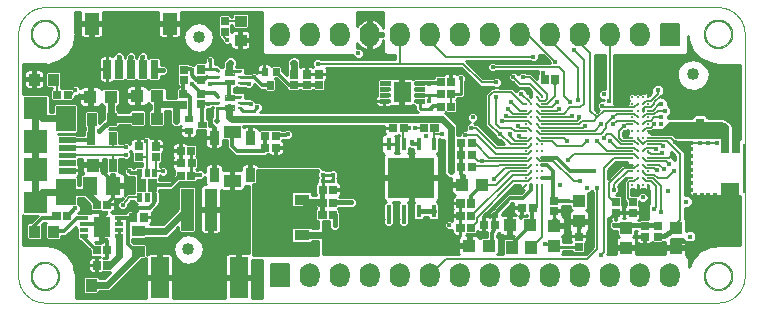
<source format=gtl>
G75*
%MOIN*%
%OFA0B0*%
%FSLAX25Y25*%
%IPPOS*%
%LPD*%
%AMOC8*
5,1,8,0,0,1.08239X$1,22.5*
%
%ADD10C,0.00039*%
%ADD11C,0.00000*%
%ADD12C,0.05906*%
%ADD13C,0.00500*%
%ADD14C,0.00073*%
%ADD15C,0.00213*%
%ADD16C,0.00224*%
%ADD17C,0.00189*%
%ADD18C,0.00047*%
%ADD19C,0.00112*%
%ADD20C,0.00118*%
%ADD21C,0.00071*%
%ADD22C,0.00106*%
%ADD23R,0.04331X0.03937*%
%ADD24C,0.00094*%
%ADD25C,0.00083*%
%ADD26C,0.00044*%
%ADD27C,0.04000*%
%ADD28C,0.00394*%
%ADD29C,0.00079*%
%ADD30C,0.00177*%
%ADD31R,0.05118X0.05906*%
%ADD32C,0.00072*%
%ADD33C,0.00984*%
%ADD34R,0.03937X0.04331*%
%ADD35C,0.00089*%
%ADD36R,0.01732X0.04173*%
%ADD37R,0.15748X0.13386*%
%ADD38R,0.02559X0.06299*%
%ADD39R,0.06299X0.06299*%
%ADD40R,0.02953X0.01181*%
%ADD41R,0.05709X0.06890*%
%ADD42R,0.01378X0.00984*%
%ADD43C,0.00035*%
%ADD44C,0.00165*%
%ADD45C,0.00100*%
%ADD46R,0.05118X0.03543*%
%ADD47R,0.07480X0.03543*%
%ADD48R,0.10630X0.06693*%
%ADD49C,0.01000*%
%ADD50C,0.01587*%
%ADD51C,0.01200*%
%ADD52C,0.00700*%
%ADD53C,0.00800*%
%ADD54C,0.02400*%
%ADD55C,0.01568*%
%ADD56C,0.00600*%
%ADD57C,0.01600*%
%ADD58C,0.02000*%
%ADD59C,0.00001*%
D10*
X0111687Y0063551D02*
X0336097Y0063551D01*
X0336311Y0063554D01*
X0336525Y0063561D01*
X0336739Y0063574D01*
X0336952Y0063592D01*
X0337165Y0063616D01*
X0337377Y0063644D01*
X0337588Y0063677D01*
X0337799Y0063716D01*
X0338008Y0063760D01*
X0338217Y0063808D01*
X0338424Y0063862D01*
X0338630Y0063921D01*
X0338834Y0063985D01*
X0339037Y0064053D01*
X0339238Y0064127D01*
X0339437Y0064205D01*
X0339635Y0064288D01*
X0339830Y0064376D01*
X0340023Y0064468D01*
X0340214Y0064566D01*
X0340402Y0064667D01*
X0340588Y0064774D01*
X0340771Y0064884D01*
X0340951Y0065000D01*
X0341129Y0065119D01*
X0341304Y0065243D01*
X0341475Y0065371D01*
X0341644Y0065503D01*
X0341809Y0065639D01*
X0341971Y0065779D01*
X0342129Y0065923D01*
X0342284Y0066070D01*
X0342436Y0066222D01*
X0342583Y0066377D01*
X0342727Y0066535D01*
X0342867Y0066697D01*
X0343003Y0066862D01*
X0343135Y0067031D01*
X0343263Y0067202D01*
X0343387Y0067377D01*
X0343506Y0067555D01*
X0343622Y0067735D01*
X0343732Y0067918D01*
X0343839Y0068104D01*
X0343940Y0068292D01*
X0344038Y0068483D01*
X0344130Y0068676D01*
X0344218Y0068871D01*
X0344301Y0069069D01*
X0344379Y0069268D01*
X0344453Y0069469D01*
X0344521Y0069672D01*
X0344585Y0069876D01*
X0344644Y0070082D01*
X0344698Y0070289D01*
X0344746Y0070498D01*
X0344790Y0070707D01*
X0344829Y0070918D01*
X0344862Y0071129D01*
X0344890Y0071341D01*
X0344914Y0071554D01*
X0344932Y0071767D01*
X0344945Y0071981D01*
X0344952Y0072195D01*
X0344955Y0072409D01*
X0344955Y0153118D01*
X0344952Y0153332D01*
X0344945Y0153546D01*
X0344932Y0153760D01*
X0344914Y0153973D01*
X0344890Y0154186D01*
X0344862Y0154398D01*
X0344829Y0154609D01*
X0344790Y0154820D01*
X0344746Y0155029D01*
X0344698Y0155238D01*
X0344644Y0155445D01*
X0344585Y0155651D01*
X0344521Y0155855D01*
X0344453Y0156058D01*
X0344379Y0156259D01*
X0344301Y0156458D01*
X0344218Y0156656D01*
X0344130Y0156851D01*
X0344038Y0157044D01*
X0343940Y0157235D01*
X0343839Y0157423D01*
X0343732Y0157609D01*
X0343622Y0157792D01*
X0343506Y0157972D01*
X0343387Y0158150D01*
X0343263Y0158325D01*
X0343135Y0158496D01*
X0343003Y0158665D01*
X0342867Y0158830D01*
X0342727Y0158992D01*
X0342583Y0159150D01*
X0342436Y0159305D01*
X0342284Y0159457D01*
X0342129Y0159604D01*
X0341971Y0159748D01*
X0341809Y0159888D01*
X0341644Y0160024D01*
X0341475Y0160156D01*
X0341304Y0160284D01*
X0341129Y0160408D01*
X0340951Y0160527D01*
X0340771Y0160643D01*
X0340588Y0160753D01*
X0340402Y0160860D01*
X0340214Y0160961D01*
X0340023Y0161059D01*
X0339830Y0161151D01*
X0339635Y0161239D01*
X0339437Y0161322D01*
X0339238Y0161400D01*
X0339037Y0161474D01*
X0338834Y0161542D01*
X0338630Y0161606D01*
X0338424Y0161665D01*
X0338217Y0161719D01*
X0338008Y0161767D01*
X0337799Y0161811D01*
X0337588Y0161850D01*
X0337377Y0161883D01*
X0337165Y0161911D01*
X0336952Y0161935D01*
X0336739Y0161953D01*
X0336525Y0161966D01*
X0336311Y0161973D01*
X0336097Y0161976D01*
X0111687Y0161976D01*
X0111473Y0161973D01*
X0111259Y0161966D01*
X0111045Y0161953D01*
X0110832Y0161935D01*
X0110619Y0161911D01*
X0110407Y0161883D01*
X0110196Y0161850D01*
X0109985Y0161811D01*
X0109776Y0161767D01*
X0109567Y0161719D01*
X0109360Y0161665D01*
X0109154Y0161606D01*
X0108950Y0161542D01*
X0108747Y0161474D01*
X0108546Y0161400D01*
X0108347Y0161322D01*
X0108149Y0161239D01*
X0107954Y0161151D01*
X0107761Y0161059D01*
X0107570Y0160961D01*
X0107382Y0160860D01*
X0107196Y0160753D01*
X0107013Y0160643D01*
X0106833Y0160527D01*
X0106655Y0160408D01*
X0106480Y0160284D01*
X0106309Y0160156D01*
X0106140Y0160024D01*
X0105975Y0159888D01*
X0105813Y0159748D01*
X0105655Y0159604D01*
X0105500Y0159457D01*
X0105348Y0159305D01*
X0105201Y0159150D01*
X0105057Y0158992D01*
X0104917Y0158830D01*
X0104781Y0158665D01*
X0104649Y0158496D01*
X0104521Y0158325D01*
X0104397Y0158150D01*
X0104278Y0157972D01*
X0104162Y0157792D01*
X0104052Y0157609D01*
X0103945Y0157423D01*
X0103844Y0157235D01*
X0103746Y0157044D01*
X0103654Y0156851D01*
X0103566Y0156656D01*
X0103483Y0156458D01*
X0103405Y0156259D01*
X0103331Y0156058D01*
X0103263Y0155855D01*
X0103199Y0155651D01*
X0103140Y0155445D01*
X0103086Y0155238D01*
X0103038Y0155029D01*
X0102994Y0154820D01*
X0102955Y0154609D01*
X0102922Y0154398D01*
X0102894Y0154186D01*
X0102870Y0153973D01*
X0102852Y0153760D01*
X0102839Y0153546D01*
X0102832Y0153332D01*
X0102829Y0153118D01*
X0102829Y0072409D01*
X0102832Y0072195D01*
X0102839Y0071981D01*
X0102852Y0071767D01*
X0102870Y0071554D01*
X0102894Y0071341D01*
X0102922Y0071129D01*
X0102955Y0070918D01*
X0102994Y0070707D01*
X0103038Y0070498D01*
X0103086Y0070289D01*
X0103140Y0070082D01*
X0103199Y0069876D01*
X0103263Y0069672D01*
X0103331Y0069469D01*
X0103405Y0069268D01*
X0103483Y0069069D01*
X0103566Y0068871D01*
X0103654Y0068676D01*
X0103746Y0068483D01*
X0103844Y0068292D01*
X0103945Y0068104D01*
X0104052Y0067918D01*
X0104162Y0067735D01*
X0104278Y0067555D01*
X0104397Y0067377D01*
X0104521Y0067202D01*
X0104649Y0067031D01*
X0104781Y0066862D01*
X0104917Y0066697D01*
X0105057Y0066535D01*
X0105201Y0066377D01*
X0105348Y0066222D01*
X0105500Y0066070D01*
X0105655Y0065923D01*
X0105813Y0065779D01*
X0105975Y0065639D01*
X0106140Y0065503D01*
X0106309Y0065371D01*
X0106480Y0065243D01*
X0106655Y0065119D01*
X0106833Y0065000D01*
X0107013Y0064884D01*
X0107196Y0064774D01*
X0107382Y0064667D01*
X0107570Y0064566D01*
X0107761Y0064468D01*
X0107954Y0064376D01*
X0108149Y0064288D01*
X0108347Y0064205D01*
X0108546Y0064127D01*
X0108747Y0064053D01*
X0108950Y0063985D01*
X0109154Y0063921D01*
X0109360Y0063862D01*
X0109567Y0063808D01*
X0109776Y0063760D01*
X0109985Y0063716D01*
X0110196Y0063677D01*
X0110407Y0063644D01*
X0110619Y0063616D01*
X0110832Y0063592D01*
X0111045Y0063574D01*
X0111259Y0063561D01*
X0111473Y0063554D01*
X0111687Y0063551D01*
D11*
X0107356Y0072409D02*
X0107358Y0072540D01*
X0107364Y0072672D01*
X0107374Y0072803D01*
X0107388Y0072934D01*
X0107406Y0073064D01*
X0107428Y0073193D01*
X0107453Y0073322D01*
X0107483Y0073450D01*
X0107517Y0073577D01*
X0107554Y0073704D01*
X0107595Y0073828D01*
X0107640Y0073952D01*
X0107689Y0074074D01*
X0107741Y0074195D01*
X0107797Y0074313D01*
X0107857Y0074431D01*
X0107920Y0074546D01*
X0107987Y0074659D01*
X0108057Y0074771D01*
X0108130Y0074880D01*
X0108206Y0074986D01*
X0108286Y0075091D01*
X0108369Y0075193D01*
X0108455Y0075292D01*
X0108544Y0075389D01*
X0108636Y0075483D01*
X0108731Y0075574D01*
X0108828Y0075663D01*
X0108928Y0075748D01*
X0109031Y0075830D01*
X0109136Y0075909D01*
X0109243Y0075985D01*
X0109353Y0076057D01*
X0109465Y0076126D01*
X0109579Y0076192D01*
X0109694Y0076254D01*
X0109812Y0076313D01*
X0109931Y0076368D01*
X0110052Y0076420D01*
X0110175Y0076467D01*
X0110299Y0076511D01*
X0110424Y0076552D01*
X0110550Y0076588D01*
X0110678Y0076621D01*
X0110806Y0076649D01*
X0110935Y0076674D01*
X0111065Y0076695D01*
X0111195Y0076712D01*
X0111326Y0076725D01*
X0111457Y0076734D01*
X0111588Y0076739D01*
X0111720Y0076740D01*
X0111851Y0076737D01*
X0111983Y0076730D01*
X0112114Y0076719D01*
X0112244Y0076704D01*
X0112374Y0076685D01*
X0112504Y0076662D01*
X0112632Y0076636D01*
X0112760Y0076605D01*
X0112887Y0076570D01*
X0113013Y0076532D01*
X0113137Y0076490D01*
X0113261Y0076444D01*
X0113382Y0076394D01*
X0113502Y0076341D01*
X0113621Y0076284D01*
X0113738Y0076224D01*
X0113852Y0076160D01*
X0113965Y0076092D01*
X0114076Y0076021D01*
X0114185Y0075947D01*
X0114291Y0075870D01*
X0114395Y0075789D01*
X0114496Y0075706D01*
X0114595Y0075619D01*
X0114691Y0075529D01*
X0114784Y0075436D01*
X0114875Y0075341D01*
X0114962Y0075243D01*
X0115047Y0075142D01*
X0115128Y0075039D01*
X0115206Y0074933D01*
X0115281Y0074825D01*
X0115353Y0074715D01*
X0115421Y0074603D01*
X0115486Y0074489D01*
X0115547Y0074372D01*
X0115605Y0074254D01*
X0115659Y0074134D01*
X0115710Y0074013D01*
X0115757Y0073890D01*
X0115800Y0073766D01*
X0115839Y0073641D01*
X0115875Y0073514D01*
X0115906Y0073386D01*
X0115934Y0073258D01*
X0115958Y0073129D01*
X0115978Y0072999D01*
X0115994Y0072868D01*
X0116006Y0072737D01*
X0116014Y0072606D01*
X0116018Y0072475D01*
X0116018Y0072343D01*
X0116014Y0072212D01*
X0116006Y0072081D01*
X0115994Y0071950D01*
X0115978Y0071819D01*
X0115958Y0071689D01*
X0115934Y0071560D01*
X0115906Y0071432D01*
X0115875Y0071304D01*
X0115839Y0071177D01*
X0115800Y0071052D01*
X0115757Y0070928D01*
X0115710Y0070805D01*
X0115659Y0070684D01*
X0115605Y0070564D01*
X0115547Y0070446D01*
X0115486Y0070329D01*
X0115421Y0070215D01*
X0115353Y0070103D01*
X0115281Y0069993D01*
X0115206Y0069885D01*
X0115128Y0069779D01*
X0115047Y0069676D01*
X0114962Y0069575D01*
X0114875Y0069477D01*
X0114784Y0069382D01*
X0114691Y0069289D01*
X0114595Y0069199D01*
X0114496Y0069112D01*
X0114395Y0069029D01*
X0114291Y0068948D01*
X0114185Y0068871D01*
X0114076Y0068797D01*
X0113965Y0068726D01*
X0113853Y0068658D01*
X0113738Y0068594D01*
X0113621Y0068534D01*
X0113502Y0068477D01*
X0113382Y0068424D01*
X0113261Y0068374D01*
X0113137Y0068328D01*
X0113013Y0068286D01*
X0112887Y0068248D01*
X0112760Y0068213D01*
X0112632Y0068182D01*
X0112504Y0068156D01*
X0112374Y0068133D01*
X0112244Y0068114D01*
X0112114Y0068099D01*
X0111983Y0068088D01*
X0111851Y0068081D01*
X0111720Y0068078D01*
X0111588Y0068079D01*
X0111457Y0068084D01*
X0111326Y0068093D01*
X0111195Y0068106D01*
X0111065Y0068123D01*
X0110935Y0068144D01*
X0110806Y0068169D01*
X0110678Y0068197D01*
X0110550Y0068230D01*
X0110424Y0068266D01*
X0110299Y0068307D01*
X0110175Y0068351D01*
X0110052Y0068398D01*
X0109931Y0068450D01*
X0109812Y0068505D01*
X0109694Y0068564D01*
X0109579Y0068626D01*
X0109465Y0068692D01*
X0109353Y0068761D01*
X0109243Y0068833D01*
X0109136Y0068909D01*
X0109031Y0068988D01*
X0108928Y0069070D01*
X0108828Y0069155D01*
X0108731Y0069244D01*
X0108636Y0069335D01*
X0108544Y0069429D01*
X0108455Y0069526D01*
X0108369Y0069625D01*
X0108286Y0069727D01*
X0108206Y0069832D01*
X0108130Y0069938D01*
X0108057Y0070047D01*
X0107987Y0070159D01*
X0107920Y0070272D01*
X0107857Y0070387D01*
X0107797Y0070505D01*
X0107741Y0070623D01*
X0107689Y0070744D01*
X0107640Y0070866D01*
X0107595Y0070990D01*
X0107554Y0071114D01*
X0107517Y0071241D01*
X0107483Y0071368D01*
X0107453Y0071496D01*
X0107428Y0071625D01*
X0107406Y0071754D01*
X0107388Y0071884D01*
X0107374Y0072015D01*
X0107364Y0072146D01*
X0107358Y0072278D01*
X0107356Y0072409D01*
X0107356Y0153118D02*
X0107358Y0153249D01*
X0107364Y0153381D01*
X0107374Y0153512D01*
X0107388Y0153643D01*
X0107406Y0153773D01*
X0107428Y0153902D01*
X0107453Y0154031D01*
X0107483Y0154159D01*
X0107517Y0154286D01*
X0107554Y0154413D01*
X0107595Y0154537D01*
X0107640Y0154661D01*
X0107689Y0154783D01*
X0107741Y0154904D01*
X0107797Y0155022D01*
X0107857Y0155140D01*
X0107920Y0155255D01*
X0107987Y0155368D01*
X0108057Y0155480D01*
X0108130Y0155589D01*
X0108206Y0155695D01*
X0108286Y0155800D01*
X0108369Y0155902D01*
X0108455Y0156001D01*
X0108544Y0156098D01*
X0108636Y0156192D01*
X0108731Y0156283D01*
X0108828Y0156372D01*
X0108928Y0156457D01*
X0109031Y0156539D01*
X0109136Y0156618D01*
X0109243Y0156694D01*
X0109353Y0156766D01*
X0109465Y0156835D01*
X0109579Y0156901D01*
X0109694Y0156963D01*
X0109812Y0157022D01*
X0109931Y0157077D01*
X0110052Y0157129D01*
X0110175Y0157176D01*
X0110299Y0157220D01*
X0110424Y0157261D01*
X0110550Y0157297D01*
X0110678Y0157330D01*
X0110806Y0157358D01*
X0110935Y0157383D01*
X0111065Y0157404D01*
X0111195Y0157421D01*
X0111326Y0157434D01*
X0111457Y0157443D01*
X0111588Y0157448D01*
X0111720Y0157449D01*
X0111851Y0157446D01*
X0111983Y0157439D01*
X0112114Y0157428D01*
X0112244Y0157413D01*
X0112374Y0157394D01*
X0112504Y0157371D01*
X0112632Y0157345D01*
X0112760Y0157314D01*
X0112887Y0157279D01*
X0113013Y0157241D01*
X0113137Y0157199D01*
X0113261Y0157153D01*
X0113382Y0157103D01*
X0113502Y0157050D01*
X0113621Y0156993D01*
X0113738Y0156933D01*
X0113852Y0156869D01*
X0113965Y0156801D01*
X0114076Y0156730D01*
X0114185Y0156656D01*
X0114291Y0156579D01*
X0114395Y0156498D01*
X0114496Y0156415D01*
X0114595Y0156328D01*
X0114691Y0156238D01*
X0114784Y0156145D01*
X0114875Y0156050D01*
X0114962Y0155952D01*
X0115047Y0155851D01*
X0115128Y0155748D01*
X0115206Y0155642D01*
X0115281Y0155534D01*
X0115353Y0155424D01*
X0115421Y0155312D01*
X0115486Y0155198D01*
X0115547Y0155081D01*
X0115605Y0154963D01*
X0115659Y0154843D01*
X0115710Y0154722D01*
X0115757Y0154599D01*
X0115800Y0154475D01*
X0115839Y0154350D01*
X0115875Y0154223D01*
X0115906Y0154095D01*
X0115934Y0153967D01*
X0115958Y0153838D01*
X0115978Y0153708D01*
X0115994Y0153577D01*
X0116006Y0153446D01*
X0116014Y0153315D01*
X0116018Y0153184D01*
X0116018Y0153052D01*
X0116014Y0152921D01*
X0116006Y0152790D01*
X0115994Y0152659D01*
X0115978Y0152528D01*
X0115958Y0152398D01*
X0115934Y0152269D01*
X0115906Y0152141D01*
X0115875Y0152013D01*
X0115839Y0151886D01*
X0115800Y0151761D01*
X0115757Y0151637D01*
X0115710Y0151514D01*
X0115659Y0151393D01*
X0115605Y0151273D01*
X0115547Y0151155D01*
X0115486Y0151038D01*
X0115421Y0150924D01*
X0115353Y0150812D01*
X0115281Y0150702D01*
X0115206Y0150594D01*
X0115128Y0150488D01*
X0115047Y0150385D01*
X0114962Y0150284D01*
X0114875Y0150186D01*
X0114784Y0150091D01*
X0114691Y0149998D01*
X0114595Y0149908D01*
X0114496Y0149821D01*
X0114395Y0149738D01*
X0114291Y0149657D01*
X0114185Y0149580D01*
X0114076Y0149506D01*
X0113965Y0149435D01*
X0113853Y0149367D01*
X0113738Y0149303D01*
X0113621Y0149243D01*
X0113502Y0149186D01*
X0113382Y0149133D01*
X0113261Y0149083D01*
X0113137Y0149037D01*
X0113013Y0148995D01*
X0112887Y0148957D01*
X0112760Y0148922D01*
X0112632Y0148891D01*
X0112504Y0148865D01*
X0112374Y0148842D01*
X0112244Y0148823D01*
X0112114Y0148808D01*
X0111983Y0148797D01*
X0111851Y0148790D01*
X0111720Y0148787D01*
X0111588Y0148788D01*
X0111457Y0148793D01*
X0111326Y0148802D01*
X0111195Y0148815D01*
X0111065Y0148832D01*
X0110935Y0148853D01*
X0110806Y0148878D01*
X0110678Y0148906D01*
X0110550Y0148939D01*
X0110424Y0148975D01*
X0110299Y0149016D01*
X0110175Y0149060D01*
X0110052Y0149107D01*
X0109931Y0149159D01*
X0109812Y0149214D01*
X0109694Y0149273D01*
X0109579Y0149335D01*
X0109465Y0149401D01*
X0109353Y0149470D01*
X0109243Y0149542D01*
X0109136Y0149618D01*
X0109031Y0149697D01*
X0108928Y0149779D01*
X0108828Y0149864D01*
X0108731Y0149953D01*
X0108636Y0150044D01*
X0108544Y0150138D01*
X0108455Y0150235D01*
X0108369Y0150334D01*
X0108286Y0150436D01*
X0108206Y0150541D01*
X0108130Y0150647D01*
X0108057Y0150756D01*
X0107987Y0150868D01*
X0107920Y0150981D01*
X0107857Y0151096D01*
X0107797Y0151214D01*
X0107741Y0151332D01*
X0107689Y0151453D01*
X0107640Y0151575D01*
X0107595Y0151699D01*
X0107554Y0151823D01*
X0107517Y0151950D01*
X0107483Y0152077D01*
X0107453Y0152205D01*
X0107428Y0152334D01*
X0107406Y0152463D01*
X0107388Y0152593D01*
X0107374Y0152724D01*
X0107364Y0152855D01*
X0107358Y0152987D01*
X0107356Y0153118D01*
X0312652Y0121148D02*
X0314085Y0121148D01*
X0314274Y0121337D01*
X0317421Y0121337D01*
X0319665Y0123650D01*
X0337057Y0123650D01*
X0337580Y0123564D01*
X0338077Y0123377D01*
X0338527Y0123098D01*
X0338914Y0122736D01*
X0339224Y0122305D01*
X0339443Y0121822D01*
X0339564Y0121306D01*
X0339582Y0120776D01*
X0339581Y0120776D01*
X0339581Y0119654D01*
X0339581Y0118532D01*
X0337337Y0118532D01*
X0321708Y0118532D01*
X0320858Y0119382D01*
X0313774Y0119382D01*
X0313774Y0119654D01*
X0313213Y0120215D01*
X0312652Y0120215D01*
X0312652Y0121148D01*
X0331766Y0153118D02*
X0331768Y0153249D01*
X0331774Y0153381D01*
X0331784Y0153512D01*
X0331798Y0153643D01*
X0331816Y0153773D01*
X0331838Y0153902D01*
X0331863Y0154031D01*
X0331893Y0154159D01*
X0331927Y0154286D01*
X0331964Y0154413D01*
X0332005Y0154537D01*
X0332050Y0154661D01*
X0332099Y0154783D01*
X0332151Y0154904D01*
X0332207Y0155022D01*
X0332267Y0155140D01*
X0332330Y0155255D01*
X0332397Y0155368D01*
X0332467Y0155480D01*
X0332540Y0155589D01*
X0332616Y0155695D01*
X0332696Y0155800D01*
X0332779Y0155902D01*
X0332865Y0156001D01*
X0332954Y0156098D01*
X0333046Y0156192D01*
X0333141Y0156283D01*
X0333238Y0156372D01*
X0333338Y0156457D01*
X0333441Y0156539D01*
X0333546Y0156618D01*
X0333653Y0156694D01*
X0333763Y0156766D01*
X0333875Y0156835D01*
X0333989Y0156901D01*
X0334104Y0156963D01*
X0334222Y0157022D01*
X0334341Y0157077D01*
X0334462Y0157129D01*
X0334585Y0157176D01*
X0334709Y0157220D01*
X0334834Y0157261D01*
X0334960Y0157297D01*
X0335088Y0157330D01*
X0335216Y0157358D01*
X0335345Y0157383D01*
X0335475Y0157404D01*
X0335605Y0157421D01*
X0335736Y0157434D01*
X0335867Y0157443D01*
X0335998Y0157448D01*
X0336130Y0157449D01*
X0336261Y0157446D01*
X0336393Y0157439D01*
X0336524Y0157428D01*
X0336654Y0157413D01*
X0336784Y0157394D01*
X0336914Y0157371D01*
X0337042Y0157345D01*
X0337170Y0157314D01*
X0337297Y0157279D01*
X0337423Y0157241D01*
X0337547Y0157199D01*
X0337671Y0157153D01*
X0337792Y0157103D01*
X0337912Y0157050D01*
X0338031Y0156993D01*
X0338148Y0156933D01*
X0338262Y0156869D01*
X0338375Y0156801D01*
X0338486Y0156730D01*
X0338595Y0156656D01*
X0338701Y0156579D01*
X0338805Y0156498D01*
X0338906Y0156415D01*
X0339005Y0156328D01*
X0339101Y0156238D01*
X0339194Y0156145D01*
X0339285Y0156050D01*
X0339372Y0155952D01*
X0339457Y0155851D01*
X0339538Y0155748D01*
X0339616Y0155642D01*
X0339691Y0155534D01*
X0339763Y0155424D01*
X0339831Y0155312D01*
X0339896Y0155198D01*
X0339957Y0155081D01*
X0340015Y0154963D01*
X0340069Y0154843D01*
X0340120Y0154722D01*
X0340167Y0154599D01*
X0340210Y0154475D01*
X0340249Y0154350D01*
X0340285Y0154223D01*
X0340316Y0154095D01*
X0340344Y0153967D01*
X0340368Y0153838D01*
X0340388Y0153708D01*
X0340404Y0153577D01*
X0340416Y0153446D01*
X0340424Y0153315D01*
X0340428Y0153184D01*
X0340428Y0153052D01*
X0340424Y0152921D01*
X0340416Y0152790D01*
X0340404Y0152659D01*
X0340388Y0152528D01*
X0340368Y0152398D01*
X0340344Y0152269D01*
X0340316Y0152141D01*
X0340285Y0152013D01*
X0340249Y0151886D01*
X0340210Y0151761D01*
X0340167Y0151637D01*
X0340120Y0151514D01*
X0340069Y0151393D01*
X0340015Y0151273D01*
X0339957Y0151155D01*
X0339896Y0151038D01*
X0339831Y0150924D01*
X0339763Y0150812D01*
X0339691Y0150702D01*
X0339616Y0150594D01*
X0339538Y0150488D01*
X0339457Y0150385D01*
X0339372Y0150284D01*
X0339285Y0150186D01*
X0339194Y0150091D01*
X0339101Y0149998D01*
X0339005Y0149908D01*
X0338906Y0149821D01*
X0338805Y0149738D01*
X0338701Y0149657D01*
X0338595Y0149580D01*
X0338486Y0149506D01*
X0338375Y0149435D01*
X0338263Y0149367D01*
X0338148Y0149303D01*
X0338031Y0149243D01*
X0337912Y0149186D01*
X0337792Y0149133D01*
X0337671Y0149083D01*
X0337547Y0149037D01*
X0337423Y0148995D01*
X0337297Y0148957D01*
X0337170Y0148922D01*
X0337042Y0148891D01*
X0336914Y0148865D01*
X0336784Y0148842D01*
X0336654Y0148823D01*
X0336524Y0148808D01*
X0336393Y0148797D01*
X0336261Y0148790D01*
X0336130Y0148787D01*
X0335998Y0148788D01*
X0335867Y0148793D01*
X0335736Y0148802D01*
X0335605Y0148815D01*
X0335475Y0148832D01*
X0335345Y0148853D01*
X0335216Y0148878D01*
X0335088Y0148906D01*
X0334960Y0148939D01*
X0334834Y0148975D01*
X0334709Y0149016D01*
X0334585Y0149060D01*
X0334462Y0149107D01*
X0334341Y0149159D01*
X0334222Y0149214D01*
X0334104Y0149273D01*
X0333989Y0149335D01*
X0333875Y0149401D01*
X0333763Y0149470D01*
X0333653Y0149542D01*
X0333546Y0149618D01*
X0333441Y0149697D01*
X0333338Y0149779D01*
X0333238Y0149864D01*
X0333141Y0149953D01*
X0333046Y0150044D01*
X0332954Y0150138D01*
X0332865Y0150235D01*
X0332779Y0150334D01*
X0332696Y0150436D01*
X0332616Y0150541D01*
X0332540Y0150647D01*
X0332467Y0150756D01*
X0332397Y0150868D01*
X0332330Y0150981D01*
X0332267Y0151096D01*
X0332207Y0151214D01*
X0332151Y0151332D01*
X0332099Y0151453D01*
X0332050Y0151575D01*
X0332005Y0151699D01*
X0331964Y0151823D01*
X0331927Y0151950D01*
X0331893Y0152077D01*
X0331863Y0152205D01*
X0331838Y0152334D01*
X0331816Y0152463D01*
X0331798Y0152593D01*
X0331784Y0152724D01*
X0331774Y0152855D01*
X0331768Y0152987D01*
X0331766Y0153118D01*
X0331766Y0072409D02*
X0331768Y0072540D01*
X0331774Y0072672D01*
X0331784Y0072803D01*
X0331798Y0072934D01*
X0331816Y0073064D01*
X0331838Y0073193D01*
X0331863Y0073322D01*
X0331893Y0073450D01*
X0331927Y0073577D01*
X0331964Y0073704D01*
X0332005Y0073828D01*
X0332050Y0073952D01*
X0332099Y0074074D01*
X0332151Y0074195D01*
X0332207Y0074313D01*
X0332267Y0074431D01*
X0332330Y0074546D01*
X0332397Y0074659D01*
X0332467Y0074771D01*
X0332540Y0074880D01*
X0332616Y0074986D01*
X0332696Y0075091D01*
X0332779Y0075193D01*
X0332865Y0075292D01*
X0332954Y0075389D01*
X0333046Y0075483D01*
X0333141Y0075574D01*
X0333238Y0075663D01*
X0333338Y0075748D01*
X0333441Y0075830D01*
X0333546Y0075909D01*
X0333653Y0075985D01*
X0333763Y0076057D01*
X0333875Y0076126D01*
X0333989Y0076192D01*
X0334104Y0076254D01*
X0334222Y0076313D01*
X0334341Y0076368D01*
X0334462Y0076420D01*
X0334585Y0076467D01*
X0334709Y0076511D01*
X0334834Y0076552D01*
X0334960Y0076588D01*
X0335088Y0076621D01*
X0335216Y0076649D01*
X0335345Y0076674D01*
X0335475Y0076695D01*
X0335605Y0076712D01*
X0335736Y0076725D01*
X0335867Y0076734D01*
X0335998Y0076739D01*
X0336130Y0076740D01*
X0336261Y0076737D01*
X0336393Y0076730D01*
X0336524Y0076719D01*
X0336654Y0076704D01*
X0336784Y0076685D01*
X0336914Y0076662D01*
X0337042Y0076636D01*
X0337170Y0076605D01*
X0337297Y0076570D01*
X0337423Y0076532D01*
X0337547Y0076490D01*
X0337671Y0076444D01*
X0337792Y0076394D01*
X0337912Y0076341D01*
X0338031Y0076284D01*
X0338148Y0076224D01*
X0338262Y0076160D01*
X0338375Y0076092D01*
X0338486Y0076021D01*
X0338595Y0075947D01*
X0338701Y0075870D01*
X0338805Y0075789D01*
X0338906Y0075706D01*
X0339005Y0075619D01*
X0339101Y0075529D01*
X0339194Y0075436D01*
X0339285Y0075341D01*
X0339372Y0075243D01*
X0339457Y0075142D01*
X0339538Y0075039D01*
X0339616Y0074933D01*
X0339691Y0074825D01*
X0339763Y0074715D01*
X0339831Y0074603D01*
X0339896Y0074489D01*
X0339957Y0074372D01*
X0340015Y0074254D01*
X0340069Y0074134D01*
X0340120Y0074013D01*
X0340167Y0073890D01*
X0340210Y0073766D01*
X0340249Y0073641D01*
X0340285Y0073514D01*
X0340316Y0073386D01*
X0340344Y0073258D01*
X0340368Y0073129D01*
X0340388Y0072999D01*
X0340404Y0072868D01*
X0340416Y0072737D01*
X0340424Y0072606D01*
X0340428Y0072475D01*
X0340428Y0072343D01*
X0340424Y0072212D01*
X0340416Y0072081D01*
X0340404Y0071950D01*
X0340388Y0071819D01*
X0340368Y0071689D01*
X0340344Y0071560D01*
X0340316Y0071432D01*
X0340285Y0071304D01*
X0340249Y0071177D01*
X0340210Y0071052D01*
X0340167Y0070928D01*
X0340120Y0070805D01*
X0340069Y0070684D01*
X0340015Y0070564D01*
X0339957Y0070446D01*
X0339896Y0070329D01*
X0339831Y0070215D01*
X0339763Y0070103D01*
X0339691Y0069993D01*
X0339616Y0069885D01*
X0339538Y0069779D01*
X0339457Y0069676D01*
X0339372Y0069575D01*
X0339285Y0069477D01*
X0339194Y0069382D01*
X0339101Y0069289D01*
X0339005Y0069199D01*
X0338906Y0069112D01*
X0338805Y0069029D01*
X0338701Y0068948D01*
X0338595Y0068871D01*
X0338486Y0068797D01*
X0338375Y0068726D01*
X0338263Y0068658D01*
X0338148Y0068594D01*
X0338031Y0068534D01*
X0337912Y0068477D01*
X0337792Y0068424D01*
X0337671Y0068374D01*
X0337547Y0068328D01*
X0337423Y0068286D01*
X0337297Y0068248D01*
X0337170Y0068213D01*
X0337042Y0068182D01*
X0336914Y0068156D01*
X0336784Y0068133D01*
X0336654Y0068114D01*
X0336524Y0068099D01*
X0336393Y0068088D01*
X0336261Y0068081D01*
X0336130Y0068078D01*
X0335998Y0068079D01*
X0335867Y0068084D01*
X0335736Y0068093D01*
X0335605Y0068106D01*
X0335475Y0068123D01*
X0335345Y0068144D01*
X0335216Y0068169D01*
X0335088Y0068197D01*
X0334960Y0068230D01*
X0334834Y0068266D01*
X0334709Y0068307D01*
X0334585Y0068351D01*
X0334462Y0068398D01*
X0334341Y0068450D01*
X0334222Y0068505D01*
X0334104Y0068564D01*
X0333989Y0068626D01*
X0333875Y0068692D01*
X0333763Y0068761D01*
X0333653Y0068833D01*
X0333546Y0068909D01*
X0333441Y0068988D01*
X0333338Y0069070D01*
X0333238Y0069155D01*
X0333141Y0069244D01*
X0333046Y0069335D01*
X0332954Y0069429D01*
X0332865Y0069526D01*
X0332779Y0069625D01*
X0332696Y0069727D01*
X0332616Y0069832D01*
X0332540Y0069938D01*
X0332467Y0070047D01*
X0332397Y0070159D01*
X0332330Y0070272D01*
X0332267Y0070387D01*
X0332207Y0070505D01*
X0332151Y0070623D01*
X0332099Y0070744D01*
X0332050Y0070866D01*
X0332005Y0070990D01*
X0331964Y0071114D01*
X0331927Y0071241D01*
X0331893Y0071368D01*
X0331863Y0071496D01*
X0331838Y0071625D01*
X0331816Y0071754D01*
X0331798Y0071884D01*
X0331784Y0072015D01*
X0331774Y0072146D01*
X0331768Y0072278D01*
X0331766Y0072409D01*
D12*
X0319974Y0072764D03*
X0309974Y0072764D03*
X0299974Y0072764D03*
X0289974Y0072764D03*
X0279974Y0072764D03*
X0269974Y0072764D03*
X0259974Y0072764D03*
X0249974Y0072764D03*
X0239974Y0072764D03*
X0229974Y0072764D03*
X0219974Y0072764D03*
X0209974Y0072764D03*
X0199974Y0072764D03*
X0189974Y0072764D03*
X0189974Y0152764D03*
X0199974Y0152764D03*
X0209974Y0152764D03*
X0219974Y0152764D03*
X0229974Y0152764D03*
X0239974Y0152764D03*
X0249974Y0152764D03*
X0259974Y0152764D03*
X0269974Y0152764D03*
X0279974Y0152764D03*
X0289974Y0152764D03*
X0299974Y0152764D03*
X0309974Y0152764D03*
X0319974Y0152764D03*
D13*
X0317024Y0152785D02*
X0322924Y0152785D01*
X0322924Y0153283D02*
X0317024Y0153283D01*
X0317024Y0153782D02*
X0322924Y0153782D01*
X0322924Y0154280D02*
X0317024Y0154280D01*
X0317024Y0154779D02*
X0322924Y0154779D01*
X0322924Y0155277D02*
X0317024Y0155277D01*
X0317024Y0155776D02*
X0322924Y0155776D01*
X0322924Y0156274D02*
X0317024Y0156274D01*
X0317024Y0156314D02*
X0317024Y0149264D01*
X0319974Y0149264D01*
X0322924Y0149264D01*
X0322924Y0156314D01*
X0317024Y0156314D01*
X0312699Y0154693D02*
X0312427Y0155203D01*
X0312060Y0155650D01*
X0311613Y0156017D01*
X0311103Y0156289D01*
X0310549Y0156457D01*
X0309974Y0156514D01*
X0309398Y0156457D01*
X0308845Y0156289D01*
X0308335Y0156017D01*
X0307888Y0155650D01*
X0307521Y0155203D01*
X0307248Y0154693D01*
X0307081Y0154139D01*
X0307024Y0153564D01*
X0307024Y0152214D01*
X0307081Y0151638D01*
X0307248Y0151085D01*
X0307521Y0150575D01*
X0307888Y0150128D01*
X0308335Y0149761D01*
X0308845Y0149488D01*
X0309398Y0149320D01*
X0309974Y0149264D01*
X0310549Y0149320D01*
X0311103Y0149488D01*
X0311613Y0149761D01*
X0312060Y0150128D01*
X0312427Y0150575D01*
X0312699Y0151085D01*
X0312867Y0151638D01*
X0312924Y0152214D01*
X0312924Y0153564D01*
X0312867Y0154139D01*
X0312699Y0154693D01*
X0312653Y0154779D02*
X0307294Y0154779D01*
X0307123Y0154280D02*
X0312824Y0154280D01*
X0312902Y0153782D02*
X0307045Y0153782D01*
X0307024Y0153283D02*
X0312924Y0153283D01*
X0312924Y0152785D02*
X0307024Y0152785D01*
X0307024Y0152286D02*
X0312924Y0152286D01*
X0312882Y0151788D02*
X0307066Y0151788D01*
X0307186Y0151289D02*
X0312761Y0151289D01*
X0312542Y0150791D02*
X0307406Y0150791D01*
X0307753Y0150292D02*
X0312195Y0150292D01*
X0311653Y0149794D02*
X0308295Y0149794D01*
X0309656Y0149295D02*
X0310292Y0149295D01*
X0317024Y0149295D02*
X0322924Y0149295D01*
X0322924Y0149794D02*
X0317024Y0149794D01*
X0317024Y0150292D02*
X0322924Y0150292D01*
X0322924Y0150791D02*
X0317024Y0150791D01*
X0317024Y0151289D02*
X0322924Y0151289D01*
X0322924Y0151788D02*
X0317024Y0151788D01*
X0317024Y0152286D02*
X0322924Y0152286D01*
X0312366Y0155277D02*
X0307582Y0155277D01*
X0308041Y0155776D02*
X0311906Y0155776D01*
X0311131Y0156274D02*
X0308817Y0156274D01*
X0302824Y0154280D02*
X0297123Y0154280D01*
X0297081Y0154139D02*
X0297024Y0153564D01*
X0297024Y0152214D01*
X0297081Y0151638D01*
X0297248Y0151085D01*
X0297521Y0150575D01*
X0297888Y0150128D01*
X0298335Y0149761D01*
X0298845Y0149488D01*
X0299398Y0149320D01*
X0299974Y0149264D01*
X0300549Y0149320D01*
X0301103Y0149488D01*
X0301613Y0149761D01*
X0302060Y0150128D01*
X0302427Y0150575D01*
X0302699Y0151085D01*
X0302867Y0151638D01*
X0302924Y0152214D01*
X0302924Y0153564D01*
X0302867Y0154139D01*
X0302699Y0154693D01*
X0302427Y0155203D01*
X0302060Y0155650D01*
X0301613Y0156017D01*
X0301103Y0156289D01*
X0300549Y0156457D01*
X0299974Y0156514D01*
X0299398Y0156457D01*
X0298845Y0156289D01*
X0298335Y0156017D01*
X0297888Y0155650D01*
X0297521Y0155203D01*
X0297248Y0154693D01*
X0297081Y0154139D01*
X0297045Y0153782D02*
X0302902Y0153782D01*
X0302924Y0153283D02*
X0297024Y0153283D01*
X0297024Y0152785D02*
X0302924Y0152785D01*
X0302924Y0152286D02*
X0297024Y0152286D01*
X0297066Y0151788D02*
X0302882Y0151788D01*
X0302761Y0151289D02*
X0297186Y0151289D01*
X0297406Y0150791D02*
X0302542Y0150791D01*
X0302195Y0150292D02*
X0297753Y0150292D01*
X0298295Y0149794D02*
X0301653Y0149794D01*
X0300292Y0149295D02*
X0299656Y0149295D01*
X0292761Y0151289D02*
X0287186Y0151289D01*
X0287248Y0151085D02*
X0287081Y0151638D01*
X0287024Y0152214D01*
X0287024Y0153564D01*
X0287081Y0154139D01*
X0287248Y0154693D01*
X0287521Y0155203D01*
X0287888Y0155650D01*
X0288335Y0156017D01*
X0288845Y0156289D01*
X0289398Y0156457D01*
X0289974Y0156514D01*
X0290549Y0156457D01*
X0291103Y0156289D01*
X0291613Y0156017D01*
X0292060Y0155650D01*
X0292427Y0155203D01*
X0292699Y0154693D01*
X0292867Y0154139D01*
X0292924Y0153564D01*
X0292924Y0152214D01*
X0292867Y0151638D01*
X0292699Y0151085D01*
X0292427Y0150575D01*
X0292060Y0150128D01*
X0291613Y0149761D01*
X0291103Y0149488D01*
X0290549Y0149320D01*
X0289974Y0149264D01*
X0289398Y0149320D01*
X0288845Y0149488D01*
X0288335Y0149761D01*
X0287888Y0150128D01*
X0287521Y0150575D01*
X0287248Y0151085D01*
X0287406Y0150791D02*
X0292542Y0150791D01*
X0292195Y0150292D02*
X0287753Y0150292D01*
X0288295Y0149794D02*
X0291653Y0149794D01*
X0290292Y0149295D02*
X0289656Y0149295D01*
X0287967Y0147705D02*
X0291333Y0144339D01*
X0291333Y0129752D01*
X0290211Y0128630D01*
X0286845Y0128630D01*
X0284601Y0126386D01*
X0276746Y0126386D01*
X0275624Y0127508D01*
X0275624Y0127508D01*
X0276746Y0126386D01*
X0281234Y0126386D01*
X0282357Y0127508D02*
X0277396Y0127508D01*
X0276746Y0128630D02*
X0280673Y0128630D01*
X0282357Y0130313D01*
X0281235Y0131996D02*
X0281796Y0132557D01*
X0278991Y0133119D02*
X0273381Y0138729D01*
X0273380Y0138729D01*
X0273380Y0138728D01*
X0271136Y0138728D01*
X0270575Y0133118D02*
X0273380Y0130313D01*
X0273853Y0129841D01*
X0273853Y0129752D01*
X0273853Y0129663D01*
X0275624Y0129752D02*
X0276746Y0128630D01*
X0276746Y0130874D02*
X0278429Y0130874D01*
X0278991Y0131435D01*
X0278991Y0133119D01*
X0276746Y0130874D02*
X0275624Y0131996D01*
X0273853Y0127508D02*
X0273853Y0127419D01*
X0272819Y0126386D01*
X0267770Y0126386D01*
X0266087Y0128069D01*
X0265526Y0125825D02*
X0265526Y0125825D01*
X0263961Y0124142D02*
X0272819Y0124142D01*
X0273853Y0122931D01*
X0273853Y0123020D01*
X0272819Y0121898D02*
X0270014Y0121898D01*
X0269453Y0122459D01*
X0272819Y0121898D02*
X0273853Y0120687D01*
X0273853Y0120776D01*
X0275624Y0120776D02*
X0276746Y0119654D01*
X0296943Y0119654D01*
X0298907Y0121617D01*
X0298907Y0123020D01*
X0301151Y0125264D01*
X0302273Y0126386D01*
X0308164Y0126386D01*
X0309286Y0125264D01*
X0308164Y0124142D02*
X0302273Y0124142D01*
X0301151Y0123020D01*
X0303114Y0120776D02*
X0304797Y0122459D01*
X0303114Y0120776D02*
X0303114Y0118531D01*
X0303114Y0118531D01*
X0304236Y0117409D01*
X0308164Y0117409D01*
X0309286Y0116287D01*
X0308164Y0115165D02*
X0302273Y0115165D01*
X0300169Y0117269D01*
X0308164Y0115165D02*
X0309286Y0114043D01*
X0308164Y0112921D02*
X0309286Y0111799D01*
X0308164Y0112921D02*
X0287967Y0112921D01*
X0286003Y0110958D01*
X0281234Y0110677D02*
X0287967Y0103945D01*
X0290211Y0103945D01*
X0299748Y0103384D02*
X0304797Y0108433D01*
X0308164Y0108433D01*
X0309286Y0109555D01*
X0311057Y0109555D02*
X0311057Y0109467D01*
X0312091Y0108433D01*
X0314896Y0108433D01*
X0315737Y0107592D01*
X0314896Y0106189D02*
X0316018Y0105067D01*
X0319104Y0105067D01*
X0321348Y0107311D01*
X0319665Y0109836D02*
X0318824Y0110677D01*
X0318823Y0110677D01*
X0312091Y0110677D01*
X0311057Y0111711D01*
X0311057Y0111799D01*
X0312829Y0111799D02*
X0319665Y0111799D01*
X0320787Y0112921D01*
X0323311Y0113202D02*
X0323311Y0091041D01*
X0321067Y0088797D01*
X0321067Y0088606D01*
X0314615Y0094688D02*
X0315457Y0095530D01*
X0315457Y0102262D01*
X0313774Y0103945D01*
X0312091Y0103945D01*
X0311057Y0104978D01*
X0311057Y0105067D01*
X0312091Y0106189D02*
X0311057Y0107222D01*
X0311057Y0107311D01*
X0312091Y0106189D02*
X0314896Y0106189D01*
X0309286Y0105067D02*
X0308164Y0103945D01*
X0306481Y0103945D01*
X0305920Y0103384D01*
X0305920Y0098335D01*
X0307113Y0097142D01*
X0307502Y0097142D01*
X0302014Y0097752D02*
X0300892Y0097752D01*
X0299748Y0098896D01*
X0299748Y0103384D01*
X0281234Y0110677D02*
X0276746Y0110677D01*
X0275624Y0111799D01*
X0273853Y0111799D02*
X0272731Y0110677D01*
X0260477Y0110677D01*
X0260477Y0110677D01*
X0257391Y0110677D01*
X0256068Y0110677D01*
X0253894Y0112852D01*
X0254385Y0112360D01*
X0255708Y0119373D02*
X0262160Y0112921D01*
X0272819Y0112921D01*
X0273853Y0113955D01*
X0273853Y0114043D01*
X0272819Y0115165D02*
X0262160Y0115165D01*
X0255427Y0121898D01*
X0253744Y0121898D01*
X0253744Y0121898D01*
X0253744Y0121898D01*
X0255708Y0119373D02*
X0251781Y0119373D01*
X0266648Y0119093D02*
X0268331Y0117409D01*
X0272819Y0117409D01*
X0273853Y0118443D01*
X0273853Y0118531D01*
X0275624Y0118531D02*
X0276746Y0117409D01*
X0280673Y0117409D01*
X0282357Y0115726D01*
X0290772Y0115726D01*
X0292455Y0117409D01*
X0294980Y0120776D02*
X0297224Y0123020D01*
X0294980Y0120776D02*
X0277396Y0120776D01*
X0276746Y0121898D02*
X0291052Y0121898D01*
X0291613Y0122459D01*
X0289650Y0124703D02*
X0289089Y0124142D01*
X0276746Y0124142D01*
X0275624Y0125264D01*
X0277396Y0125264D02*
X0286284Y0125264D01*
X0286845Y0125825D01*
X0287406Y0125825D01*
X0289650Y0125264D02*
X0289650Y0124703D01*
X0282918Y0128069D02*
X0282357Y0127508D01*
X0276746Y0121898D02*
X0275624Y0123020D01*
X0285723Y0117409D02*
X0285723Y0117409D01*
X0273853Y0116287D02*
X0273853Y0116199D01*
X0272819Y0115165D01*
X0273853Y0109555D02*
X0273853Y0109467D01*
X0272819Y0108433D01*
X0264965Y0108433D01*
X0261318Y0104786D01*
X0267770Y0103945D02*
X0268892Y0103945D01*
X0272731Y0103945D01*
X0273853Y0105067D01*
X0272819Y0106189D02*
X0267770Y0106189D01*
X0254211Y0092630D01*
X0253613Y0092630D01*
X0255708Y0091883D02*
X0267770Y0103945D01*
X0272819Y0106189D02*
X0273853Y0107222D01*
X0273853Y0107311D01*
X0309286Y0118059D02*
X0311057Y0116287D01*
X0311057Y0116376D01*
X0312091Y0117409D01*
X0319104Y0117409D01*
X0323311Y0113202D01*
X0315457Y0114604D02*
X0315457Y0115165D01*
X0312179Y0115165D01*
X0312091Y0115165D01*
X0311057Y0114131D01*
X0311057Y0114043D01*
X0309286Y0118059D02*
X0309286Y0118531D01*
X0311057Y0120776D02*
X0311057Y0120864D01*
X0312091Y0121898D01*
X0313774Y0121898D01*
X0314896Y0123020D01*
X0313774Y0124142D02*
X0313774Y0124142D01*
X0314896Y0125264D01*
X0317140Y0125264D01*
X0314896Y0126386D02*
X0316018Y0127508D01*
X0318262Y0127508D01*
X0317140Y0129752D02*
X0316579Y0129752D01*
X0316579Y0129752D01*
X0314335Y0127508D01*
X0312829Y0127508D01*
X0312091Y0126386D02*
X0311057Y0125352D01*
X0311057Y0125264D01*
X0312091Y0126386D02*
X0314896Y0126386D01*
X0314896Y0126386D01*
X0313774Y0128630D02*
X0311810Y0128630D01*
X0311057Y0127877D01*
X0311057Y0127508D01*
X0311057Y0129752D02*
X0312179Y0130874D01*
X0313774Y0130874D01*
X0316018Y0133118D01*
X0316018Y0134240D01*
X0317140Y0132557D02*
X0314896Y0130313D01*
X0314896Y0129752D01*
X0313774Y0128630D01*
X0309286Y0129752D02*
X0308164Y0128630D01*
X0298066Y0128630D01*
X0297505Y0129191D01*
X0297504Y0129191D01*
X0311530Y0135362D02*
X0312829Y0134064D01*
X0312829Y0131996D01*
X0312091Y0124142D02*
X0311057Y0123108D01*
X0311057Y0123020D01*
X0312091Y0124142D02*
X0313774Y0124142D01*
X0309286Y0123020D02*
X0308164Y0124142D01*
X0344847Y0116307D02*
X0344847Y0100559D01*
X0322060Y0075400D02*
X0321613Y0075767D01*
X0321103Y0076039D01*
X0320549Y0076207D01*
X0319974Y0076264D01*
X0319398Y0076207D01*
X0318845Y0076039D01*
X0318335Y0075767D01*
X0317888Y0075400D01*
X0317521Y0074953D01*
X0317248Y0074443D01*
X0317081Y0073889D01*
X0317024Y0073314D01*
X0317024Y0071964D01*
X0317081Y0071388D01*
X0317248Y0070835D01*
X0317521Y0070325D01*
X0317888Y0069878D01*
X0318335Y0069511D01*
X0318845Y0069238D01*
X0319398Y0069070D01*
X0319974Y0069014D01*
X0320549Y0069070D01*
X0321103Y0069238D01*
X0321613Y0069511D01*
X0322060Y0069878D01*
X0322427Y0070325D01*
X0322699Y0070835D01*
X0322867Y0071388D01*
X0322924Y0071964D01*
X0322924Y0073314D01*
X0322867Y0073889D01*
X0322699Y0074443D01*
X0322427Y0074953D01*
X0322060Y0075400D01*
X0321919Y0075515D02*
X0318029Y0075515D01*
X0317574Y0075017D02*
X0322374Y0075017D01*
X0322659Y0074518D02*
X0317289Y0074518D01*
X0317120Y0074020D02*
X0322828Y0074020D01*
X0322903Y0073521D02*
X0317044Y0073521D01*
X0317024Y0073023D02*
X0322924Y0073023D01*
X0322924Y0072524D02*
X0317024Y0072524D01*
X0317024Y0072026D02*
X0322924Y0072026D01*
X0322881Y0071527D02*
X0317067Y0071527D01*
X0317190Y0071029D02*
X0322758Y0071029D01*
X0322537Y0070530D02*
X0317411Y0070530D01*
X0317762Y0070032D02*
X0322186Y0070032D01*
X0321640Y0069533D02*
X0318308Y0069533D01*
X0319760Y0069035D02*
X0320187Y0069035D01*
X0312867Y0071388D02*
X0312924Y0071964D01*
X0312924Y0073314D01*
X0312867Y0073889D01*
X0312699Y0074443D01*
X0312427Y0074953D01*
X0312060Y0075400D01*
X0311613Y0075767D01*
X0311103Y0076039D01*
X0310549Y0076207D01*
X0309974Y0076264D01*
X0309398Y0076207D01*
X0308845Y0076039D01*
X0308335Y0075767D01*
X0307888Y0075400D01*
X0307521Y0074953D01*
X0307248Y0074443D01*
X0307081Y0073889D01*
X0307024Y0073314D01*
X0307024Y0071964D01*
X0307081Y0071388D01*
X0307248Y0070835D01*
X0307521Y0070325D01*
X0307888Y0069878D01*
X0308335Y0069511D01*
X0308845Y0069238D01*
X0309398Y0069070D01*
X0309974Y0069014D01*
X0310549Y0069070D01*
X0311103Y0069238D01*
X0311613Y0069511D01*
X0312060Y0069878D01*
X0312427Y0070325D01*
X0312699Y0070835D01*
X0312867Y0071388D01*
X0312881Y0071527D02*
X0307067Y0071527D01*
X0307024Y0072026D02*
X0312924Y0072026D01*
X0312924Y0072524D02*
X0307024Y0072524D01*
X0307024Y0073023D02*
X0312924Y0073023D01*
X0312903Y0073521D02*
X0307044Y0073521D01*
X0307120Y0074020D02*
X0312828Y0074020D01*
X0312659Y0074518D02*
X0307289Y0074518D01*
X0307574Y0075017D02*
X0312374Y0075017D01*
X0311919Y0075515D02*
X0308029Y0075515D01*
X0308798Y0076014D02*
X0311150Y0076014D01*
X0302867Y0073889D02*
X0302699Y0074443D01*
X0302427Y0074953D01*
X0302060Y0075400D01*
X0301613Y0075767D01*
X0301103Y0076039D01*
X0300549Y0076207D01*
X0299974Y0076264D01*
X0299398Y0076207D01*
X0298845Y0076039D01*
X0298335Y0075767D01*
X0297888Y0075400D01*
X0297521Y0074953D01*
X0297248Y0074443D01*
X0297081Y0073889D01*
X0297024Y0073314D01*
X0297024Y0071964D01*
X0297081Y0071388D01*
X0297248Y0070835D01*
X0297521Y0070325D01*
X0297888Y0069878D01*
X0298335Y0069511D01*
X0298845Y0069238D01*
X0299398Y0069070D01*
X0299974Y0069014D01*
X0300549Y0069070D01*
X0301103Y0069238D01*
X0301613Y0069511D01*
X0302060Y0069878D01*
X0302427Y0070325D01*
X0302699Y0070835D01*
X0302867Y0071388D01*
X0302924Y0071964D01*
X0302924Y0073314D01*
X0302867Y0073889D01*
X0302828Y0074020D02*
X0297120Y0074020D01*
X0297044Y0073521D02*
X0302903Y0073521D01*
X0302924Y0073023D02*
X0297024Y0073023D01*
X0297024Y0072524D02*
X0302924Y0072524D01*
X0302924Y0072026D02*
X0297024Y0072026D01*
X0297067Y0071527D02*
X0302881Y0071527D01*
X0302758Y0071029D02*
X0297190Y0071029D01*
X0297411Y0070530D02*
X0302537Y0070530D01*
X0302186Y0070032D02*
X0297762Y0070032D01*
X0298308Y0069533D02*
X0301640Y0069533D01*
X0300187Y0069035D02*
X0299760Y0069035D01*
X0292758Y0071029D02*
X0287190Y0071029D01*
X0287248Y0070835D02*
X0287521Y0070325D01*
X0287888Y0069878D01*
X0288335Y0069511D01*
X0288845Y0069238D01*
X0289398Y0069070D01*
X0289974Y0069014D01*
X0290549Y0069070D01*
X0291103Y0069238D01*
X0291613Y0069511D01*
X0292060Y0069878D01*
X0292427Y0070325D01*
X0292699Y0070835D01*
X0292867Y0071388D01*
X0292924Y0071964D01*
X0292924Y0073314D01*
X0292867Y0073889D01*
X0292699Y0074443D01*
X0292427Y0074953D01*
X0292060Y0075400D01*
X0291613Y0075767D01*
X0291103Y0076039D01*
X0290549Y0076207D01*
X0289974Y0076264D01*
X0289398Y0076207D01*
X0288845Y0076039D01*
X0288335Y0075767D01*
X0287888Y0075400D01*
X0287521Y0074953D01*
X0287248Y0074443D01*
X0287081Y0073889D01*
X0287024Y0073314D01*
X0287024Y0071964D01*
X0287081Y0071388D01*
X0287248Y0070835D01*
X0287411Y0070530D02*
X0292537Y0070530D01*
X0292186Y0070032D02*
X0287762Y0070032D01*
X0288308Y0069533D02*
X0291640Y0069533D01*
X0290187Y0069035D02*
X0289760Y0069035D01*
X0287067Y0071527D02*
X0292881Y0071527D01*
X0292924Y0072026D02*
X0287024Y0072026D01*
X0287024Y0072524D02*
X0292924Y0072524D01*
X0292924Y0073023D02*
X0287024Y0073023D01*
X0287044Y0073521D02*
X0292903Y0073521D01*
X0292828Y0074020D02*
X0287120Y0074020D01*
X0287289Y0074518D02*
X0292659Y0074518D01*
X0292374Y0075017D02*
X0287574Y0075017D01*
X0288029Y0075515D02*
X0291919Y0075515D01*
X0291150Y0076014D02*
X0288798Y0076014D01*
X0282828Y0074020D02*
X0277120Y0074020D01*
X0277081Y0073889D02*
X0277024Y0073314D01*
X0277024Y0071964D01*
X0277081Y0071388D01*
X0277248Y0070835D01*
X0277521Y0070325D01*
X0277888Y0069878D01*
X0278335Y0069511D01*
X0278845Y0069238D01*
X0279398Y0069070D01*
X0279974Y0069014D01*
X0280549Y0069070D01*
X0281103Y0069238D01*
X0281613Y0069511D01*
X0282060Y0069878D01*
X0282427Y0070325D01*
X0282699Y0070835D01*
X0282867Y0071388D01*
X0282924Y0071964D01*
X0282924Y0073314D01*
X0282867Y0073889D01*
X0282699Y0074443D01*
X0282427Y0074953D01*
X0282060Y0075400D01*
X0281613Y0075767D01*
X0281103Y0076039D01*
X0280549Y0076207D01*
X0279974Y0076264D01*
X0279398Y0076207D01*
X0278845Y0076039D01*
X0278335Y0075767D01*
X0277888Y0075400D01*
X0277521Y0074953D01*
X0277248Y0074443D01*
X0277081Y0073889D01*
X0277044Y0073521D02*
X0282903Y0073521D01*
X0282924Y0073023D02*
X0277024Y0073023D01*
X0277024Y0072524D02*
X0282924Y0072524D01*
X0282924Y0072026D02*
X0277024Y0072026D01*
X0277067Y0071527D02*
X0282881Y0071527D01*
X0282758Y0071029D02*
X0277190Y0071029D01*
X0277411Y0070530D02*
X0282537Y0070530D01*
X0282186Y0070032D02*
X0277762Y0070032D01*
X0278308Y0069533D02*
X0281640Y0069533D01*
X0280187Y0069035D02*
X0279760Y0069035D01*
X0272758Y0071029D02*
X0267190Y0071029D01*
X0267248Y0070835D02*
X0267521Y0070325D01*
X0267888Y0069878D01*
X0268335Y0069511D01*
X0268845Y0069238D01*
X0269398Y0069070D01*
X0269974Y0069014D01*
X0270549Y0069070D01*
X0271103Y0069238D01*
X0271613Y0069511D01*
X0272060Y0069878D01*
X0272427Y0070325D01*
X0272699Y0070835D01*
X0272867Y0071388D01*
X0272924Y0071964D01*
X0272924Y0073314D01*
X0272867Y0073889D01*
X0272699Y0074443D01*
X0272427Y0074953D01*
X0272060Y0075400D01*
X0271613Y0075767D01*
X0271103Y0076039D01*
X0270549Y0076207D01*
X0269974Y0076264D01*
X0269398Y0076207D01*
X0268845Y0076039D01*
X0268335Y0075767D01*
X0267888Y0075400D01*
X0267521Y0074953D01*
X0267248Y0074443D01*
X0267081Y0073889D01*
X0267024Y0073314D01*
X0267024Y0071964D01*
X0267081Y0071388D01*
X0267248Y0070835D01*
X0267411Y0070530D02*
X0272537Y0070530D01*
X0272186Y0070032D02*
X0267762Y0070032D01*
X0268308Y0069533D02*
X0271640Y0069533D01*
X0270187Y0069035D02*
X0269760Y0069035D01*
X0267067Y0071527D02*
X0272881Y0071527D01*
X0272924Y0072026D02*
X0267024Y0072026D01*
X0267024Y0072524D02*
X0272924Y0072524D01*
X0272924Y0073023D02*
X0267024Y0073023D01*
X0267044Y0073521D02*
X0272903Y0073521D01*
X0272828Y0074020D02*
X0267120Y0074020D01*
X0267289Y0074518D02*
X0272659Y0074518D01*
X0272374Y0075017D02*
X0267574Y0075017D01*
X0268029Y0075515D02*
X0271919Y0075515D01*
X0271150Y0076014D02*
X0268798Y0076014D01*
X0262828Y0074020D02*
X0257120Y0074020D01*
X0257081Y0073889D02*
X0257024Y0073314D01*
X0257024Y0071964D01*
X0257081Y0071388D01*
X0257248Y0070835D01*
X0257521Y0070325D01*
X0257888Y0069878D01*
X0258335Y0069511D01*
X0258845Y0069238D01*
X0259398Y0069070D01*
X0259974Y0069014D01*
X0260549Y0069070D01*
X0261103Y0069238D01*
X0261613Y0069511D01*
X0262060Y0069878D01*
X0262427Y0070325D01*
X0262699Y0070835D01*
X0262867Y0071388D01*
X0262924Y0071964D01*
X0262924Y0073314D01*
X0262867Y0073889D01*
X0262699Y0074443D01*
X0262427Y0074953D01*
X0262060Y0075400D01*
X0261613Y0075767D01*
X0261103Y0076039D01*
X0260549Y0076207D01*
X0259974Y0076264D01*
X0259398Y0076207D01*
X0258845Y0076039D01*
X0258335Y0075767D01*
X0257888Y0075400D01*
X0257521Y0074953D01*
X0257248Y0074443D01*
X0257081Y0073889D01*
X0257044Y0073521D02*
X0262903Y0073521D01*
X0262924Y0073023D02*
X0257024Y0073023D01*
X0257024Y0072524D02*
X0262924Y0072524D01*
X0262924Y0072026D02*
X0257024Y0072026D01*
X0257067Y0071527D02*
X0262881Y0071527D01*
X0262758Y0071029D02*
X0257190Y0071029D01*
X0257411Y0070530D02*
X0262537Y0070530D01*
X0262186Y0070032D02*
X0257762Y0070032D01*
X0258308Y0069533D02*
X0261640Y0069533D01*
X0260187Y0069035D02*
X0259760Y0069035D01*
X0252758Y0071029D02*
X0247190Y0071029D01*
X0247248Y0070835D02*
X0247521Y0070325D01*
X0247888Y0069878D01*
X0248335Y0069511D01*
X0248845Y0069238D01*
X0249398Y0069070D01*
X0249974Y0069014D01*
X0250549Y0069070D01*
X0251103Y0069238D01*
X0251613Y0069511D01*
X0252060Y0069878D01*
X0252427Y0070325D01*
X0252699Y0070835D01*
X0252867Y0071388D01*
X0252924Y0071964D01*
X0252924Y0073314D01*
X0252867Y0073889D01*
X0252699Y0074443D01*
X0252427Y0074953D01*
X0252060Y0075400D01*
X0251613Y0075767D01*
X0251103Y0076039D01*
X0250549Y0076207D01*
X0249974Y0076264D01*
X0249398Y0076207D01*
X0248845Y0076039D01*
X0248335Y0075767D01*
X0247888Y0075400D01*
X0247521Y0074953D01*
X0247248Y0074443D01*
X0247081Y0073889D01*
X0247024Y0073314D01*
X0247024Y0071964D01*
X0247081Y0071388D01*
X0247248Y0070835D01*
X0247411Y0070530D02*
X0252537Y0070530D01*
X0252186Y0070032D02*
X0247762Y0070032D01*
X0248308Y0069533D02*
X0251640Y0069533D01*
X0250187Y0069035D02*
X0249760Y0069035D01*
X0247067Y0071527D02*
X0252881Y0071527D01*
X0252924Y0072026D02*
X0247024Y0072026D01*
X0247024Y0072524D02*
X0252924Y0072524D01*
X0252924Y0073023D02*
X0247024Y0073023D01*
X0247044Y0073521D02*
X0252903Y0073521D01*
X0252828Y0074020D02*
X0247120Y0074020D01*
X0247289Y0074518D02*
X0252659Y0074518D01*
X0252374Y0075017D02*
X0247574Y0075017D01*
X0248029Y0075515D02*
X0251919Y0075515D01*
X0251150Y0076014D02*
X0248798Y0076014D01*
X0242828Y0074020D02*
X0237120Y0074020D01*
X0237081Y0073889D02*
X0237024Y0073314D01*
X0237024Y0071964D01*
X0237081Y0071388D01*
X0237248Y0070835D01*
X0237521Y0070325D01*
X0237888Y0069878D01*
X0238335Y0069511D01*
X0238845Y0069238D01*
X0239398Y0069070D01*
X0239974Y0069014D01*
X0240549Y0069070D01*
X0241103Y0069238D01*
X0241613Y0069511D01*
X0242060Y0069878D01*
X0242427Y0070325D01*
X0242699Y0070835D01*
X0242867Y0071388D01*
X0242924Y0071964D01*
X0242924Y0073314D01*
X0242867Y0073889D01*
X0242699Y0074443D01*
X0242427Y0074953D01*
X0242060Y0075400D01*
X0241613Y0075767D01*
X0241103Y0076039D01*
X0240549Y0076207D01*
X0239974Y0076264D01*
X0239398Y0076207D01*
X0238845Y0076039D01*
X0238335Y0075767D01*
X0237888Y0075400D01*
X0237521Y0074953D01*
X0237248Y0074443D01*
X0237081Y0073889D01*
X0237044Y0073521D02*
X0242903Y0073521D01*
X0242924Y0073023D02*
X0237024Y0073023D01*
X0237024Y0072524D02*
X0242924Y0072524D01*
X0242924Y0072026D02*
X0237024Y0072026D01*
X0237067Y0071527D02*
X0242881Y0071527D01*
X0242758Y0071029D02*
X0237190Y0071029D01*
X0237411Y0070530D02*
X0242537Y0070530D01*
X0242186Y0070032D02*
X0237762Y0070032D01*
X0238308Y0069533D02*
X0241640Y0069533D01*
X0240187Y0069035D02*
X0239760Y0069035D01*
X0232758Y0071029D02*
X0227190Y0071029D01*
X0227248Y0070835D02*
X0227521Y0070325D01*
X0227888Y0069878D01*
X0228335Y0069511D01*
X0228845Y0069238D01*
X0229398Y0069070D01*
X0229974Y0069014D01*
X0230549Y0069070D01*
X0231103Y0069238D01*
X0231613Y0069511D01*
X0232060Y0069878D01*
X0232427Y0070325D01*
X0232699Y0070835D01*
X0232867Y0071388D01*
X0232924Y0071964D01*
X0232924Y0073314D01*
X0232867Y0073889D01*
X0232699Y0074443D01*
X0232427Y0074953D01*
X0232060Y0075400D01*
X0231613Y0075767D01*
X0231103Y0076039D01*
X0230549Y0076207D01*
X0229974Y0076264D01*
X0229398Y0076207D01*
X0228845Y0076039D01*
X0228335Y0075767D01*
X0227888Y0075400D01*
X0227521Y0074953D01*
X0227248Y0074443D01*
X0227081Y0073889D01*
X0227024Y0073314D01*
X0227024Y0071964D01*
X0227081Y0071388D01*
X0227248Y0070835D01*
X0227411Y0070530D02*
X0232537Y0070530D01*
X0232186Y0070032D02*
X0227762Y0070032D01*
X0228308Y0069533D02*
X0231640Y0069533D01*
X0230187Y0069035D02*
X0229760Y0069035D01*
X0227067Y0071527D02*
X0232881Y0071527D01*
X0232924Y0072026D02*
X0227024Y0072026D01*
X0227024Y0072524D02*
X0232924Y0072524D01*
X0232924Y0073023D02*
X0227024Y0073023D01*
X0227044Y0073521D02*
X0232903Y0073521D01*
X0232828Y0074020D02*
X0227120Y0074020D01*
X0227289Y0074518D02*
X0232659Y0074518D01*
X0232374Y0075017D02*
X0227574Y0075017D01*
X0228029Y0075515D02*
X0231919Y0075515D01*
X0231150Y0076014D02*
X0228798Y0076014D01*
X0222828Y0074020D02*
X0217120Y0074020D01*
X0217081Y0073889D02*
X0217024Y0073314D01*
X0217024Y0071964D01*
X0217081Y0071388D01*
X0217248Y0070835D01*
X0217521Y0070325D01*
X0217888Y0069878D01*
X0218335Y0069511D01*
X0218845Y0069238D01*
X0219398Y0069070D01*
X0219974Y0069014D01*
X0220549Y0069070D01*
X0221103Y0069238D01*
X0221613Y0069511D01*
X0222060Y0069878D01*
X0222427Y0070325D01*
X0222699Y0070835D01*
X0222867Y0071388D01*
X0222924Y0071964D01*
X0222924Y0073314D01*
X0222867Y0073889D01*
X0222699Y0074443D01*
X0222427Y0074953D01*
X0222060Y0075400D01*
X0221613Y0075767D01*
X0221103Y0076039D01*
X0220549Y0076207D01*
X0219974Y0076264D01*
X0219398Y0076207D01*
X0218845Y0076039D01*
X0218335Y0075767D01*
X0217888Y0075400D01*
X0217521Y0074953D01*
X0217248Y0074443D01*
X0217081Y0073889D01*
X0217044Y0073521D02*
X0222903Y0073521D01*
X0222924Y0073023D02*
X0217024Y0073023D01*
X0217024Y0072524D02*
X0222924Y0072524D01*
X0222924Y0072026D02*
X0217024Y0072026D01*
X0217067Y0071527D02*
X0222881Y0071527D01*
X0222758Y0071029D02*
X0217190Y0071029D01*
X0217411Y0070530D02*
X0222537Y0070530D01*
X0222186Y0070032D02*
X0217762Y0070032D01*
X0218308Y0069533D02*
X0221640Y0069533D01*
X0220187Y0069035D02*
X0219760Y0069035D01*
X0212758Y0071029D02*
X0207190Y0071029D01*
X0207248Y0070835D02*
X0207521Y0070325D01*
X0207888Y0069878D01*
X0208335Y0069511D01*
X0208845Y0069238D01*
X0209398Y0069070D01*
X0209974Y0069014D01*
X0210549Y0069070D01*
X0211103Y0069238D01*
X0211613Y0069511D01*
X0212060Y0069878D01*
X0212427Y0070325D01*
X0212699Y0070835D01*
X0212867Y0071388D01*
X0212924Y0071964D01*
X0212924Y0073314D01*
X0212867Y0073889D01*
X0212699Y0074443D01*
X0212427Y0074953D01*
X0212060Y0075400D01*
X0211613Y0075767D01*
X0211103Y0076039D01*
X0210549Y0076207D01*
X0209974Y0076264D01*
X0209398Y0076207D01*
X0208845Y0076039D01*
X0208335Y0075767D01*
X0207888Y0075400D01*
X0207521Y0074953D01*
X0207248Y0074443D01*
X0207081Y0073889D01*
X0207024Y0073314D01*
X0207024Y0071964D01*
X0207081Y0071388D01*
X0207248Y0070835D01*
X0207411Y0070530D02*
X0212537Y0070530D01*
X0212186Y0070032D02*
X0207762Y0070032D01*
X0208308Y0069533D02*
X0211640Y0069533D01*
X0210187Y0069035D02*
X0209760Y0069035D01*
X0207067Y0071527D02*
X0212881Y0071527D01*
X0212924Y0072026D02*
X0207024Y0072026D01*
X0207024Y0072524D02*
X0212924Y0072524D01*
X0212924Y0073023D02*
X0207024Y0073023D01*
X0207044Y0073521D02*
X0212903Y0073521D01*
X0212828Y0074020D02*
X0207120Y0074020D01*
X0207289Y0074518D02*
X0212659Y0074518D01*
X0212374Y0075017D02*
X0207574Y0075017D01*
X0208029Y0075515D02*
X0211919Y0075515D01*
X0211150Y0076014D02*
X0208798Y0076014D01*
X0202828Y0074020D02*
X0197120Y0074020D01*
X0197081Y0073889D02*
X0197024Y0073314D01*
X0197024Y0071964D01*
X0197081Y0071388D01*
X0197248Y0070835D01*
X0197521Y0070325D01*
X0197888Y0069878D01*
X0198335Y0069511D01*
X0198845Y0069238D01*
X0199398Y0069070D01*
X0199974Y0069014D01*
X0200549Y0069070D01*
X0201103Y0069238D01*
X0201613Y0069511D01*
X0202060Y0069878D01*
X0202427Y0070325D01*
X0202699Y0070835D01*
X0202867Y0071388D01*
X0202924Y0071964D01*
X0202924Y0073314D01*
X0202867Y0073889D01*
X0202699Y0074443D01*
X0202427Y0074953D01*
X0202060Y0075400D01*
X0201613Y0075767D01*
X0201103Y0076039D01*
X0200549Y0076207D01*
X0199974Y0076264D01*
X0199398Y0076207D01*
X0198845Y0076039D01*
X0198335Y0075767D01*
X0197888Y0075400D01*
X0197521Y0074953D01*
X0197248Y0074443D01*
X0197081Y0073889D01*
X0197044Y0073521D02*
X0202903Y0073521D01*
X0202924Y0073023D02*
X0197024Y0073023D01*
X0197024Y0072524D02*
X0202924Y0072524D01*
X0202924Y0072026D02*
X0197024Y0072026D01*
X0197067Y0071527D02*
X0202881Y0071527D01*
X0202758Y0071029D02*
X0197190Y0071029D01*
X0197411Y0070530D02*
X0202537Y0070530D01*
X0202186Y0070032D02*
X0197762Y0070032D01*
X0198308Y0069533D02*
X0201640Y0069533D01*
X0200187Y0069035D02*
X0199760Y0069035D01*
X0192924Y0069214D02*
X0192924Y0076264D01*
X0189974Y0076264D01*
X0187024Y0076264D01*
X0187024Y0069214D01*
X0192924Y0069214D01*
X0192924Y0069533D02*
X0187024Y0069533D01*
X0187024Y0070032D02*
X0192924Y0070032D01*
X0192924Y0070530D02*
X0187024Y0070530D01*
X0187024Y0071029D02*
X0192924Y0071029D01*
X0192924Y0071527D02*
X0187024Y0071527D01*
X0187024Y0072026D02*
X0192924Y0072026D01*
X0192924Y0072524D02*
X0187024Y0072524D01*
X0187024Y0073023D02*
X0192924Y0073023D01*
X0192924Y0073521D02*
X0187024Y0073521D01*
X0187024Y0074020D02*
X0192924Y0074020D01*
X0192924Y0074518D02*
X0187024Y0074518D01*
X0187024Y0075017D02*
X0192924Y0075017D01*
X0192924Y0075515D02*
X0187024Y0075515D01*
X0187024Y0076014D02*
X0192924Y0076014D01*
X0197289Y0074518D02*
X0202659Y0074518D01*
X0202374Y0075017D02*
X0197574Y0075017D01*
X0198029Y0075515D02*
X0201919Y0075515D01*
X0201150Y0076014D02*
X0198798Y0076014D01*
X0217289Y0074518D02*
X0222659Y0074518D01*
X0222374Y0075017D02*
X0217574Y0075017D01*
X0218029Y0075515D02*
X0221919Y0075515D01*
X0221150Y0076014D02*
X0218798Y0076014D01*
X0237289Y0074518D02*
X0242659Y0074518D01*
X0242374Y0075017D02*
X0237574Y0075017D01*
X0238029Y0075515D02*
X0241919Y0075515D01*
X0241150Y0076014D02*
X0238798Y0076014D01*
X0257289Y0074518D02*
X0262659Y0074518D01*
X0262374Y0075017D02*
X0257574Y0075017D01*
X0258029Y0075515D02*
X0261919Y0075515D01*
X0261150Y0076014D02*
X0258798Y0076014D01*
X0277289Y0074518D02*
X0282659Y0074518D01*
X0282374Y0075017D02*
X0277574Y0075017D01*
X0278029Y0075515D02*
X0281919Y0075515D01*
X0281150Y0076014D02*
X0278798Y0076014D01*
X0297289Y0074518D02*
X0302659Y0074518D01*
X0302374Y0075017D02*
X0297574Y0075017D01*
X0298029Y0075515D02*
X0301919Y0075515D01*
X0301150Y0076014D02*
X0298798Y0076014D01*
X0307190Y0071029D02*
X0312758Y0071029D01*
X0312537Y0070530D02*
X0307411Y0070530D01*
X0307762Y0070032D02*
X0312186Y0070032D01*
X0311640Y0069533D02*
X0308308Y0069533D01*
X0309760Y0069035D02*
X0310187Y0069035D01*
X0318798Y0076014D02*
X0321150Y0076014D01*
X0255708Y0090480D02*
X0253893Y0088666D01*
X0253613Y0088666D01*
X0253613Y0088500D01*
X0255708Y0090480D02*
X0255708Y0091883D01*
X0259974Y0149264D02*
X0259398Y0149320D01*
X0258845Y0149488D01*
X0258335Y0149761D01*
X0257888Y0150128D01*
X0257521Y0150575D01*
X0257248Y0151085D01*
X0257081Y0151638D01*
X0257024Y0152214D01*
X0257024Y0153564D01*
X0257081Y0154139D01*
X0257248Y0154693D01*
X0257521Y0155203D01*
X0257888Y0155650D01*
X0258335Y0156017D01*
X0258845Y0156289D01*
X0259398Y0156457D01*
X0259974Y0156514D01*
X0260549Y0156457D01*
X0261103Y0156289D01*
X0261613Y0156017D01*
X0262060Y0155650D01*
X0262427Y0155203D01*
X0262699Y0154693D01*
X0262867Y0154139D01*
X0262924Y0153564D01*
X0262924Y0152214D01*
X0262867Y0151638D01*
X0262699Y0151085D01*
X0262427Y0150575D01*
X0262060Y0150128D01*
X0261613Y0149761D01*
X0261103Y0149488D01*
X0260549Y0149320D01*
X0259974Y0149264D01*
X0259656Y0149295D02*
X0260292Y0149295D01*
X0261653Y0149794D02*
X0258295Y0149794D01*
X0257753Y0150292D02*
X0262195Y0150292D01*
X0262542Y0150791D02*
X0257406Y0150791D01*
X0257186Y0151289D02*
X0262761Y0151289D01*
X0262882Y0151788D02*
X0257066Y0151788D01*
X0257024Y0152286D02*
X0262924Y0152286D01*
X0262924Y0152785D02*
X0257024Y0152785D01*
X0257024Y0153283D02*
X0262924Y0153283D01*
X0262902Y0153782D02*
X0257045Y0153782D01*
X0257123Y0154280D02*
X0262824Y0154280D01*
X0262653Y0154779D02*
X0257294Y0154779D01*
X0257582Y0155277D02*
X0262366Y0155277D01*
X0261906Y0155776D02*
X0258041Y0155776D01*
X0258817Y0156274D02*
X0261131Y0156274D01*
X0267123Y0154280D02*
X0272824Y0154280D01*
X0272867Y0154139D02*
X0272699Y0154693D01*
X0272427Y0155203D01*
X0272060Y0155650D01*
X0271613Y0156017D01*
X0271103Y0156289D01*
X0270549Y0156457D01*
X0269974Y0156514D01*
X0269398Y0156457D01*
X0268845Y0156289D01*
X0268335Y0156017D01*
X0267888Y0155650D01*
X0267521Y0155203D01*
X0267248Y0154693D01*
X0267081Y0154139D01*
X0267024Y0153564D01*
X0267024Y0152214D01*
X0267081Y0151638D01*
X0267248Y0151085D01*
X0267521Y0150575D01*
X0267888Y0150128D01*
X0268335Y0149761D01*
X0268845Y0149488D01*
X0269398Y0149320D01*
X0269974Y0149264D01*
X0270549Y0149320D01*
X0271103Y0149488D01*
X0271613Y0149761D01*
X0272060Y0150128D01*
X0272427Y0150575D01*
X0272699Y0151085D01*
X0272867Y0151638D01*
X0272924Y0152214D01*
X0272924Y0153564D01*
X0272867Y0154139D01*
X0272902Y0153782D02*
X0267045Y0153782D01*
X0267024Y0153283D02*
X0272924Y0153283D01*
X0272924Y0152785D02*
X0267024Y0152785D01*
X0267024Y0152286D02*
X0272924Y0152286D01*
X0272882Y0151788D02*
X0267066Y0151788D01*
X0267186Y0151289D02*
X0272761Y0151289D01*
X0272542Y0150791D02*
X0267406Y0150791D01*
X0267753Y0150292D02*
X0272195Y0150292D01*
X0271653Y0149794D02*
X0268295Y0149794D01*
X0269656Y0149295D02*
X0270292Y0149295D01*
X0277186Y0151289D02*
X0282761Y0151289D01*
X0282699Y0151085D02*
X0282867Y0151638D01*
X0282924Y0152214D01*
X0282924Y0153564D01*
X0282867Y0154139D01*
X0282699Y0154693D01*
X0282427Y0155203D01*
X0282060Y0155650D01*
X0281613Y0156017D01*
X0281103Y0156289D01*
X0280549Y0156457D01*
X0279974Y0156514D01*
X0279398Y0156457D01*
X0278845Y0156289D01*
X0278335Y0156017D01*
X0277888Y0155650D01*
X0277521Y0155203D01*
X0277248Y0154693D01*
X0277081Y0154139D01*
X0277024Y0153564D01*
X0277024Y0152214D01*
X0277081Y0151638D01*
X0277248Y0151085D01*
X0277521Y0150575D01*
X0277888Y0150128D01*
X0278335Y0149761D01*
X0278845Y0149488D01*
X0279398Y0149320D01*
X0279974Y0149264D01*
X0280549Y0149320D01*
X0281103Y0149488D01*
X0281613Y0149761D01*
X0282060Y0150128D01*
X0282427Y0150575D01*
X0282699Y0151085D01*
X0282542Y0150791D02*
X0277406Y0150791D01*
X0277753Y0150292D02*
X0282195Y0150292D01*
X0281653Y0149794D02*
X0278295Y0149794D01*
X0279656Y0149295D02*
X0280292Y0149295D01*
X0282882Y0151788D02*
X0277066Y0151788D01*
X0277024Y0152286D02*
X0282924Y0152286D01*
X0282924Y0152785D02*
X0277024Y0152785D01*
X0277024Y0153283D02*
X0282924Y0153283D01*
X0282902Y0153782D02*
X0277045Y0153782D01*
X0277123Y0154280D02*
X0282824Y0154280D01*
X0282653Y0154779D02*
X0277294Y0154779D01*
X0277582Y0155277D02*
X0282366Y0155277D01*
X0281906Y0155776D02*
X0278041Y0155776D01*
X0278817Y0156274D02*
X0281131Y0156274D01*
X0287123Y0154280D02*
X0292824Y0154280D01*
X0292902Y0153782D02*
X0287045Y0153782D01*
X0287024Y0153283D02*
X0292924Y0153283D01*
X0292924Y0152785D02*
X0287024Y0152785D01*
X0287024Y0152286D02*
X0292924Y0152286D01*
X0292882Y0151788D02*
X0287066Y0151788D01*
X0287294Y0154779D02*
X0292653Y0154779D01*
X0292366Y0155277D02*
X0287582Y0155277D01*
X0288041Y0155776D02*
X0291906Y0155776D01*
X0291131Y0156274D02*
X0288817Y0156274D01*
X0297294Y0154779D02*
X0302653Y0154779D01*
X0302366Y0155277D02*
X0297582Y0155277D01*
X0298041Y0155776D02*
X0301906Y0155776D01*
X0301131Y0156274D02*
X0298817Y0156274D01*
X0272653Y0154779D02*
X0267294Y0154779D01*
X0267582Y0155277D02*
X0272366Y0155277D01*
X0271906Y0155776D02*
X0268041Y0155776D01*
X0268817Y0156274D02*
X0271131Y0156274D01*
X0252867Y0154139D02*
X0252699Y0154693D01*
X0252427Y0155203D01*
X0252060Y0155650D01*
X0251613Y0156017D01*
X0251103Y0156289D01*
X0250549Y0156457D01*
X0249974Y0156514D01*
X0249398Y0156457D01*
X0248845Y0156289D01*
X0248335Y0156017D01*
X0247888Y0155650D01*
X0247521Y0155203D01*
X0247248Y0154693D01*
X0247081Y0154139D01*
X0247024Y0153564D01*
X0247024Y0152214D01*
X0247081Y0151638D01*
X0247248Y0151085D01*
X0247521Y0150575D01*
X0247888Y0150128D01*
X0248335Y0149761D01*
X0248845Y0149488D01*
X0249398Y0149320D01*
X0249974Y0149264D01*
X0250549Y0149320D01*
X0251103Y0149488D01*
X0251613Y0149761D01*
X0252060Y0150128D01*
X0252427Y0150575D01*
X0252699Y0151085D01*
X0252867Y0151638D01*
X0252924Y0152214D01*
X0252924Y0153564D01*
X0252867Y0154139D01*
X0252824Y0154280D02*
X0247123Y0154280D01*
X0247045Y0153782D02*
X0252902Y0153782D01*
X0252924Y0153283D02*
X0247024Y0153283D01*
X0247024Y0152785D02*
X0252924Y0152785D01*
X0252924Y0152286D02*
X0247024Y0152286D01*
X0247066Y0151788D02*
X0252882Y0151788D01*
X0252761Y0151289D02*
X0247186Y0151289D01*
X0247406Y0150791D02*
X0252542Y0150791D01*
X0252195Y0150292D02*
X0247753Y0150292D01*
X0248295Y0149794D02*
X0251653Y0149794D01*
X0250292Y0149295D02*
X0249656Y0149295D01*
X0242761Y0151289D02*
X0237186Y0151289D01*
X0237248Y0151085D02*
X0237081Y0151638D01*
X0237024Y0152214D01*
X0237024Y0153564D01*
X0237081Y0154139D01*
X0237248Y0154693D01*
X0237521Y0155203D01*
X0237888Y0155650D01*
X0238335Y0156017D01*
X0238845Y0156289D01*
X0239398Y0156457D01*
X0239974Y0156514D01*
X0240549Y0156457D01*
X0241103Y0156289D01*
X0241613Y0156017D01*
X0242060Y0155650D01*
X0242427Y0155203D01*
X0242699Y0154693D01*
X0242867Y0154139D01*
X0242924Y0153564D01*
X0242924Y0152214D01*
X0242867Y0151638D01*
X0242699Y0151085D01*
X0242427Y0150575D01*
X0242060Y0150128D01*
X0241613Y0149761D01*
X0241103Y0149488D01*
X0240549Y0149320D01*
X0239974Y0149264D01*
X0239398Y0149320D01*
X0238845Y0149488D01*
X0238335Y0149761D01*
X0237888Y0150128D01*
X0237521Y0150575D01*
X0237248Y0151085D01*
X0237406Y0150791D02*
X0242542Y0150791D01*
X0242195Y0150292D02*
X0237753Y0150292D01*
X0238295Y0149794D02*
X0241653Y0149794D01*
X0240292Y0149295D02*
X0239656Y0149295D01*
X0237066Y0151788D02*
X0242882Y0151788D01*
X0242924Y0152286D02*
X0237024Y0152286D01*
X0237024Y0152785D02*
X0242924Y0152785D01*
X0242924Y0153283D02*
X0237024Y0153283D01*
X0237045Y0153782D02*
X0242902Y0153782D01*
X0242824Y0154280D02*
X0237123Y0154280D01*
X0237294Y0154779D02*
X0242653Y0154779D01*
X0242366Y0155277D02*
X0237582Y0155277D01*
X0238041Y0155776D02*
X0241906Y0155776D01*
X0241131Y0156274D02*
X0238817Y0156274D01*
X0232824Y0154280D02*
X0227123Y0154280D01*
X0227081Y0154139D02*
X0227024Y0153564D01*
X0227024Y0152214D01*
X0227081Y0151638D01*
X0227248Y0151085D01*
X0227521Y0150575D01*
X0227888Y0150128D01*
X0228335Y0149761D01*
X0228845Y0149488D01*
X0229398Y0149320D01*
X0229974Y0149264D01*
X0230549Y0149320D01*
X0231103Y0149488D01*
X0231613Y0149761D01*
X0232060Y0150128D01*
X0232427Y0150575D01*
X0232699Y0151085D01*
X0232867Y0151638D01*
X0232924Y0152214D01*
X0232924Y0153564D01*
X0232867Y0154139D01*
X0232699Y0154693D01*
X0232427Y0155203D01*
X0232060Y0155650D01*
X0231613Y0156017D01*
X0231103Y0156289D01*
X0230549Y0156457D01*
X0229974Y0156514D01*
X0229398Y0156457D01*
X0228845Y0156289D01*
X0228335Y0156017D01*
X0227888Y0155650D01*
X0227521Y0155203D01*
X0227248Y0154693D01*
X0227081Y0154139D01*
X0227045Y0153782D02*
X0232902Y0153782D01*
X0232924Y0153283D02*
X0227024Y0153283D01*
X0227024Y0152785D02*
X0232924Y0152785D01*
X0232924Y0152286D02*
X0227024Y0152286D01*
X0227066Y0151788D02*
X0232882Y0151788D01*
X0232761Y0151289D02*
X0227186Y0151289D01*
X0227406Y0150791D02*
X0232542Y0150791D01*
X0232195Y0150292D02*
X0227753Y0150292D01*
X0228295Y0149794D02*
X0231653Y0149794D01*
X0230292Y0149295D02*
X0229656Y0149295D01*
X0222761Y0151289D02*
X0217186Y0151289D01*
X0217248Y0151085D02*
X0217081Y0151638D01*
X0217024Y0152214D01*
X0217024Y0153564D01*
X0217081Y0154139D01*
X0217248Y0154693D01*
X0217521Y0155203D01*
X0217888Y0155650D01*
X0218335Y0156017D01*
X0218845Y0156289D01*
X0219398Y0156457D01*
X0219974Y0156514D01*
X0220549Y0156457D01*
X0221103Y0156289D01*
X0221613Y0156017D01*
X0222060Y0155650D01*
X0222427Y0155203D01*
X0222699Y0154693D01*
X0222867Y0154139D01*
X0222924Y0153564D01*
X0222924Y0152214D01*
X0222867Y0151638D01*
X0222699Y0151085D01*
X0222427Y0150575D01*
X0222060Y0150128D01*
X0221613Y0149761D01*
X0221103Y0149488D01*
X0220549Y0149320D01*
X0219974Y0149264D01*
X0219398Y0149320D01*
X0218845Y0149488D01*
X0218335Y0149761D01*
X0217888Y0150128D01*
X0217521Y0150575D01*
X0217248Y0151085D01*
X0217406Y0150791D02*
X0222542Y0150791D01*
X0222195Y0150292D02*
X0217753Y0150292D01*
X0218295Y0149794D02*
X0221653Y0149794D01*
X0220292Y0149295D02*
X0219656Y0149295D01*
X0217066Y0151788D02*
X0222882Y0151788D01*
X0222924Y0152286D02*
X0217024Y0152286D01*
X0217024Y0152785D02*
X0222924Y0152785D01*
X0222924Y0153283D02*
X0217024Y0153283D01*
X0217045Y0153782D02*
X0222902Y0153782D01*
X0222824Y0154280D02*
X0217123Y0154280D01*
X0217294Y0154779D02*
X0222653Y0154779D01*
X0222366Y0155277D02*
X0217582Y0155277D01*
X0218041Y0155776D02*
X0221906Y0155776D01*
X0221131Y0156274D02*
X0218817Y0156274D01*
X0212824Y0154280D02*
X0207123Y0154280D01*
X0207081Y0154139D02*
X0207024Y0153564D01*
X0207024Y0152214D01*
X0207081Y0151638D01*
X0207248Y0151085D01*
X0207521Y0150575D01*
X0207888Y0150128D01*
X0208335Y0149761D01*
X0208845Y0149488D01*
X0209398Y0149320D01*
X0209974Y0149264D01*
X0210549Y0149320D01*
X0211103Y0149488D01*
X0211613Y0149761D01*
X0212060Y0150128D01*
X0212427Y0150575D01*
X0212699Y0151085D01*
X0212867Y0151638D01*
X0212924Y0152214D01*
X0212924Y0153564D01*
X0212867Y0154139D01*
X0212699Y0154693D01*
X0212427Y0155203D01*
X0212060Y0155650D01*
X0211613Y0156017D01*
X0211103Y0156289D01*
X0210549Y0156457D01*
X0209974Y0156514D01*
X0209398Y0156457D01*
X0208845Y0156289D01*
X0208335Y0156017D01*
X0207888Y0155650D01*
X0207521Y0155203D01*
X0207248Y0154693D01*
X0207081Y0154139D01*
X0207045Y0153782D02*
X0212902Y0153782D01*
X0212924Y0153283D02*
X0207024Y0153283D01*
X0207024Y0152785D02*
X0212924Y0152785D01*
X0212924Y0152286D02*
X0207024Y0152286D01*
X0207066Y0151788D02*
X0212882Y0151788D01*
X0212761Y0151289D02*
X0207186Y0151289D01*
X0207406Y0150791D02*
X0212542Y0150791D01*
X0212195Y0150292D02*
X0207753Y0150292D01*
X0208295Y0149794D02*
X0211653Y0149794D01*
X0210292Y0149295D02*
X0209656Y0149295D01*
X0202761Y0151289D02*
X0197186Y0151289D01*
X0197248Y0151085D02*
X0197081Y0151638D01*
X0197024Y0152214D01*
X0197024Y0153564D01*
X0197081Y0154139D01*
X0197248Y0154693D01*
X0197521Y0155203D01*
X0197888Y0155650D01*
X0198335Y0156017D01*
X0198845Y0156289D01*
X0199398Y0156457D01*
X0199974Y0156514D01*
X0200549Y0156457D01*
X0201103Y0156289D01*
X0201613Y0156017D01*
X0202060Y0155650D01*
X0202427Y0155203D01*
X0202699Y0154693D01*
X0202867Y0154139D01*
X0202924Y0153564D01*
X0202924Y0152214D01*
X0202867Y0151638D01*
X0202699Y0151085D01*
X0202427Y0150575D01*
X0202060Y0150128D01*
X0201613Y0149761D01*
X0201103Y0149488D01*
X0200549Y0149320D01*
X0199974Y0149264D01*
X0199398Y0149320D01*
X0198845Y0149488D01*
X0198335Y0149761D01*
X0197888Y0150128D01*
X0197521Y0150575D01*
X0197248Y0151085D01*
X0197406Y0150791D02*
X0202542Y0150791D01*
X0202195Y0150292D02*
X0197753Y0150292D01*
X0198295Y0149794D02*
X0201653Y0149794D01*
X0200292Y0149295D02*
X0199656Y0149295D01*
X0197066Y0151788D02*
X0202882Y0151788D01*
X0202924Y0152286D02*
X0197024Y0152286D01*
X0197024Y0152785D02*
X0202924Y0152785D01*
X0202924Y0153283D02*
X0197024Y0153283D01*
X0197045Y0153782D02*
X0202902Y0153782D01*
X0202824Y0154280D02*
X0197123Y0154280D01*
X0197294Y0154779D02*
X0202653Y0154779D01*
X0202366Y0155277D02*
X0197582Y0155277D01*
X0198041Y0155776D02*
X0201906Y0155776D01*
X0201131Y0156274D02*
X0198817Y0156274D01*
X0192824Y0154280D02*
X0187123Y0154280D01*
X0187081Y0154139D02*
X0187024Y0153564D01*
X0187024Y0152214D01*
X0187081Y0151638D01*
X0187248Y0151085D01*
X0187521Y0150575D01*
X0187888Y0150128D01*
X0188335Y0149761D01*
X0188845Y0149488D01*
X0189398Y0149320D01*
X0189974Y0149264D01*
X0190549Y0149320D01*
X0191103Y0149488D01*
X0191613Y0149761D01*
X0192060Y0150128D01*
X0192427Y0150575D01*
X0192699Y0151085D01*
X0192867Y0151638D01*
X0192924Y0152214D01*
X0192924Y0153564D01*
X0192867Y0154139D01*
X0192699Y0154693D01*
X0192427Y0155203D01*
X0192060Y0155650D01*
X0191613Y0156017D01*
X0191103Y0156289D01*
X0190549Y0156457D01*
X0189974Y0156514D01*
X0189398Y0156457D01*
X0188845Y0156289D01*
X0188335Y0156017D01*
X0187888Y0155650D01*
X0187521Y0155203D01*
X0187248Y0154693D01*
X0187081Y0154139D01*
X0187045Y0153782D02*
X0192902Y0153782D01*
X0192924Y0153283D02*
X0187024Y0153283D01*
X0187024Y0152785D02*
X0192924Y0152785D01*
X0192924Y0152286D02*
X0187024Y0152286D01*
X0187066Y0151788D02*
X0192882Y0151788D01*
X0192761Y0151289D02*
X0187186Y0151289D01*
X0187406Y0150791D02*
X0192542Y0150791D01*
X0192195Y0150292D02*
X0187753Y0150292D01*
X0188295Y0149794D02*
X0191653Y0149794D01*
X0190292Y0149295D02*
X0189656Y0149295D01*
X0187294Y0154779D02*
X0192653Y0154779D01*
X0192366Y0155277D02*
X0187582Y0155277D01*
X0188041Y0155776D02*
X0191906Y0155776D01*
X0191131Y0156274D02*
X0188817Y0156274D01*
X0207294Y0154779D02*
X0212653Y0154779D01*
X0212366Y0155277D02*
X0207582Y0155277D01*
X0208041Y0155776D02*
X0211906Y0155776D01*
X0211131Y0156274D02*
X0208817Y0156274D01*
X0227294Y0154779D02*
X0232653Y0154779D01*
X0232366Y0155277D02*
X0227582Y0155277D01*
X0228041Y0155776D02*
X0231906Y0155776D01*
X0231131Y0156274D02*
X0228817Y0156274D01*
X0247294Y0154779D02*
X0252653Y0154779D01*
X0252366Y0155277D02*
X0247582Y0155277D01*
X0248041Y0155776D02*
X0251906Y0155776D01*
X0251131Y0156274D02*
X0248817Y0156274D01*
D14*
X0276940Y0136895D02*
X0279308Y0136895D01*
X0276940Y0136895D02*
X0276940Y0139263D01*
X0279308Y0139263D01*
X0279308Y0136895D01*
X0279308Y0136967D02*
X0276940Y0136967D01*
X0276940Y0137039D02*
X0279308Y0137039D01*
X0279308Y0137111D02*
X0276940Y0137111D01*
X0276940Y0137183D02*
X0279308Y0137183D01*
X0279308Y0137255D02*
X0276940Y0137255D01*
X0276940Y0137327D02*
X0279308Y0137327D01*
X0279308Y0137399D02*
X0276940Y0137399D01*
X0276940Y0137471D02*
X0279308Y0137471D01*
X0279308Y0137543D02*
X0276940Y0137543D01*
X0276940Y0137615D02*
X0279308Y0137615D01*
X0279308Y0137687D02*
X0276940Y0137687D01*
X0276940Y0137759D02*
X0279308Y0137759D01*
X0279308Y0137831D02*
X0276940Y0137831D01*
X0276940Y0137903D02*
X0279308Y0137903D01*
X0279308Y0137975D02*
X0276940Y0137975D01*
X0276940Y0138047D02*
X0279308Y0138047D01*
X0279308Y0138119D02*
X0276940Y0138119D01*
X0276940Y0138191D02*
X0279308Y0138191D01*
X0279308Y0138263D02*
X0276940Y0138263D01*
X0276940Y0138335D02*
X0279308Y0138335D01*
X0279308Y0138407D02*
X0276940Y0138407D01*
X0276940Y0138479D02*
X0279308Y0138479D01*
X0279308Y0138551D02*
X0276940Y0138551D01*
X0276940Y0138623D02*
X0279308Y0138623D01*
X0279308Y0138695D02*
X0276940Y0138695D01*
X0276940Y0138767D02*
X0279308Y0138767D01*
X0279308Y0138839D02*
X0276940Y0138839D01*
X0276940Y0138911D02*
X0279308Y0138911D01*
X0279308Y0138983D02*
X0276940Y0138983D01*
X0276940Y0139055D02*
X0279308Y0139055D01*
X0279308Y0139127D02*
X0276940Y0139127D01*
X0276940Y0139199D02*
X0279308Y0139199D01*
X0280484Y0136895D02*
X0282852Y0136895D01*
X0280484Y0136895D02*
X0280484Y0139263D01*
X0282852Y0139263D01*
X0282852Y0136895D01*
X0282852Y0136967D02*
X0280484Y0136967D01*
X0280484Y0137039D02*
X0282852Y0137039D01*
X0282852Y0137111D02*
X0280484Y0137111D01*
X0280484Y0137183D02*
X0282852Y0137183D01*
X0282852Y0137255D02*
X0280484Y0137255D01*
X0280484Y0137327D02*
X0282852Y0137327D01*
X0282852Y0137399D02*
X0280484Y0137399D01*
X0280484Y0137471D02*
X0282852Y0137471D01*
X0282852Y0137543D02*
X0280484Y0137543D01*
X0280484Y0137615D02*
X0282852Y0137615D01*
X0282852Y0137687D02*
X0280484Y0137687D01*
X0280484Y0137759D02*
X0282852Y0137759D01*
X0282852Y0137831D02*
X0280484Y0137831D01*
X0280484Y0137903D02*
X0282852Y0137903D01*
X0282852Y0137975D02*
X0280484Y0137975D01*
X0280484Y0138047D02*
X0282852Y0138047D01*
X0282852Y0138119D02*
X0280484Y0138119D01*
X0280484Y0138191D02*
X0282852Y0138191D01*
X0282852Y0138263D02*
X0280484Y0138263D01*
X0280484Y0138335D02*
X0282852Y0138335D01*
X0282852Y0138407D02*
X0280484Y0138407D01*
X0280484Y0138479D02*
X0282852Y0138479D01*
X0282852Y0138551D02*
X0280484Y0138551D01*
X0280484Y0138623D02*
X0282852Y0138623D01*
X0282852Y0138695D02*
X0280484Y0138695D01*
X0280484Y0138767D02*
X0282852Y0138767D01*
X0282852Y0138839D02*
X0280484Y0138839D01*
X0280484Y0138911D02*
X0282852Y0138911D01*
X0282852Y0138983D02*
X0280484Y0138983D01*
X0280484Y0139055D02*
X0282852Y0139055D01*
X0282852Y0139127D02*
X0280484Y0139127D01*
X0280484Y0139199D02*
X0282852Y0139199D01*
X0248206Y0136137D02*
X0245838Y0136137D01*
X0245838Y0138505D01*
X0248206Y0138505D01*
X0248206Y0136137D01*
X0248206Y0136209D02*
X0245838Y0136209D01*
X0245838Y0136281D02*
X0248206Y0136281D01*
X0248206Y0136353D02*
X0245838Y0136353D01*
X0245838Y0136425D02*
X0248206Y0136425D01*
X0248206Y0136497D02*
X0245838Y0136497D01*
X0245838Y0136569D02*
X0248206Y0136569D01*
X0248206Y0136641D02*
X0245838Y0136641D01*
X0245838Y0136713D02*
X0248206Y0136713D01*
X0248206Y0136785D02*
X0245838Y0136785D01*
X0245838Y0136857D02*
X0248206Y0136857D01*
X0248206Y0136929D02*
X0245838Y0136929D01*
X0245838Y0137001D02*
X0248206Y0137001D01*
X0248206Y0137073D02*
X0245838Y0137073D01*
X0245838Y0137145D02*
X0248206Y0137145D01*
X0248206Y0137217D02*
X0245838Y0137217D01*
X0245838Y0137289D02*
X0248206Y0137289D01*
X0248206Y0137361D02*
X0245838Y0137361D01*
X0245838Y0137433D02*
X0248206Y0137433D01*
X0248206Y0137505D02*
X0245838Y0137505D01*
X0245838Y0137577D02*
X0248206Y0137577D01*
X0248206Y0137649D02*
X0245838Y0137649D01*
X0245838Y0137721D02*
X0248206Y0137721D01*
X0248206Y0137793D02*
X0245838Y0137793D01*
X0245838Y0137865D02*
X0248206Y0137865D01*
X0248206Y0137937D02*
X0245838Y0137937D01*
X0245838Y0138009D02*
X0248206Y0138009D01*
X0248206Y0138081D02*
X0245838Y0138081D01*
X0245838Y0138153D02*
X0248206Y0138153D01*
X0248206Y0138225D02*
X0245838Y0138225D01*
X0245838Y0138297D02*
X0248206Y0138297D01*
X0248206Y0138369D02*
X0245838Y0138369D01*
X0245838Y0138441D02*
X0248206Y0138441D01*
X0244663Y0136137D02*
X0242295Y0136137D01*
X0242295Y0138505D01*
X0244663Y0138505D01*
X0244663Y0136137D01*
X0244663Y0136209D02*
X0242295Y0136209D01*
X0242295Y0136281D02*
X0244663Y0136281D01*
X0244663Y0136353D02*
X0242295Y0136353D01*
X0242295Y0136425D02*
X0244663Y0136425D01*
X0244663Y0136497D02*
X0242295Y0136497D01*
X0242295Y0136569D02*
X0244663Y0136569D01*
X0244663Y0136641D02*
X0242295Y0136641D01*
X0242295Y0136713D02*
X0244663Y0136713D01*
X0244663Y0136785D02*
X0242295Y0136785D01*
X0242295Y0136857D02*
X0244663Y0136857D01*
X0244663Y0136929D02*
X0242295Y0136929D01*
X0242295Y0137001D02*
X0244663Y0137001D01*
X0244663Y0137073D02*
X0242295Y0137073D01*
X0242295Y0137145D02*
X0244663Y0137145D01*
X0244663Y0137217D02*
X0242295Y0137217D01*
X0242295Y0137289D02*
X0244663Y0137289D01*
X0244663Y0137361D02*
X0242295Y0137361D01*
X0242295Y0137433D02*
X0244663Y0137433D01*
X0244663Y0137505D02*
X0242295Y0137505D01*
X0242295Y0137577D02*
X0244663Y0137577D01*
X0244663Y0137649D02*
X0242295Y0137649D01*
X0242295Y0137721D02*
X0244663Y0137721D01*
X0244663Y0137793D02*
X0242295Y0137793D01*
X0242295Y0137865D02*
X0244663Y0137865D01*
X0244663Y0137937D02*
X0242295Y0137937D01*
X0242295Y0138009D02*
X0244663Y0138009D01*
X0244663Y0138081D02*
X0242295Y0138081D01*
X0242295Y0138153D02*
X0244663Y0138153D01*
X0244663Y0138225D02*
X0242295Y0138225D01*
X0242295Y0138297D02*
X0244663Y0138297D01*
X0244663Y0138369D02*
X0242295Y0138369D01*
X0242295Y0138441D02*
X0244663Y0138441D01*
X0244663Y0131954D02*
X0242295Y0131954D01*
X0242295Y0134322D01*
X0244663Y0134322D01*
X0244663Y0131954D01*
X0244663Y0132026D02*
X0242295Y0132026D01*
X0242295Y0132098D02*
X0244663Y0132098D01*
X0244663Y0132170D02*
X0242295Y0132170D01*
X0242295Y0132242D02*
X0244663Y0132242D01*
X0244663Y0132314D02*
X0242295Y0132314D01*
X0242295Y0132386D02*
X0244663Y0132386D01*
X0244663Y0132458D02*
X0242295Y0132458D01*
X0242295Y0132530D02*
X0244663Y0132530D01*
X0244663Y0132602D02*
X0242295Y0132602D01*
X0242295Y0132674D02*
X0244663Y0132674D01*
X0244663Y0132746D02*
X0242295Y0132746D01*
X0242295Y0132818D02*
X0244663Y0132818D01*
X0244663Y0132890D02*
X0242295Y0132890D01*
X0242295Y0132962D02*
X0244663Y0132962D01*
X0244663Y0133034D02*
X0242295Y0133034D01*
X0242295Y0133106D02*
X0244663Y0133106D01*
X0244663Y0133178D02*
X0242295Y0133178D01*
X0242295Y0133250D02*
X0244663Y0133250D01*
X0244663Y0133322D02*
X0242295Y0133322D01*
X0242295Y0133394D02*
X0244663Y0133394D01*
X0244663Y0133466D02*
X0242295Y0133466D01*
X0242295Y0133538D02*
X0244663Y0133538D01*
X0244663Y0133610D02*
X0242295Y0133610D01*
X0242295Y0133682D02*
X0244663Y0133682D01*
X0244663Y0133754D02*
X0242295Y0133754D01*
X0242295Y0133826D02*
X0244663Y0133826D01*
X0244663Y0133898D02*
X0242295Y0133898D01*
X0242295Y0133970D02*
X0244663Y0133970D01*
X0244663Y0134042D02*
X0242295Y0134042D01*
X0242295Y0134114D02*
X0244663Y0134114D01*
X0244663Y0134186D02*
X0242295Y0134186D01*
X0242295Y0134258D02*
X0244663Y0134258D01*
X0245838Y0131954D02*
X0248206Y0131954D01*
X0245838Y0131954D02*
X0245838Y0134322D01*
X0248206Y0134322D01*
X0248206Y0131954D01*
X0248206Y0132026D02*
X0245838Y0132026D01*
X0245838Y0132098D02*
X0248206Y0132098D01*
X0248206Y0132170D02*
X0245838Y0132170D01*
X0245838Y0132242D02*
X0248206Y0132242D01*
X0248206Y0132314D02*
X0245838Y0132314D01*
X0245838Y0132386D02*
X0248206Y0132386D01*
X0248206Y0132458D02*
X0245838Y0132458D01*
X0245838Y0132530D02*
X0248206Y0132530D01*
X0248206Y0132602D02*
X0245838Y0132602D01*
X0245838Y0132674D02*
X0248206Y0132674D01*
X0248206Y0132746D02*
X0245838Y0132746D01*
X0245838Y0132818D02*
X0248206Y0132818D01*
X0248206Y0132890D02*
X0245838Y0132890D01*
X0245838Y0132962D02*
X0248206Y0132962D01*
X0248206Y0133034D02*
X0245838Y0133034D01*
X0245838Y0133106D02*
X0248206Y0133106D01*
X0248206Y0133178D02*
X0245838Y0133178D01*
X0245838Y0133250D02*
X0248206Y0133250D01*
X0248206Y0133322D02*
X0245838Y0133322D01*
X0245838Y0133394D02*
X0248206Y0133394D01*
X0248206Y0133466D02*
X0245838Y0133466D01*
X0245838Y0133538D02*
X0248206Y0133538D01*
X0248206Y0133610D02*
X0245838Y0133610D01*
X0245838Y0133682D02*
X0248206Y0133682D01*
X0248206Y0133754D02*
X0245838Y0133754D01*
X0245838Y0133826D02*
X0248206Y0133826D01*
X0248206Y0133898D02*
X0245838Y0133898D01*
X0245838Y0133970D02*
X0248206Y0133970D01*
X0248206Y0134042D02*
X0245838Y0134042D01*
X0245838Y0134114D02*
X0248206Y0134114D01*
X0248206Y0134186D02*
X0245838Y0134186D01*
X0245838Y0134258D02*
X0248206Y0134258D01*
X0248206Y0127815D02*
X0245838Y0127815D01*
X0245838Y0130183D01*
X0248206Y0130183D01*
X0248206Y0127815D01*
X0248206Y0127887D02*
X0245838Y0127887D01*
X0245838Y0127959D02*
X0248206Y0127959D01*
X0248206Y0128031D02*
X0245838Y0128031D01*
X0245838Y0128103D02*
X0248206Y0128103D01*
X0248206Y0128175D02*
X0245838Y0128175D01*
X0245838Y0128247D02*
X0248206Y0128247D01*
X0248206Y0128319D02*
X0245838Y0128319D01*
X0245838Y0128391D02*
X0248206Y0128391D01*
X0248206Y0128463D02*
X0245838Y0128463D01*
X0245838Y0128535D02*
X0248206Y0128535D01*
X0248206Y0128607D02*
X0245838Y0128607D01*
X0245838Y0128679D02*
X0248206Y0128679D01*
X0248206Y0128751D02*
X0245838Y0128751D01*
X0245838Y0128823D02*
X0248206Y0128823D01*
X0248206Y0128895D02*
X0245838Y0128895D01*
X0245838Y0128967D02*
X0248206Y0128967D01*
X0248206Y0129039D02*
X0245838Y0129039D01*
X0245838Y0129111D02*
X0248206Y0129111D01*
X0248206Y0129183D02*
X0245838Y0129183D01*
X0245838Y0129255D02*
X0248206Y0129255D01*
X0248206Y0129327D02*
X0245838Y0129327D01*
X0245838Y0129399D02*
X0248206Y0129399D01*
X0248206Y0129471D02*
X0245838Y0129471D01*
X0245838Y0129543D02*
X0248206Y0129543D01*
X0248206Y0129615D02*
X0245838Y0129615D01*
X0245838Y0129687D02*
X0248206Y0129687D01*
X0248206Y0129759D02*
X0245838Y0129759D01*
X0245838Y0129831D02*
X0248206Y0129831D01*
X0248206Y0129903D02*
X0245838Y0129903D01*
X0245838Y0129975D02*
X0248206Y0129975D01*
X0248206Y0130047D02*
X0245838Y0130047D01*
X0245838Y0130119D02*
X0248206Y0130119D01*
X0244663Y0127815D02*
X0242295Y0127815D01*
X0242295Y0130183D01*
X0244663Y0130183D01*
X0244663Y0127815D01*
X0244663Y0127887D02*
X0242295Y0127887D01*
X0242295Y0127959D02*
X0244663Y0127959D01*
X0244663Y0128031D02*
X0242295Y0128031D01*
X0242295Y0128103D02*
X0244663Y0128103D01*
X0244663Y0128175D02*
X0242295Y0128175D01*
X0242295Y0128247D02*
X0244663Y0128247D01*
X0244663Y0128319D02*
X0242295Y0128319D01*
X0242295Y0128391D02*
X0244663Y0128391D01*
X0244663Y0128463D02*
X0242295Y0128463D01*
X0242295Y0128535D02*
X0244663Y0128535D01*
X0244663Y0128607D02*
X0242295Y0128607D01*
X0242295Y0128679D02*
X0244663Y0128679D01*
X0244663Y0128751D02*
X0242295Y0128751D01*
X0242295Y0128823D02*
X0244663Y0128823D01*
X0244663Y0128895D02*
X0242295Y0128895D01*
X0242295Y0128967D02*
X0244663Y0128967D01*
X0244663Y0129039D02*
X0242295Y0129039D01*
X0242295Y0129111D02*
X0244663Y0129111D01*
X0244663Y0129183D02*
X0242295Y0129183D01*
X0242295Y0129255D02*
X0244663Y0129255D01*
X0244663Y0129327D02*
X0242295Y0129327D01*
X0242295Y0129399D02*
X0244663Y0129399D01*
X0244663Y0129471D02*
X0242295Y0129471D01*
X0242295Y0129543D02*
X0244663Y0129543D01*
X0244663Y0129615D02*
X0242295Y0129615D01*
X0242295Y0129687D02*
X0244663Y0129687D01*
X0244663Y0129759D02*
X0242295Y0129759D01*
X0242295Y0129831D02*
X0244663Y0129831D01*
X0244663Y0129903D02*
X0242295Y0129903D01*
X0242295Y0129975D02*
X0244663Y0129975D01*
X0244663Y0130047D02*
X0242295Y0130047D01*
X0242295Y0130119D02*
X0244663Y0130119D01*
X0242614Y0122964D02*
X0240246Y0122964D01*
X0242614Y0122964D02*
X0242614Y0120596D01*
X0240246Y0120596D01*
X0240246Y0122964D01*
X0240246Y0120668D02*
X0242614Y0120668D01*
X0242614Y0120740D02*
X0240246Y0120740D01*
X0240246Y0120812D02*
X0242614Y0120812D01*
X0242614Y0120884D02*
X0240246Y0120884D01*
X0240246Y0120956D02*
X0242614Y0120956D01*
X0242614Y0121028D02*
X0240246Y0121028D01*
X0240246Y0121100D02*
X0242614Y0121100D01*
X0242614Y0121172D02*
X0240246Y0121172D01*
X0240246Y0121244D02*
X0242614Y0121244D01*
X0242614Y0121316D02*
X0240246Y0121316D01*
X0240246Y0121388D02*
X0242614Y0121388D01*
X0242614Y0121460D02*
X0240246Y0121460D01*
X0240246Y0121532D02*
X0242614Y0121532D01*
X0242614Y0121604D02*
X0240246Y0121604D01*
X0240246Y0121676D02*
X0242614Y0121676D01*
X0242614Y0121748D02*
X0240246Y0121748D01*
X0240246Y0121820D02*
X0242614Y0121820D01*
X0242614Y0121892D02*
X0240246Y0121892D01*
X0240246Y0121964D02*
X0242614Y0121964D01*
X0242614Y0122036D02*
X0240246Y0122036D01*
X0240246Y0122108D02*
X0242614Y0122108D01*
X0242614Y0122180D02*
X0240246Y0122180D01*
X0240246Y0122252D02*
X0242614Y0122252D01*
X0242614Y0122324D02*
X0240246Y0122324D01*
X0240246Y0122396D02*
X0242614Y0122396D01*
X0242614Y0122468D02*
X0240246Y0122468D01*
X0240246Y0122540D02*
X0242614Y0122540D01*
X0242614Y0122612D02*
X0240246Y0122612D01*
X0240246Y0122684D02*
X0242614Y0122684D01*
X0242614Y0122756D02*
X0240246Y0122756D01*
X0240246Y0122828D02*
X0242614Y0122828D01*
X0242614Y0122900D02*
X0240246Y0122900D01*
X0239070Y0122964D02*
X0236702Y0122964D01*
X0239070Y0122964D02*
X0239070Y0120596D01*
X0236702Y0120596D01*
X0236702Y0122964D01*
X0236702Y0120668D02*
X0239070Y0120668D01*
X0239070Y0120740D02*
X0236702Y0120740D01*
X0236702Y0120812D02*
X0239070Y0120812D01*
X0239070Y0120884D02*
X0236702Y0120884D01*
X0236702Y0120956D02*
X0239070Y0120956D01*
X0239070Y0121028D02*
X0236702Y0121028D01*
X0236702Y0121100D02*
X0239070Y0121100D01*
X0239070Y0121172D02*
X0236702Y0121172D01*
X0236702Y0121244D02*
X0239070Y0121244D01*
X0239070Y0121316D02*
X0236702Y0121316D01*
X0236702Y0121388D02*
X0239070Y0121388D01*
X0239070Y0121460D02*
X0236702Y0121460D01*
X0236702Y0121532D02*
X0239070Y0121532D01*
X0239070Y0121604D02*
X0236702Y0121604D01*
X0236702Y0121676D02*
X0239070Y0121676D01*
X0239070Y0121748D02*
X0236702Y0121748D01*
X0236702Y0121820D02*
X0239070Y0121820D01*
X0239070Y0121892D02*
X0236702Y0121892D01*
X0236702Y0121964D02*
X0239070Y0121964D01*
X0239070Y0122036D02*
X0236702Y0122036D01*
X0236702Y0122108D02*
X0239070Y0122108D01*
X0239070Y0122180D02*
X0236702Y0122180D01*
X0236702Y0122252D02*
X0239070Y0122252D01*
X0239070Y0122324D02*
X0236702Y0122324D01*
X0236702Y0122396D02*
X0239070Y0122396D01*
X0239070Y0122468D02*
X0236702Y0122468D01*
X0236702Y0122540D02*
X0239070Y0122540D01*
X0239070Y0122612D02*
X0236702Y0122612D01*
X0236702Y0122684D02*
X0239070Y0122684D01*
X0239070Y0122756D02*
X0236702Y0122756D01*
X0236702Y0122828D02*
X0239070Y0122828D01*
X0239070Y0122900D02*
X0236702Y0122900D01*
X0232359Y0120596D02*
X0229991Y0120596D01*
X0229991Y0122964D01*
X0232359Y0122964D01*
X0232359Y0120596D01*
X0232359Y0120668D02*
X0229991Y0120668D01*
X0229991Y0120740D02*
X0232359Y0120740D01*
X0232359Y0120812D02*
X0229991Y0120812D01*
X0229991Y0120884D02*
X0232359Y0120884D01*
X0232359Y0120956D02*
X0229991Y0120956D01*
X0229991Y0121028D02*
X0232359Y0121028D01*
X0232359Y0121100D02*
X0229991Y0121100D01*
X0229991Y0121172D02*
X0232359Y0121172D01*
X0232359Y0121244D02*
X0229991Y0121244D01*
X0229991Y0121316D02*
X0232359Y0121316D01*
X0232359Y0121388D02*
X0229991Y0121388D01*
X0229991Y0121460D02*
X0232359Y0121460D01*
X0232359Y0121532D02*
X0229991Y0121532D01*
X0229991Y0121604D02*
X0232359Y0121604D01*
X0232359Y0121676D02*
X0229991Y0121676D01*
X0229991Y0121748D02*
X0232359Y0121748D01*
X0232359Y0121820D02*
X0229991Y0121820D01*
X0229991Y0121892D02*
X0232359Y0121892D01*
X0232359Y0121964D02*
X0229991Y0121964D01*
X0229991Y0122036D02*
X0232359Y0122036D01*
X0232359Y0122108D02*
X0229991Y0122108D01*
X0229991Y0122180D02*
X0232359Y0122180D01*
X0232359Y0122252D02*
X0229991Y0122252D01*
X0229991Y0122324D02*
X0232359Y0122324D01*
X0232359Y0122396D02*
X0229991Y0122396D01*
X0229991Y0122468D02*
X0232359Y0122468D01*
X0232359Y0122540D02*
X0229991Y0122540D01*
X0229991Y0122612D02*
X0232359Y0122612D01*
X0232359Y0122684D02*
X0229991Y0122684D01*
X0229991Y0122756D02*
X0232359Y0122756D01*
X0232359Y0122828D02*
X0229991Y0122828D01*
X0229991Y0122900D02*
X0232359Y0122900D01*
X0228816Y0120596D02*
X0226448Y0120596D01*
X0226448Y0122964D01*
X0228816Y0122964D01*
X0228816Y0120596D01*
X0228816Y0120668D02*
X0226448Y0120668D01*
X0226448Y0120740D02*
X0228816Y0120740D01*
X0228816Y0120812D02*
X0226448Y0120812D01*
X0226448Y0120884D02*
X0228816Y0120884D01*
X0228816Y0120956D02*
X0226448Y0120956D01*
X0226448Y0121028D02*
X0228816Y0121028D01*
X0228816Y0121100D02*
X0226448Y0121100D01*
X0226448Y0121172D02*
X0228816Y0121172D01*
X0228816Y0121244D02*
X0226448Y0121244D01*
X0226448Y0121316D02*
X0228816Y0121316D01*
X0228816Y0121388D02*
X0226448Y0121388D01*
X0226448Y0121460D02*
X0228816Y0121460D01*
X0228816Y0121532D02*
X0226448Y0121532D01*
X0226448Y0121604D02*
X0228816Y0121604D01*
X0228816Y0121676D02*
X0226448Y0121676D01*
X0226448Y0121748D02*
X0228816Y0121748D01*
X0228816Y0121820D02*
X0226448Y0121820D01*
X0226448Y0121892D02*
X0228816Y0121892D01*
X0228816Y0121964D02*
X0226448Y0121964D01*
X0226448Y0122036D02*
X0228816Y0122036D01*
X0228816Y0122108D02*
X0226448Y0122108D01*
X0226448Y0122180D02*
X0228816Y0122180D01*
X0228816Y0122252D02*
X0226448Y0122252D01*
X0226448Y0122324D02*
X0228816Y0122324D01*
X0228816Y0122396D02*
X0226448Y0122396D01*
X0226448Y0122468D02*
X0228816Y0122468D01*
X0228816Y0122540D02*
X0226448Y0122540D01*
X0226448Y0122612D02*
X0228816Y0122612D01*
X0228816Y0122684D02*
X0226448Y0122684D01*
X0226448Y0122756D02*
X0228816Y0122756D01*
X0228816Y0122828D02*
X0226448Y0122828D01*
X0226448Y0122900D02*
X0228816Y0122900D01*
X0249166Y0118030D02*
X0251534Y0118030D01*
X0251534Y0115662D01*
X0249166Y0115662D01*
X0249166Y0118030D01*
X0249166Y0115734D02*
X0251534Y0115734D01*
X0251534Y0115806D02*
X0249166Y0115806D01*
X0249166Y0115878D02*
X0251534Y0115878D01*
X0251534Y0115950D02*
X0249166Y0115950D01*
X0249166Y0116022D02*
X0251534Y0116022D01*
X0251534Y0116094D02*
X0249166Y0116094D01*
X0249166Y0116166D02*
X0251534Y0116166D01*
X0251534Y0116238D02*
X0249166Y0116238D01*
X0249166Y0116310D02*
X0251534Y0116310D01*
X0251534Y0116382D02*
X0249166Y0116382D01*
X0249166Y0116454D02*
X0251534Y0116454D01*
X0251534Y0116526D02*
X0249166Y0116526D01*
X0249166Y0116598D02*
X0251534Y0116598D01*
X0251534Y0116670D02*
X0249166Y0116670D01*
X0249166Y0116742D02*
X0251534Y0116742D01*
X0251534Y0116814D02*
X0249166Y0116814D01*
X0249166Y0116886D02*
X0251534Y0116886D01*
X0251534Y0116958D02*
X0249166Y0116958D01*
X0249166Y0117030D02*
X0251534Y0117030D01*
X0251534Y0117102D02*
X0249166Y0117102D01*
X0249166Y0117174D02*
X0251534Y0117174D01*
X0251534Y0117246D02*
X0249166Y0117246D01*
X0249166Y0117318D02*
X0251534Y0117318D01*
X0251534Y0117390D02*
X0249166Y0117390D01*
X0249166Y0117462D02*
X0251534Y0117462D01*
X0251534Y0117534D02*
X0249166Y0117534D01*
X0249166Y0117606D02*
X0251534Y0117606D01*
X0251534Y0117678D02*
X0249166Y0117678D01*
X0249166Y0117750D02*
X0251534Y0117750D01*
X0251534Y0117822D02*
X0249166Y0117822D01*
X0249166Y0117894D02*
X0251534Y0117894D01*
X0251534Y0117966D02*
X0249166Y0117966D01*
X0252710Y0118030D02*
X0255078Y0118030D01*
X0255078Y0115662D01*
X0252710Y0115662D01*
X0252710Y0118030D01*
X0252710Y0115734D02*
X0255078Y0115734D01*
X0255078Y0115806D02*
X0252710Y0115806D01*
X0252710Y0115878D02*
X0255078Y0115878D01*
X0255078Y0115950D02*
X0252710Y0115950D01*
X0252710Y0116022D02*
X0255078Y0116022D01*
X0255078Y0116094D02*
X0252710Y0116094D01*
X0252710Y0116166D02*
X0255078Y0116166D01*
X0255078Y0116238D02*
X0252710Y0116238D01*
X0252710Y0116310D02*
X0255078Y0116310D01*
X0255078Y0116382D02*
X0252710Y0116382D01*
X0252710Y0116454D02*
X0255078Y0116454D01*
X0255078Y0116526D02*
X0252710Y0116526D01*
X0252710Y0116598D02*
X0255078Y0116598D01*
X0255078Y0116670D02*
X0252710Y0116670D01*
X0252710Y0116742D02*
X0255078Y0116742D01*
X0255078Y0116814D02*
X0252710Y0116814D01*
X0252710Y0116886D02*
X0255078Y0116886D01*
X0255078Y0116958D02*
X0252710Y0116958D01*
X0252710Y0117030D02*
X0255078Y0117030D01*
X0255078Y0117102D02*
X0252710Y0117102D01*
X0252710Y0117174D02*
X0255078Y0117174D01*
X0255078Y0117246D02*
X0252710Y0117246D01*
X0252710Y0117318D02*
X0255078Y0117318D01*
X0255078Y0117390D02*
X0252710Y0117390D01*
X0252710Y0117462D02*
X0255078Y0117462D01*
X0255078Y0117534D02*
X0252710Y0117534D01*
X0252710Y0117606D02*
X0255078Y0117606D01*
X0255078Y0117678D02*
X0252710Y0117678D01*
X0252710Y0117750D02*
X0255078Y0117750D01*
X0255078Y0117822D02*
X0252710Y0117822D01*
X0252710Y0117894D02*
X0255078Y0117894D01*
X0255078Y0117966D02*
X0252710Y0117966D01*
X0252710Y0114036D02*
X0255078Y0114036D01*
X0255078Y0111668D01*
X0252710Y0111668D01*
X0252710Y0114036D01*
X0252710Y0111740D02*
X0255078Y0111740D01*
X0255078Y0111812D02*
X0252710Y0111812D01*
X0252710Y0111884D02*
X0255078Y0111884D01*
X0255078Y0111956D02*
X0252710Y0111956D01*
X0252710Y0112028D02*
X0255078Y0112028D01*
X0255078Y0112100D02*
X0252710Y0112100D01*
X0252710Y0112172D02*
X0255078Y0112172D01*
X0255078Y0112244D02*
X0252710Y0112244D01*
X0252710Y0112316D02*
X0255078Y0112316D01*
X0255078Y0112388D02*
X0252710Y0112388D01*
X0252710Y0112460D02*
X0255078Y0112460D01*
X0255078Y0112532D02*
X0252710Y0112532D01*
X0252710Y0112604D02*
X0255078Y0112604D01*
X0255078Y0112676D02*
X0252710Y0112676D01*
X0252710Y0112748D02*
X0255078Y0112748D01*
X0255078Y0112820D02*
X0252710Y0112820D01*
X0252710Y0112892D02*
X0255078Y0112892D01*
X0255078Y0112964D02*
X0252710Y0112964D01*
X0252710Y0113036D02*
X0255078Y0113036D01*
X0255078Y0113108D02*
X0252710Y0113108D01*
X0252710Y0113180D02*
X0255078Y0113180D01*
X0255078Y0113252D02*
X0252710Y0113252D01*
X0252710Y0113324D02*
X0255078Y0113324D01*
X0255078Y0113396D02*
X0252710Y0113396D01*
X0252710Y0113468D02*
X0255078Y0113468D01*
X0255078Y0113540D02*
X0252710Y0113540D01*
X0252710Y0113612D02*
X0255078Y0113612D01*
X0255078Y0113684D02*
X0252710Y0113684D01*
X0252710Y0113756D02*
X0255078Y0113756D01*
X0255078Y0113828D02*
X0252710Y0113828D01*
X0252710Y0113900D02*
X0255078Y0113900D01*
X0255078Y0113972D02*
X0252710Y0113972D01*
X0251534Y0114036D02*
X0249166Y0114036D01*
X0251534Y0114036D02*
X0251534Y0111668D01*
X0249166Y0111668D01*
X0249166Y0114036D01*
X0249166Y0111740D02*
X0251534Y0111740D01*
X0251534Y0111812D02*
X0249166Y0111812D01*
X0249166Y0111884D02*
X0251534Y0111884D01*
X0251534Y0111956D02*
X0249166Y0111956D01*
X0249166Y0112028D02*
X0251534Y0112028D01*
X0251534Y0112100D02*
X0249166Y0112100D01*
X0249166Y0112172D02*
X0251534Y0112172D01*
X0251534Y0112244D02*
X0249166Y0112244D01*
X0249166Y0112316D02*
X0251534Y0112316D01*
X0251534Y0112388D02*
X0249166Y0112388D01*
X0249166Y0112460D02*
X0251534Y0112460D01*
X0251534Y0112532D02*
X0249166Y0112532D01*
X0249166Y0112604D02*
X0251534Y0112604D01*
X0251534Y0112676D02*
X0249166Y0112676D01*
X0249166Y0112748D02*
X0251534Y0112748D01*
X0251534Y0112820D02*
X0249166Y0112820D01*
X0249166Y0112892D02*
X0251534Y0112892D01*
X0251534Y0112964D02*
X0249166Y0112964D01*
X0249166Y0113036D02*
X0251534Y0113036D01*
X0251534Y0113108D02*
X0249166Y0113108D01*
X0249166Y0113180D02*
X0251534Y0113180D01*
X0251534Y0113252D02*
X0249166Y0113252D01*
X0249166Y0113324D02*
X0251534Y0113324D01*
X0251534Y0113396D02*
X0249166Y0113396D01*
X0249166Y0113468D02*
X0251534Y0113468D01*
X0251534Y0113540D02*
X0249166Y0113540D01*
X0249166Y0113612D02*
X0251534Y0113612D01*
X0251534Y0113684D02*
X0249166Y0113684D01*
X0249166Y0113756D02*
X0251534Y0113756D01*
X0251534Y0113828D02*
X0249166Y0113828D01*
X0249166Y0113900D02*
X0251534Y0113900D01*
X0251534Y0113972D02*
X0249166Y0113972D01*
X0249166Y0110095D02*
X0251534Y0110095D01*
X0251534Y0107727D01*
X0249166Y0107727D01*
X0249166Y0110095D01*
X0249166Y0107799D02*
X0251534Y0107799D01*
X0251534Y0107871D02*
X0249166Y0107871D01*
X0249166Y0107943D02*
X0251534Y0107943D01*
X0251534Y0108015D02*
X0249166Y0108015D01*
X0249166Y0108087D02*
X0251534Y0108087D01*
X0251534Y0108159D02*
X0249166Y0108159D01*
X0249166Y0108231D02*
X0251534Y0108231D01*
X0251534Y0108303D02*
X0249166Y0108303D01*
X0249166Y0108375D02*
X0251534Y0108375D01*
X0251534Y0108447D02*
X0249166Y0108447D01*
X0249166Y0108519D02*
X0251534Y0108519D01*
X0251534Y0108591D02*
X0249166Y0108591D01*
X0249166Y0108663D02*
X0251534Y0108663D01*
X0251534Y0108735D02*
X0249166Y0108735D01*
X0249166Y0108807D02*
X0251534Y0108807D01*
X0251534Y0108879D02*
X0249166Y0108879D01*
X0249166Y0108951D02*
X0251534Y0108951D01*
X0251534Y0109023D02*
X0249166Y0109023D01*
X0249166Y0109095D02*
X0251534Y0109095D01*
X0251534Y0109167D02*
X0249166Y0109167D01*
X0249166Y0109239D02*
X0251534Y0109239D01*
X0251534Y0109311D02*
X0249166Y0109311D01*
X0249166Y0109383D02*
X0251534Y0109383D01*
X0251534Y0109455D02*
X0249166Y0109455D01*
X0249166Y0109527D02*
X0251534Y0109527D01*
X0251534Y0109599D02*
X0249166Y0109599D01*
X0249166Y0109671D02*
X0251534Y0109671D01*
X0251534Y0109743D02*
X0249166Y0109743D01*
X0249166Y0109815D02*
X0251534Y0109815D01*
X0251534Y0109887D02*
X0249166Y0109887D01*
X0249166Y0109959D02*
X0251534Y0109959D01*
X0251534Y0110031D02*
X0249166Y0110031D01*
X0252710Y0110095D02*
X0255078Y0110095D01*
X0255078Y0107727D01*
X0252710Y0107727D01*
X0252710Y0110095D01*
X0252710Y0107799D02*
X0255078Y0107799D01*
X0255078Y0107871D02*
X0252710Y0107871D01*
X0252710Y0107943D02*
X0255078Y0107943D01*
X0255078Y0108015D02*
X0252710Y0108015D01*
X0252710Y0108087D02*
X0255078Y0108087D01*
X0255078Y0108159D02*
X0252710Y0108159D01*
X0252710Y0108231D02*
X0255078Y0108231D01*
X0255078Y0108303D02*
X0252710Y0108303D01*
X0252710Y0108375D02*
X0255078Y0108375D01*
X0255078Y0108447D02*
X0252710Y0108447D01*
X0252710Y0108519D02*
X0255078Y0108519D01*
X0255078Y0108591D02*
X0252710Y0108591D01*
X0252710Y0108663D02*
X0255078Y0108663D01*
X0255078Y0108735D02*
X0252710Y0108735D01*
X0252710Y0108807D02*
X0255078Y0108807D01*
X0255078Y0108879D02*
X0252710Y0108879D01*
X0252710Y0108951D02*
X0255078Y0108951D01*
X0255078Y0109023D02*
X0252710Y0109023D01*
X0252710Y0109095D02*
X0255078Y0109095D01*
X0255078Y0109167D02*
X0252710Y0109167D01*
X0252710Y0109239D02*
X0255078Y0109239D01*
X0255078Y0109311D02*
X0252710Y0109311D01*
X0252710Y0109383D02*
X0255078Y0109383D01*
X0255078Y0109455D02*
X0252710Y0109455D01*
X0252710Y0109527D02*
X0255078Y0109527D01*
X0255078Y0109599D02*
X0252710Y0109599D01*
X0252710Y0109671D02*
X0255078Y0109671D01*
X0255078Y0109743D02*
X0252710Y0109743D01*
X0252710Y0109815D02*
X0255078Y0109815D01*
X0255078Y0109887D02*
X0252710Y0109887D01*
X0252710Y0109959D02*
X0255078Y0109959D01*
X0255078Y0110031D02*
X0252710Y0110031D01*
X0280203Y0098887D02*
X0280203Y0096519D01*
X0280203Y0098887D02*
X0282571Y0098887D01*
X0282571Y0096519D01*
X0280203Y0096519D01*
X0280203Y0096591D02*
X0282571Y0096591D01*
X0282571Y0096663D02*
X0280203Y0096663D01*
X0280203Y0096735D02*
X0282571Y0096735D01*
X0282571Y0096807D02*
X0280203Y0096807D01*
X0280203Y0096879D02*
X0282571Y0096879D01*
X0282571Y0096951D02*
X0280203Y0096951D01*
X0280203Y0097023D02*
X0282571Y0097023D01*
X0282571Y0097095D02*
X0280203Y0097095D01*
X0280203Y0097167D02*
X0282571Y0097167D01*
X0282571Y0097239D02*
X0280203Y0097239D01*
X0280203Y0097311D02*
X0282571Y0097311D01*
X0282571Y0097383D02*
X0280203Y0097383D01*
X0280203Y0097455D02*
X0282571Y0097455D01*
X0282571Y0097527D02*
X0280203Y0097527D01*
X0280203Y0097599D02*
X0282571Y0097599D01*
X0282571Y0097671D02*
X0280203Y0097671D01*
X0280203Y0097743D02*
X0282571Y0097743D01*
X0282571Y0097815D02*
X0280203Y0097815D01*
X0280203Y0097887D02*
X0282571Y0097887D01*
X0282571Y0097959D02*
X0280203Y0097959D01*
X0280203Y0098031D02*
X0282571Y0098031D01*
X0282571Y0098103D02*
X0280203Y0098103D01*
X0280203Y0098175D02*
X0282571Y0098175D01*
X0282571Y0098247D02*
X0280203Y0098247D01*
X0280203Y0098319D02*
X0282571Y0098319D01*
X0282571Y0098391D02*
X0280203Y0098391D01*
X0280203Y0098463D02*
X0282571Y0098463D01*
X0282571Y0098535D02*
X0280203Y0098535D01*
X0280203Y0098607D02*
X0282571Y0098607D01*
X0282571Y0098679D02*
X0280203Y0098679D01*
X0280203Y0098751D02*
X0282571Y0098751D01*
X0282571Y0098823D02*
X0280203Y0098823D01*
X0275335Y0096448D02*
X0272967Y0096448D01*
X0275335Y0096448D02*
X0275335Y0094080D01*
X0272967Y0094080D01*
X0272967Y0096448D01*
X0272967Y0094152D02*
X0275335Y0094152D01*
X0275335Y0094224D02*
X0272967Y0094224D01*
X0272967Y0094296D02*
X0275335Y0094296D01*
X0275335Y0094368D02*
X0272967Y0094368D01*
X0272967Y0094440D02*
X0275335Y0094440D01*
X0275335Y0094512D02*
X0272967Y0094512D01*
X0272967Y0094584D02*
X0275335Y0094584D01*
X0275335Y0094656D02*
X0272967Y0094656D01*
X0272967Y0094728D02*
X0275335Y0094728D01*
X0275335Y0094800D02*
X0272967Y0094800D01*
X0272967Y0094872D02*
X0275335Y0094872D01*
X0275335Y0094944D02*
X0272967Y0094944D01*
X0272967Y0095016D02*
X0275335Y0095016D01*
X0275335Y0095088D02*
X0272967Y0095088D01*
X0272967Y0095160D02*
X0275335Y0095160D01*
X0275335Y0095232D02*
X0272967Y0095232D01*
X0272967Y0095304D02*
X0275335Y0095304D01*
X0275335Y0095376D02*
X0272967Y0095376D01*
X0272967Y0095448D02*
X0275335Y0095448D01*
X0275335Y0095520D02*
X0272967Y0095520D01*
X0272967Y0095592D02*
X0275335Y0095592D01*
X0275335Y0095664D02*
X0272967Y0095664D01*
X0272967Y0095736D02*
X0275335Y0095736D01*
X0275335Y0095808D02*
X0272967Y0095808D01*
X0272967Y0095880D02*
X0275335Y0095880D01*
X0275335Y0095952D02*
X0272967Y0095952D01*
X0272967Y0096024D02*
X0275335Y0096024D01*
X0275335Y0096096D02*
X0272967Y0096096D01*
X0272967Y0096168D02*
X0275335Y0096168D01*
X0275335Y0096240D02*
X0272967Y0096240D01*
X0272967Y0096312D02*
X0275335Y0096312D01*
X0275335Y0096384D02*
X0272967Y0096384D01*
X0271792Y0096448D02*
X0269424Y0096448D01*
X0271792Y0096448D02*
X0271792Y0094080D01*
X0269424Y0094080D01*
X0269424Y0096448D01*
X0269424Y0094152D02*
X0271792Y0094152D01*
X0271792Y0094224D02*
X0269424Y0094224D01*
X0269424Y0094296D02*
X0271792Y0094296D01*
X0271792Y0094368D02*
X0269424Y0094368D01*
X0269424Y0094440D02*
X0271792Y0094440D01*
X0271792Y0094512D02*
X0269424Y0094512D01*
X0269424Y0094584D02*
X0271792Y0094584D01*
X0271792Y0094656D02*
X0269424Y0094656D01*
X0269424Y0094728D02*
X0271792Y0094728D01*
X0271792Y0094800D02*
X0269424Y0094800D01*
X0269424Y0094872D02*
X0271792Y0094872D01*
X0271792Y0094944D02*
X0269424Y0094944D01*
X0269424Y0095016D02*
X0271792Y0095016D01*
X0271792Y0095088D02*
X0269424Y0095088D01*
X0269424Y0095160D02*
X0271792Y0095160D01*
X0271792Y0095232D02*
X0269424Y0095232D01*
X0269424Y0095304D02*
X0271792Y0095304D01*
X0271792Y0095376D02*
X0269424Y0095376D01*
X0269424Y0095448D02*
X0271792Y0095448D01*
X0271792Y0095520D02*
X0269424Y0095520D01*
X0269424Y0095592D02*
X0271792Y0095592D01*
X0271792Y0095664D02*
X0269424Y0095664D01*
X0269424Y0095736D02*
X0271792Y0095736D01*
X0271792Y0095808D02*
X0269424Y0095808D01*
X0269424Y0095880D02*
X0271792Y0095880D01*
X0271792Y0095952D02*
X0269424Y0095952D01*
X0269424Y0096024D02*
X0271792Y0096024D01*
X0271792Y0096096D02*
X0269424Y0096096D01*
X0269424Y0096168D02*
X0271792Y0096168D01*
X0271792Y0096240D02*
X0269424Y0096240D01*
X0269424Y0096312D02*
X0271792Y0096312D01*
X0271792Y0096384D02*
X0269424Y0096384D01*
X0280203Y0095344D02*
X0280203Y0092976D01*
X0280203Y0095344D02*
X0282571Y0095344D01*
X0282571Y0092976D01*
X0280203Y0092976D01*
X0280203Y0093048D02*
X0282571Y0093048D01*
X0282571Y0093120D02*
X0280203Y0093120D01*
X0280203Y0093192D02*
X0282571Y0093192D01*
X0282571Y0093264D02*
X0280203Y0093264D01*
X0280203Y0093336D02*
X0282571Y0093336D01*
X0282571Y0093408D02*
X0280203Y0093408D01*
X0280203Y0093480D02*
X0282571Y0093480D01*
X0282571Y0093552D02*
X0280203Y0093552D01*
X0280203Y0093624D02*
X0282571Y0093624D01*
X0282571Y0093696D02*
X0280203Y0093696D01*
X0280203Y0093768D02*
X0282571Y0093768D01*
X0282571Y0093840D02*
X0280203Y0093840D01*
X0280203Y0093912D02*
X0282571Y0093912D01*
X0282571Y0093984D02*
X0280203Y0093984D01*
X0280203Y0094056D02*
X0282571Y0094056D01*
X0282571Y0094128D02*
X0280203Y0094128D01*
X0280203Y0094200D02*
X0282571Y0094200D01*
X0282571Y0094272D02*
X0280203Y0094272D01*
X0280203Y0094344D02*
X0282571Y0094344D01*
X0282571Y0094416D02*
X0280203Y0094416D01*
X0280203Y0094488D02*
X0282571Y0094488D01*
X0282571Y0094560D02*
X0280203Y0094560D01*
X0280203Y0094632D02*
X0282571Y0094632D01*
X0282571Y0094704D02*
X0280203Y0094704D01*
X0280203Y0094776D02*
X0282571Y0094776D01*
X0282571Y0094848D02*
X0280203Y0094848D01*
X0280203Y0094920D02*
X0282571Y0094920D01*
X0282571Y0094992D02*
X0280203Y0094992D01*
X0280203Y0095064D02*
X0282571Y0095064D01*
X0282571Y0095136D02*
X0280203Y0095136D01*
X0280203Y0095208D02*
X0282571Y0095208D01*
X0282571Y0095280D02*
X0280203Y0095280D01*
X0262712Y0090862D02*
X0260344Y0090862D01*
X0262712Y0090862D02*
X0262712Y0088494D01*
X0260344Y0088494D01*
X0260344Y0090862D01*
X0260344Y0088566D02*
X0262712Y0088566D01*
X0262712Y0088638D02*
X0260344Y0088638D01*
X0260344Y0088710D02*
X0262712Y0088710D01*
X0262712Y0088782D02*
X0260344Y0088782D01*
X0260344Y0088854D02*
X0262712Y0088854D01*
X0262712Y0088926D02*
X0260344Y0088926D01*
X0260344Y0088998D02*
X0262712Y0088998D01*
X0262712Y0089070D02*
X0260344Y0089070D01*
X0260344Y0089142D02*
X0262712Y0089142D01*
X0262712Y0089214D02*
X0260344Y0089214D01*
X0260344Y0089286D02*
X0262712Y0089286D01*
X0262712Y0089358D02*
X0260344Y0089358D01*
X0260344Y0089430D02*
X0262712Y0089430D01*
X0262712Y0089502D02*
X0260344Y0089502D01*
X0260344Y0089574D02*
X0262712Y0089574D01*
X0262712Y0089646D02*
X0260344Y0089646D01*
X0260344Y0089718D02*
X0262712Y0089718D01*
X0262712Y0089790D02*
X0260344Y0089790D01*
X0260344Y0089862D02*
X0262712Y0089862D01*
X0262712Y0089934D02*
X0260344Y0089934D01*
X0260344Y0090006D02*
X0262712Y0090006D01*
X0262712Y0090078D02*
X0260344Y0090078D01*
X0260344Y0090150D02*
X0262712Y0090150D01*
X0262712Y0090222D02*
X0260344Y0090222D01*
X0260344Y0090294D02*
X0262712Y0090294D01*
X0262712Y0090366D02*
X0260344Y0090366D01*
X0260344Y0090438D02*
X0262712Y0090438D01*
X0262712Y0090510D02*
X0260344Y0090510D01*
X0260344Y0090582D02*
X0262712Y0090582D01*
X0262712Y0090654D02*
X0260344Y0090654D01*
X0260344Y0090726D02*
X0262712Y0090726D01*
X0262712Y0090798D02*
X0260344Y0090798D01*
X0259168Y0090862D02*
X0256800Y0090862D01*
X0259168Y0090862D02*
X0259168Y0088494D01*
X0256800Y0088494D01*
X0256800Y0090862D01*
X0256800Y0088566D02*
X0259168Y0088566D01*
X0259168Y0088638D02*
X0256800Y0088638D01*
X0256800Y0088710D02*
X0259168Y0088710D01*
X0259168Y0088782D02*
X0256800Y0088782D01*
X0256800Y0088854D02*
X0259168Y0088854D01*
X0259168Y0088926D02*
X0256800Y0088926D01*
X0256800Y0088998D02*
X0259168Y0088998D01*
X0259168Y0089070D02*
X0256800Y0089070D01*
X0256800Y0089142D02*
X0259168Y0089142D01*
X0259168Y0089214D02*
X0256800Y0089214D01*
X0256800Y0089286D02*
X0259168Y0089286D01*
X0259168Y0089358D02*
X0256800Y0089358D01*
X0256800Y0089430D02*
X0259168Y0089430D01*
X0259168Y0089502D02*
X0256800Y0089502D01*
X0256800Y0089574D02*
X0259168Y0089574D01*
X0259168Y0089646D02*
X0256800Y0089646D01*
X0256800Y0089718D02*
X0259168Y0089718D01*
X0259168Y0089790D02*
X0256800Y0089790D01*
X0256800Y0089862D02*
X0259168Y0089862D01*
X0259168Y0089934D02*
X0256800Y0089934D01*
X0256800Y0090006D02*
X0259168Y0090006D01*
X0259168Y0090078D02*
X0256800Y0090078D01*
X0256800Y0090150D02*
X0259168Y0090150D01*
X0259168Y0090222D02*
X0256800Y0090222D01*
X0256800Y0090294D02*
X0259168Y0090294D01*
X0259168Y0090366D02*
X0256800Y0090366D01*
X0256800Y0090438D02*
X0259168Y0090438D01*
X0259168Y0090510D02*
X0256800Y0090510D01*
X0256800Y0090582D02*
X0259168Y0090582D01*
X0259168Y0090654D02*
X0256800Y0090654D01*
X0256800Y0090726D02*
X0259168Y0090726D01*
X0259168Y0090798D02*
X0256800Y0090798D01*
X0254797Y0093814D02*
X0252429Y0093814D01*
X0254797Y0093814D02*
X0254797Y0091446D01*
X0252429Y0091446D01*
X0252429Y0093814D01*
X0252429Y0091518D02*
X0254797Y0091518D01*
X0254797Y0091590D02*
X0252429Y0091590D01*
X0252429Y0091662D02*
X0254797Y0091662D01*
X0254797Y0091734D02*
X0252429Y0091734D01*
X0252429Y0091806D02*
X0254797Y0091806D01*
X0254797Y0091878D02*
X0252429Y0091878D01*
X0252429Y0091950D02*
X0254797Y0091950D01*
X0254797Y0092022D02*
X0252429Y0092022D01*
X0252429Y0092094D02*
X0254797Y0092094D01*
X0254797Y0092166D02*
X0252429Y0092166D01*
X0252429Y0092238D02*
X0254797Y0092238D01*
X0254797Y0092310D02*
X0252429Y0092310D01*
X0252429Y0092382D02*
X0254797Y0092382D01*
X0254797Y0092454D02*
X0252429Y0092454D01*
X0252429Y0092526D02*
X0254797Y0092526D01*
X0254797Y0092598D02*
X0252429Y0092598D01*
X0252429Y0092670D02*
X0254797Y0092670D01*
X0254797Y0092742D02*
X0252429Y0092742D01*
X0252429Y0092814D02*
X0254797Y0092814D01*
X0254797Y0092886D02*
X0252429Y0092886D01*
X0252429Y0092958D02*
X0254797Y0092958D01*
X0254797Y0093030D02*
X0252429Y0093030D01*
X0252429Y0093102D02*
X0254797Y0093102D01*
X0254797Y0093174D02*
X0252429Y0093174D01*
X0252429Y0093246D02*
X0254797Y0093246D01*
X0254797Y0093318D02*
X0252429Y0093318D01*
X0252429Y0093390D02*
X0254797Y0093390D01*
X0254797Y0093462D02*
X0252429Y0093462D01*
X0252429Y0093534D02*
X0254797Y0093534D01*
X0254797Y0093606D02*
X0252429Y0093606D01*
X0252429Y0093678D02*
X0254797Y0093678D01*
X0254797Y0093750D02*
X0252429Y0093750D01*
X0251254Y0093814D02*
X0248886Y0093814D01*
X0251254Y0093814D02*
X0251254Y0091446D01*
X0248886Y0091446D01*
X0248886Y0093814D01*
X0248886Y0091518D02*
X0251254Y0091518D01*
X0251254Y0091590D02*
X0248886Y0091590D01*
X0248886Y0091662D02*
X0251254Y0091662D01*
X0251254Y0091734D02*
X0248886Y0091734D01*
X0248886Y0091806D02*
X0251254Y0091806D01*
X0251254Y0091878D02*
X0248886Y0091878D01*
X0248886Y0091950D02*
X0251254Y0091950D01*
X0251254Y0092022D02*
X0248886Y0092022D01*
X0248886Y0092094D02*
X0251254Y0092094D01*
X0251254Y0092166D02*
X0248886Y0092166D01*
X0248886Y0092238D02*
X0251254Y0092238D01*
X0251254Y0092310D02*
X0248886Y0092310D01*
X0248886Y0092382D02*
X0251254Y0092382D01*
X0251254Y0092454D02*
X0248886Y0092454D01*
X0248886Y0092526D02*
X0251254Y0092526D01*
X0251254Y0092598D02*
X0248886Y0092598D01*
X0248886Y0092670D02*
X0251254Y0092670D01*
X0251254Y0092742D02*
X0248886Y0092742D01*
X0248886Y0092814D02*
X0251254Y0092814D01*
X0251254Y0092886D02*
X0248886Y0092886D01*
X0248886Y0092958D02*
X0251254Y0092958D01*
X0251254Y0093030D02*
X0248886Y0093030D01*
X0248886Y0093102D02*
X0251254Y0093102D01*
X0251254Y0093174D02*
X0248886Y0093174D01*
X0248886Y0093246D02*
X0251254Y0093246D01*
X0251254Y0093318D02*
X0248886Y0093318D01*
X0248886Y0093390D02*
X0251254Y0093390D01*
X0251254Y0093462D02*
X0248886Y0093462D01*
X0248886Y0093534D02*
X0251254Y0093534D01*
X0251254Y0093606D02*
X0248886Y0093606D01*
X0248886Y0093678D02*
X0251254Y0093678D01*
X0251254Y0093750D02*
X0248886Y0093750D01*
X0248886Y0097927D02*
X0251254Y0097927D01*
X0251254Y0095559D01*
X0248886Y0095559D01*
X0248886Y0097927D01*
X0248886Y0095631D02*
X0251254Y0095631D01*
X0251254Y0095703D02*
X0248886Y0095703D01*
X0248886Y0095775D02*
X0251254Y0095775D01*
X0251254Y0095847D02*
X0248886Y0095847D01*
X0248886Y0095919D02*
X0251254Y0095919D01*
X0251254Y0095991D02*
X0248886Y0095991D01*
X0248886Y0096063D02*
X0251254Y0096063D01*
X0251254Y0096135D02*
X0248886Y0096135D01*
X0248886Y0096207D02*
X0251254Y0096207D01*
X0251254Y0096279D02*
X0248886Y0096279D01*
X0248886Y0096351D02*
X0251254Y0096351D01*
X0251254Y0096423D02*
X0248886Y0096423D01*
X0248886Y0096495D02*
X0251254Y0096495D01*
X0251254Y0096567D02*
X0248886Y0096567D01*
X0248886Y0096639D02*
X0251254Y0096639D01*
X0251254Y0096711D02*
X0248886Y0096711D01*
X0248886Y0096783D02*
X0251254Y0096783D01*
X0251254Y0096855D02*
X0248886Y0096855D01*
X0248886Y0096927D02*
X0251254Y0096927D01*
X0251254Y0096999D02*
X0248886Y0096999D01*
X0248886Y0097071D02*
X0251254Y0097071D01*
X0251254Y0097143D02*
X0248886Y0097143D01*
X0248886Y0097215D02*
X0251254Y0097215D01*
X0251254Y0097287D02*
X0248886Y0097287D01*
X0248886Y0097359D02*
X0251254Y0097359D01*
X0251254Y0097431D02*
X0248886Y0097431D01*
X0248886Y0097503D02*
X0251254Y0097503D01*
X0251254Y0097575D02*
X0248886Y0097575D01*
X0248886Y0097647D02*
X0251254Y0097647D01*
X0251254Y0097719D02*
X0248886Y0097719D01*
X0248886Y0097791D02*
X0251254Y0097791D01*
X0251254Y0097863D02*
X0248886Y0097863D01*
X0252429Y0097927D02*
X0254797Y0097927D01*
X0254797Y0095559D01*
X0252429Y0095559D01*
X0252429Y0097927D01*
X0252429Y0095631D02*
X0254797Y0095631D01*
X0254797Y0095703D02*
X0252429Y0095703D01*
X0252429Y0095775D02*
X0254797Y0095775D01*
X0254797Y0095847D02*
X0252429Y0095847D01*
X0252429Y0095919D02*
X0254797Y0095919D01*
X0254797Y0095991D02*
X0252429Y0095991D01*
X0252429Y0096063D02*
X0254797Y0096063D01*
X0254797Y0096135D02*
X0252429Y0096135D01*
X0252429Y0096207D02*
X0254797Y0096207D01*
X0254797Y0096279D02*
X0252429Y0096279D01*
X0252429Y0096351D02*
X0254797Y0096351D01*
X0254797Y0096423D02*
X0252429Y0096423D01*
X0252429Y0096495D02*
X0254797Y0096495D01*
X0254797Y0096567D02*
X0252429Y0096567D01*
X0252429Y0096639D02*
X0254797Y0096639D01*
X0254797Y0096711D02*
X0252429Y0096711D01*
X0252429Y0096783D02*
X0254797Y0096783D01*
X0254797Y0096855D02*
X0252429Y0096855D01*
X0252429Y0096927D02*
X0254797Y0096927D01*
X0254797Y0096999D02*
X0252429Y0096999D01*
X0252429Y0097071D02*
X0254797Y0097071D01*
X0254797Y0097143D02*
X0252429Y0097143D01*
X0252429Y0097215D02*
X0254797Y0097215D01*
X0254797Y0097287D02*
X0252429Y0097287D01*
X0252429Y0097359D02*
X0254797Y0097359D01*
X0254797Y0097431D02*
X0252429Y0097431D01*
X0252429Y0097503D02*
X0254797Y0097503D01*
X0254797Y0097575D02*
X0252429Y0097575D01*
X0252429Y0097647D02*
X0254797Y0097647D01*
X0254797Y0097719D02*
X0252429Y0097719D01*
X0252429Y0097791D02*
X0254797Y0097791D01*
X0254797Y0097863D02*
X0252429Y0097863D01*
X0252429Y0089684D02*
X0254797Y0089684D01*
X0254797Y0087316D01*
X0252429Y0087316D01*
X0252429Y0089684D01*
X0252429Y0087388D02*
X0254797Y0087388D01*
X0254797Y0087460D02*
X0252429Y0087460D01*
X0252429Y0087532D02*
X0254797Y0087532D01*
X0254797Y0087604D02*
X0252429Y0087604D01*
X0252429Y0087676D02*
X0254797Y0087676D01*
X0254797Y0087748D02*
X0252429Y0087748D01*
X0252429Y0087820D02*
X0254797Y0087820D01*
X0254797Y0087892D02*
X0252429Y0087892D01*
X0252429Y0087964D02*
X0254797Y0087964D01*
X0254797Y0088036D02*
X0252429Y0088036D01*
X0252429Y0088108D02*
X0254797Y0088108D01*
X0254797Y0088180D02*
X0252429Y0088180D01*
X0252429Y0088252D02*
X0254797Y0088252D01*
X0254797Y0088324D02*
X0252429Y0088324D01*
X0252429Y0088396D02*
X0254797Y0088396D01*
X0254797Y0088468D02*
X0252429Y0088468D01*
X0252429Y0088540D02*
X0254797Y0088540D01*
X0254797Y0088612D02*
X0252429Y0088612D01*
X0252429Y0088684D02*
X0254797Y0088684D01*
X0254797Y0088756D02*
X0252429Y0088756D01*
X0252429Y0088828D02*
X0254797Y0088828D01*
X0254797Y0088900D02*
X0252429Y0088900D01*
X0252429Y0088972D02*
X0254797Y0088972D01*
X0254797Y0089044D02*
X0252429Y0089044D01*
X0252429Y0089116D02*
X0254797Y0089116D01*
X0254797Y0089188D02*
X0252429Y0089188D01*
X0252429Y0089260D02*
X0254797Y0089260D01*
X0254797Y0089332D02*
X0252429Y0089332D01*
X0252429Y0089404D02*
X0254797Y0089404D01*
X0254797Y0089476D02*
X0252429Y0089476D01*
X0252429Y0089548D02*
X0254797Y0089548D01*
X0254797Y0089620D02*
X0252429Y0089620D01*
X0251254Y0089684D02*
X0248886Y0089684D01*
X0251254Y0089684D02*
X0251254Y0087316D01*
X0248886Y0087316D01*
X0248886Y0089684D01*
X0248886Y0087388D02*
X0251254Y0087388D01*
X0251254Y0087460D02*
X0248886Y0087460D01*
X0248886Y0087532D02*
X0251254Y0087532D01*
X0251254Y0087604D02*
X0248886Y0087604D01*
X0248886Y0087676D02*
X0251254Y0087676D01*
X0251254Y0087748D02*
X0248886Y0087748D01*
X0248886Y0087820D02*
X0251254Y0087820D01*
X0251254Y0087892D02*
X0248886Y0087892D01*
X0248886Y0087964D02*
X0251254Y0087964D01*
X0251254Y0088036D02*
X0248886Y0088036D01*
X0248886Y0088108D02*
X0251254Y0088108D01*
X0251254Y0088180D02*
X0248886Y0088180D01*
X0248886Y0088252D02*
X0251254Y0088252D01*
X0251254Y0088324D02*
X0248886Y0088324D01*
X0248886Y0088396D02*
X0251254Y0088396D01*
X0251254Y0088468D02*
X0248886Y0088468D01*
X0248886Y0088540D02*
X0251254Y0088540D01*
X0251254Y0088612D02*
X0248886Y0088612D01*
X0248886Y0088684D02*
X0251254Y0088684D01*
X0251254Y0088756D02*
X0248886Y0088756D01*
X0248886Y0088828D02*
X0251254Y0088828D01*
X0251254Y0088900D02*
X0248886Y0088900D01*
X0248886Y0088972D02*
X0251254Y0088972D01*
X0251254Y0089044D02*
X0248886Y0089044D01*
X0248886Y0089116D02*
X0251254Y0089116D01*
X0251254Y0089188D02*
X0248886Y0089188D01*
X0248886Y0089260D02*
X0251254Y0089260D01*
X0251254Y0089332D02*
X0248886Y0089332D01*
X0248886Y0089404D02*
X0251254Y0089404D01*
X0251254Y0089476D02*
X0248886Y0089476D01*
X0248886Y0089548D02*
X0251254Y0089548D01*
X0251254Y0089620D02*
X0248886Y0089620D01*
X0290741Y0086863D02*
X0290741Y0084495D01*
X0288373Y0084495D01*
X0288373Y0086863D01*
X0290741Y0086863D01*
X0290741Y0084567D02*
X0288373Y0084567D01*
X0288373Y0084639D02*
X0290741Y0084639D01*
X0290741Y0084711D02*
X0288373Y0084711D01*
X0288373Y0084783D02*
X0290741Y0084783D01*
X0290741Y0084855D02*
X0288373Y0084855D01*
X0288373Y0084927D02*
X0290741Y0084927D01*
X0290741Y0084999D02*
X0288373Y0084999D01*
X0288373Y0085071D02*
X0290741Y0085071D01*
X0290741Y0085143D02*
X0288373Y0085143D01*
X0288373Y0085215D02*
X0290741Y0085215D01*
X0290741Y0085287D02*
X0288373Y0085287D01*
X0288373Y0085359D02*
X0290741Y0085359D01*
X0290741Y0085431D02*
X0288373Y0085431D01*
X0288373Y0085503D02*
X0290741Y0085503D01*
X0290741Y0085575D02*
X0288373Y0085575D01*
X0288373Y0085647D02*
X0290741Y0085647D01*
X0290741Y0085719D02*
X0288373Y0085719D01*
X0288373Y0085791D02*
X0290741Y0085791D01*
X0290741Y0085863D02*
X0288373Y0085863D01*
X0288373Y0085935D02*
X0290741Y0085935D01*
X0290741Y0086007D02*
X0288373Y0086007D01*
X0288373Y0086079D02*
X0290741Y0086079D01*
X0290741Y0086151D02*
X0288373Y0086151D01*
X0288373Y0086223D02*
X0290741Y0086223D01*
X0290741Y0086295D02*
X0288373Y0086295D01*
X0288373Y0086367D02*
X0290741Y0086367D01*
X0290741Y0086439D02*
X0288373Y0086439D01*
X0288373Y0086511D02*
X0290741Y0086511D01*
X0290741Y0086583D02*
X0288373Y0086583D01*
X0288373Y0086655D02*
X0290741Y0086655D01*
X0290741Y0086727D02*
X0288373Y0086727D01*
X0288373Y0086799D02*
X0290741Y0086799D01*
X0290741Y0083319D02*
X0290741Y0080951D01*
X0288373Y0080951D01*
X0288373Y0083319D01*
X0290741Y0083319D01*
X0290741Y0081023D02*
X0288373Y0081023D01*
X0288373Y0081095D02*
X0290741Y0081095D01*
X0290741Y0081167D02*
X0288373Y0081167D01*
X0288373Y0081239D02*
X0290741Y0081239D01*
X0290741Y0081311D02*
X0288373Y0081311D01*
X0288373Y0081383D02*
X0290741Y0081383D01*
X0290741Y0081455D02*
X0288373Y0081455D01*
X0288373Y0081527D02*
X0290741Y0081527D01*
X0290741Y0081599D02*
X0288373Y0081599D01*
X0288373Y0081671D02*
X0290741Y0081671D01*
X0290741Y0081743D02*
X0288373Y0081743D01*
X0288373Y0081815D02*
X0290741Y0081815D01*
X0290741Y0081887D02*
X0288373Y0081887D01*
X0288373Y0081959D02*
X0290741Y0081959D01*
X0290741Y0082031D02*
X0288373Y0082031D01*
X0288373Y0082103D02*
X0290741Y0082103D01*
X0290741Y0082175D02*
X0288373Y0082175D01*
X0288373Y0082247D02*
X0290741Y0082247D01*
X0290741Y0082319D02*
X0288373Y0082319D01*
X0288373Y0082391D02*
X0290741Y0082391D01*
X0290741Y0082463D02*
X0288373Y0082463D01*
X0288373Y0082535D02*
X0290741Y0082535D01*
X0290741Y0082607D02*
X0288373Y0082607D01*
X0288373Y0082679D02*
X0290741Y0082679D01*
X0290741Y0082751D02*
X0288373Y0082751D01*
X0288373Y0082823D02*
X0290741Y0082823D01*
X0290741Y0082895D02*
X0288373Y0082895D01*
X0288373Y0082967D02*
X0290741Y0082967D01*
X0290741Y0083039D02*
X0288373Y0083039D01*
X0288373Y0083111D02*
X0290741Y0083111D01*
X0290741Y0083183D02*
X0288373Y0083183D01*
X0288373Y0083255D02*
X0290741Y0083255D01*
X0310378Y0084473D02*
X0310378Y0086841D01*
X0312746Y0086841D01*
X0312746Y0084473D01*
X0310378Y0084473D01*
X0310378Y0084545D02*
X0312746Y0084545D01*
X0312746Y0084617D02*
X0310378Y0084617D01*
X0310378Y0084689D02*
X0312746Y0084689D01*
X0312746Y0084761D02*
X0310378Y0084761D01*
X0310378Y0084833D02*
X0312746Y0084833D01*
X0312746Y0084905D02*
X0310378Y0084905D01*
X0310378Y0084977D02*
X0312746Y0084977D01*
X0312746Y0085049D02*
X0310378Y0085049D01*
X0310378Y0085121D02*
X0312746Y0085121D01*
X0312746Y0085193D02*
X0310378Y0085193D01*
X0310378Y0085265D02*
X0312746Y0085265D01*
X0312746Y0085337D02*
X0310378Y0085337D01*
X0310378Y0085409D02*
X0312746Y0085409D01*
X0312746Y0085481D02*
X0310378Y0085481D01*
X0310378Y0085553D02*
X0312746Y0085553D01*
X0312746Y0085625D02*
X0310378Y0085625D01*
X0310378Y0085697D02*
X0312746Y0085697D01*
X0312746Y0085769D02*
X0310378Y0085769D01*
X0310378Y0085841D02*
X0312746Y0085841D01*
X0312746Y0085913D02*
X0310378Y0085913D01*
X0310378Y0085985D02*
X0312746Y0085985D01*
X0312746Y0086057D02*
X0310378Y0086057D01*
X0310378Y0086129D02*
X0312746Y0086129D01*
X0312746Y0086201D02*
X0310378Y0086201D01*
X0310378Y0086273D02*
X0312746Y0086273D01*
X0312746Y0086345D02*
X0310378Y0086345D01*
X0310378Y0086417D02*
X0312746Y0086417D01*
X0312746Y0086489D02*
X0310378Y0086489D01*
X0310378Y0086561D02*
X0312746Y0086561D01*
X0312746Y0086633D02*
X0310378Y0086633D01*
X0310378Y0086705D02*
X0312746Y0086705D01*
X0312746Y0086777D02*
X0310378Y0086777D01*
X0310378Y0088017D02*
X0310378Y0090385D01*
X0312746Y0090385D01*
X0312746Y0088017D01*
X0310378Y0088017D01*
X0310378Y0088089D02*
X0312746Y0088089D01*
X0312746Y0088161D02*
X0310378Y0088161D01*
X0310378Y0088233D02*
X0312746Y0088233D01*
X0312746Y0088305D02*
X0310378Y0088305D01*
X0310378Y0088377D02*
X0312746Y0088377D01*
X0312746Y0088449D02*
X0310378Y0088449D01*
X0310378Y0088521D02*
X0312746Y0088521D01*
X0312746Y0088593D02*
X0310378Y0088593D01*
X0310378Y0088665D02*
X0312746Y0088665D01*
X0312746Y0088737D02*
X0310378Y0088737D01*
X0310378Y0088809D02*
X0312746Y0088809D01*
X0312746Y0088881D02*
X0310378Y0088881D01*
X0310378Y0088953D02*
X0312746Y0088953D01*
X0312746Y0089025D02*
X0310378Y0089025D01*
X0310378Y0089097D02*
X0312746Y0089097D01*
X0312746Y0089169D02*
X0310378Y0089169D01*
X0310378Y0089241D02*
X0312746Y0089241D01*
X0312746Y0089313D02*
X0310378Y0089313D01*
X0310378Y0089385D02*
X0312746Y0089385D01*
X0312746Y0089457D02*
X0310378Y0089457D01*
X0310378Y0089529D02*
X0312746Y0089529D01*
X0312746Y0089601D02*
X0310378Y0089601D01*
X0310378Y0089673D02*
X0312746Y0089673D01*
X0312746Y0089745D02*
X0310378Y0089745D01*
X0310378Y0089817D02*
X0312746Y0089817D01*
X0312746Y0089889D02*
X0310378Y0089889D01*
X0310378Y0089961D02*
X0312746Y0089961D01*
X0312746Y0090033D02*
X0310378Y0090033D01*
X0310378Y0090105D02*
X0312746Y0090105D01*
X0312746Y0090177D02*
X0310378Y0090177D01*
X0310378Y0090249D02*
X0312746Y0090249D01*
X0312746Y0090321D02*
X0310378Y0090321D01*
X0308686Y0092414D02*
X0308686Y0094782D01*
X0308686Y0092414D02*
X0306318Y0092414D01*
X0306318Y0094782D01*
X0308686Y0094782D01*
X0308686Y0092486D02*
X0306318Y0092486D01*
X0306318Y0092558D02*
X0308686Y0092558D01*
X0308686Y0092630D02*
X0306318Y0092630D01*
X0306318Y0092702D02*
X0308686Y0092702D01*
X0308686Y0092774D02*
X0306318Y0092774D01*
X0306318Y0092846D02*
X0308686Y0092846D01*
X0308686Y0092918D02*
X0306318Y0092918D01*
X0306318Y0092990D02*
X0308686Y0092990D01*
X0308686Y0093062D02*
X0306318Y0093062D01*
X0306318Y0093134D02*
X0308686Y0093134D01*
X0308686Y0093206D02*
X0306318Y0093206D01*
X0306318Y0093278D02*
X0308686Y0093278D01*
X0308686Y0093350D02*
X0306318Y0093350D01*
X0306318Y0093422D02*
X0308686Y0093422D01*
X0308686Y0093494D02*
X0306318Y0093494D01*
X0306318Y0093566D02*
X0308686Y0093566D01*
X0308686Y0093638D02*
X0306318Y0093638D01*
X0306318Y0093710D02*
X0308686Y0093710D01*
X0308686Y0093782D02*
X0306318Y0093782D01*
X0306318Y0093854D02*
X0308686Y0093854D01*
X0308686Y0093926D02*
X0306318Y0093926D01*
X0306318Y0093998D02*
X0308686Y0093998D01*
X0308686Y0094070D02*
X0306318Y0094070D01*
X0306318Y0094142D02*
X0308686Y0094142D01*
X0308686Y0094214D02*
X0306318Y0094214D01*
X0306318Y0094286D02*
X0308686Y0094286D01*
X0308686Y0094358D02*
X0306318Y0094358D01*
X0306318Y0094430D02*
X0308686Y0094430D01*
X0308686Y0094502D02*
X0306318Y0094502D01*
X0306318Y0094574D02*
X0308686Y0094574D01*
X0308686Y0094646D02*
X0306318Y0094646D01*
X0306318Y0094718D02*
X0308686Y0094718D01*
X0303198Y0094782D02*
X0303198Y0092414D01*
X0300830Y0092414D01*
X0300830Y0094782D01*
X0303198Y0094782D01*
X0303198Y0092486D02*
X0300830Y0092486D01*
X0300830Y0092558D02*
X0303198Y0092558D01*
X0303198Y0092630D02*
X0300830Y0092630D01*
X0300830Y0092702D02*
X0303198Y0092702D01*
X0303198Y0092774D02*
X0300830Y0092774D01*
X0300830Y0092846D02*
X0303198Y0092846D01*
X0303198Y0092918D02*
X0300830Y0092918D01*
X0300830Y0092990D02*
X0303198Y0092990D01*
X0303198Y0093062D02*
X0300830Y0093062D01*
X0300830Y0093134D02*
X0303198Y0093134D01*
X0303198Y0093206D02*
X0300830Y0093206D01*
X0300830Y0093278D02*
X0303198Y0093278D01*
X0303198Y0093350D02*
X0300830Y0093350D01*
X0300830Y0093422D02*
X0303198Y0093422D01*
X0303198Y0093494D02*
X0300830Y0093494D01*
X0300830Y0093566D02*
X0303198Y0093566D01*
X0303198Y0093638D02*
X0300830Y0093638D01*
X0300830Y0093710D02*
X0303198Y0093710D01*
X0303198Y0093782D02*
X0300830Y0093782D01*
X0300830Y0093854D02*
X0303198Y0093854D01*
X0303198Y0093926D02*
X0300830Y0093926D01*
X0300830Y0093998D02*
X0303198Y0093998D01*
X0303198Y0094070D02*
X0300830Y0094070D01*
X0300830Y0094142D02*
X0303198Y0094142D01*
X0303198Y0094214D02*
X0300830Y0094214D01*
X0300830Y0094286D02*
X0303198Y0094286D01*
X0303198Y0094358D02*
X0300830Y0094358D01*
X0300830Y0094430D02*
X0303198Y0094430D01*
X0303198Y0094502D02*
X0300830Y0094502D01*
X0300830Y0094574D02*
X0303198Y0094574D01*
X0303198Y0094646D02*
X0300830Y0094646D01*
X0300830Y0094718D02*
X0303198Y0094718D01*
X0303198Y0095958D02*
X0303198Y0098326D01*
X0303198Y0095958D02*
X0300830Y0095958D01*
X0300830Y0098326D01*
X0303198Y0098326D01*
X0303198Y0096030D02*
X0300830Y0096030D01*
X0300830Y0096102D02*
X0303198Y0096102D01*
X0303198Y0096174D02*
X0300830Y0096174D01*
X0300830Y0096246D02*
X0303198Y0096246D01*
X0303198Y0096318D02*
X0300830Y0096318D01*
X0300830Y0096390D02*
X0303198Y0096390D01*
X0303198Y0096462D02*
X0300830Y0096462D01*
X0300830Y0096534D02*
X0303198Y0096534D01*
X0303198Y0096606D02*
X0300830Y0096606D01*
X0300830Y0096678D02*
X0303198Y0096678D01*
X0303198Y0096750D02*
X0300830Y0096750D01*
X0300830Y0096822D02*
X0303198Y0096822D01*
X0303198Y0096894D02*
X0300830Y0096894D01*
X0300830Y0096966D02*
X0303198Y0096966D01*
X0303198Y0097038D02*
X0300830Y0097038D01*
X0300830Y0097110D02*
X0303198Y0097110D01*
X0303198Y0097182D02*
X0300830Y0097182D01*
X0300830Y0097254D02*
X0303198Y0097254D01*
X0303198Y0097326D02*
X0300830Y0097326D01*
X0300830Y0097398D02*
X0303198Y0097398D01*
X0303198Y0097470D02*
X0300830Y0097470D01*
X0300830Y0097542D02*
X0303198Y0097542D01*
X0303198Y0097614D02*
X0300830Y0097614D01*
X0300830Y0097686D02*
X0303198Y0097686D01*
X0303198Y0097758D02*
X0300830Y0097758D01*
X0300830Y0097830D02*
X0303198Y0097830D01*
X0303198Y0097902D02*
X0300830Y0097902D01*
X0300830Y0097974D02*
X0303198Y0097974D01*
X0303198Y0098046D02*
X0300830Y0098046D01*
X0300830Y0098118D02*
X0303198Y0098118D01*
X0303198Y0098190D02*
X0300830Y0098190D01*
X0300830Y0098262D02*
X0303198Y0098262D01*
X0308686Y0098326D02*
X0308686Y0095958D01*
X0306318Y0095958D01*
X0306318Y0098326D01*
X0308686Y0098326D01*
X0308686Y0096030D02*
X0306318Y0096030D01*
X0306318Y0096102D02*
X0308686Y0096102D01*
X0308686Y0096174D02*
X0306318Y0096174D01*
X0306318Y0096246D02*
X0308686Y0096246D01*
X0308686Y0096318D02*
X0306318Y0096318D01*
X0306318Y0096390D02*
X0308686Y0096390D01*
X0308686Y0096462D02*
X0306318Y0096462D01*
X0306318Y0096534D02*
X0308686Y0096534D01*
X0308686Y0096606D02*
X0306318Y0096606D01*
X0306318Y0096678D02*
X0308686Y0096678D01*
X0308686Y0096750D02*
X0306318Y0096750D01*
X0306318Y0096822D02*
X0308686Y0096822D01*
X0308686Y0096894D02*
X0306318Y0096894D01*
X0306318Y0096966D02*
X0308686Y0096966D01*
X0308686Y0097038D02*
X0306318Y0097038D01*
X0306318Y0097110D02*
X0308686Y0097110D01*
X0308686Y0097182D02*
X0306318Y0097182D01*
X0306318Y0097254D02*
X0308686Y0097254D01*
X0308686Y0097326D02*
X0306318Y0097326D01*
X0306318Y0097398D02*
X0308686Y0097398D01*
X0308686Y0097470D02*
X0306318Y0097470D01*
X0306318Y0097542D02*
X0308686Y0097542D01*
X0308686Y0097614D02*
X0306318Y0097614D01*
X0306318Y0097686D02*
X0308686Y0097686D01*
X0308686Y0097758D02*
X0306318Y0097758D01*
X0306318Y0097830D02*
X0308686Y0097830D01*
X0308686Y0097902D02*
X0306318Y0097902D01*
X0306318Y0097974D02*
X0308686Y0097974D01*
X0308686Y0098046D02*
X0306318Y0098046D01*
X0306318Y0098118D02*
X0308686Y0098118D01*
X0308686Y0098190D02*
X0306318Y0098190D01*
X0306318Y0098262D02*
X0308686Y0098262D01*
X0317078Y0090412D02*
X0317078Y0088044D01*
X0314710Y0088044D01*
X0314710Y0090412D01*
X0317078Y0090412D01*
X0317078Y0088116D02*
X0314710Y0088116D01*
X0314710Y0088188D02*
X0317078Y0088188D01*
X0317078Y0088260D02*
X0314710Y0088260D01*
X0314710Y0088332D02*
X0317078Y0088332D01*
X0317078Y0088404D02*
X0314710Y0088404D01*
X0314710Y0088476D02*
X0317078Y0088476D01*
X0317078Y0088548D02*
X0314710Y0088548D01*
X0314710Y0088620D02*
X0317078Y0088620D01*
X0317078Y0088692D02*
X0314710Y0088692D01*
X0314710Y0088764D02*
X0317078Y0088764D01*
X0317078Y0088836D02*
X0314710Y0088836D01*
X0314710Y0088908D02*
X0317078Y0088908D01*
X0317078Y0088980D02*
X0314710Y0088980D01*
X0314710Y0089052D02*
X0317078Y0089052D01*
X0317078Y0089124D02*
X0314710Y0089124D01*
X0314710Y0089196D02*
X0317078Y0089196D01*
X0317078Y0089268D02*
X0314710Y0089268D01*
X0314710Y0089340D02*
X0317078Y0089340D01*
X0317078Y0089412D02*
X0314710Y0089412D01*
X0314710Y0089484D02*
X0317078Y0089484D01*
X0317078Y0089556D02*
X0314710Y0089556D01*
X0314710Y0089628D02*
X0317078Y0089628D01*
X0317078Y0089700D02*
X0314710Y0089700D01*
X0314710Y0089772D02*
X0317078Y0089772D01*
X0317078Y0089844D02*
X0314710Y0089844D01*
X0314710Y0089916D02*
X0317078Y0089916D01*
X0317078Y0089988D02*
X0314710Y0089988D01*
X0314710Y0090060D02*
X0317078Y0090060D01*
X0317078Y0090132D02*
X0314710Y0090132D01*
X0314710Y0090204D02*
X0317078Y0090204D01*
X0317078Y0090276D02*
X0314710Y0090276D01*
X0314710Y0090348D02*
X0317078Y0090348D01*
X0317078Y0086869D02*
X0317078Y0084501D01*
X0314710Y0084501D01*
X0314710Y0086869D01*
X0317078Y0086869D01*
X0317078Y0084573D02*
X0314710Y0084573D01*
X0314710Y0084645D02*
X0317078Y0084645D01*
X0317078Y0084717D02*
X0314710Y0084717D01*
X0314710Y0084789D02*
X0317078Y0084789D01*
X0317078Y0084861D02*
X0314710Y0084861D01*
X0314710Y0084933D02*
X0317078Y0084933D01*
X0317078Y0085005D02*
X0314710Y0085005D01*
X0314710Y0085077D02*
X0317078Y0085077D01*
X0317078Y0085149D02*
X0314710Y0085149D01*
X0314710Y0085221D02*
X0317078Y0085221D01*
X0317078Y0085293D02*
X0314710Y0085293D01*
X0314710Y0085365D02*
X0317078Y0085365D01*
X0317078Y0085437D02*
X0314710Y0085437D01*
X0314710Y0085509D02*
X0317078Y0085509D01*
X0317078Y0085581D02*
X0314710Y0085581D01*
X0314710Y0085653D02*
X0317078Y0085653D01*
X0317078Y0085725D02*
X0314710Y0085725D01*
X0314710Y0085797D02*
X0317078Y0085797D01*
X0317078Y0085869D02*
X0314710Y0085869D01*
X0314710Y0085941D02*
X0317078Y0085941D01*
X0317078Y0086013D02*
X0314710Y0086013D01*
X0314710Y0086085D02*
X0317078Y0086085D01*
X0317078Y0086157D02*
X0314710Y0086157D01*
X0314710Y0086229D02*
X0317078Y0086229D01*
X0317078Y0086301D02*
X0314710Y0086301D01*
X0314710Y0086373D02*
X0317078Y0086373D01*
X0317078Y0086445D02*
X0314710Y0086445D01*
X0314710Y0086517D02*
X0317078Y0086517D01*
X0317078Y0086589D02*
X0314710Y0086589D01*
X0314710Y0086661D02*
X0317078Y0086661D01*
X0317078Y0086733D02*
X0314710Y0086733D01*
X0314710Y0086805D02*
X0317078Y0086805D01*
X0328869Y0122525D02*
X0328869Y0124893D01*
X0331237Y0124893D01*
X0331237Y0122525D01*
X0328869Y0122525D01*
X0328869Y0122597D02*
X0331237Y0122597D01*
X0331237Y0122669D02*
X0328869Y0122669D01*
X0328869Y0122741D02*
X0331237Y0122741D01*
X0331237Y0122813D02*
X0328869Y0122813D01*
X0328869Y0122885D02*
X0331237Y0122885D01*
X0331237Y0122957D02*
X0328869Y0122957D01*
X0328869Y0123029D02*
X0331237Y0123029D01*
X0331237Y0123101D02*
X0328869Y0123101D01*
X0328869Y0123173D02*
X0331237Y0123173D01*
X0331237Y0123245D02*
X0328869Y0123245D01*
X0328869Y0123317D02*
X0331237Y0123317D01*
X0331237Y0123389D02*
X0328869Y0123389D01*
X0328869Y0123461D02*
X0331237Y0123461D01*
X0331237Y0123533D02*
X0328869Y0123533D01*
X0328869Y0123605D02*
X0331237Y0123605D01*
X0331237Y0123677D02*
X0328869Y0123677D01*
X0328869Y0123749D02*
X0331237Y0123749D01*
X0331237Y0123821D02*
X0328869Y0123821D01*
X0328869Y0123893D02*
X0331237Y0123893D01*
X0331237Y0123965D02*
X0328869Y0123965D01*
X0328869Y0124037D02*
X0331237Y0124037D01*
X0331237Y0124109D02*
X0328869Y0124109D01*
X0328869Y0124181D02*
X0331237Y0124181D01*
X0331237Y0124253D02*
X0328869Y0124253D01*
X0328869Y0124325D02*
X0331237Y0124325D01*
X0331237Y0124397D02*
X0328869Y0124397D01*
X0328869Y0124469D02*
X0331237Y0124469D01*
X0331237Y0124541D02*
X0328869Y0124541D01*
X0328869Y0124613D02*
X0331237Y0124613D01*
X0331237Y0124685D02*
X0328869Y0124685D01*
X0328869Y0124757D02*
X0331237Y0124757D01*
X0331237Y0124829D02*
X0328869Y0124829D01*
X0328869Y0126068D02*
X0328869Y0128436D01*
X0331237Y0128436D01*
X0331237Y0126068D01*
X0328869Y0126068D01*
X0328869Y0126140D02*
X0331237Y0126140D01*
X0331237Y0126212D02*
X0328869Y0126212D01*
X0328869Y0126284D02*
X0331237Y0126284D01*
X0331237Y0126356D02*
X0328869Y0126356D01*
X0328869Y0126428D02*
X0331237Y0126428D01*
X0331237Y0126500D02*
X0328869Y0126500D01*
X0328869Y0126572D02*
X0331237Y0126572D01*
X0331237Y0126644D02*
X0328869Y0126644D01*
X0328869Y0126716D02*
X0331237Y0126716D01*
X0331237Y0126788D02*
X0328869Y0126788D01*
X0328869Y0126860D02*
X0331237Y0126860D01*
X0331237Y0126932D02*
X0328869Y0126932D01*
X0328869Y0127004D02*
X0331237Y0127004D01*
X0331237Y0127076D02*
X0328869Y0127076D01*
X0328869Y0127148D02*
X0331237Y0127148D01*
X0331237Y0127220D02*
X0328869Y0127220D01*
X0328869Y0127292D02*
X0331237Y0127292D01*
X0331237Y0127364D02*
X0328869Y0127364D01*
X0328869Y0127436D02*
X0331237Y0127436D01*
X0331237Y0127508D02*
X0328869Y0127508D01*
X0328869Y0127580D02*
X0331237Y0127580D01*
X0331237Y0127652D02*
X0328869Y0127652D01*
X0328869Y0127724D02*
X0331237Y0127724D01*
X0331237Y0127796D02*
X0328869Y0127796D01*
X0328869Y0127868D02*
X0331237Y0127868D01*
X0331237Y0127940D02*
X0328869Y0127940D01*
X0328869Y0128012D02*
X0331237Y0128012D01*
X0331237Y0128084D02*
X0328869Y0128084D01*
X0328869Y0128156D02*
X0331237Y0128156D01*
X0331237Y0128228D02*
X0328869Y0128228D01*
X0328869Y0128300D02*
X0331237Y0128300D01*
X0331237Y0128372D02*
X0328869Y0128372D01*
X0208865Y0100113D02*
X0206497Y0100113D01*
X0206497Y0102481D01*
X0208865Y0102481D01*
X0208865Y0100113D01*
X0208865Y0100185D02*
X0206497Y0100185D01*
X0206497Y0100257D02*
X0208865Y0100257D01*
X0208865Y0100329D02*
X0206497Y0100329D01*
X0206497Y0100401D02*
X0208865Y0100401D01*
X0208865Y0100473D02*
X0206497Y0100473D01*
X0206497Y0100545D02*
X0208865Y0100545D01*
X0208865Y0100617D02*
X0206497Y0100617D01*
X0206497Y0100689D02*
X0208865Y0100689D01*
X0208865Y0100761D02*
X0206497Y0100761D01*
X0206497Y0100833D02*
X0208865Y0100833D01*
X0208865Y0100905D02*
X0206497Y0100905D01*
X0206497Y0100977D02*
X0208865Y0100977D01*
X0208865Y0101049D02*
X0206497Y0101049D01*
X0206497Y0101121D02*
X0208865Y0101121D01*
X0208865Y0101193D02*
X0206497Y0101193D01*
X0206497Y0101265D02*
X0208865Y0101265D01*
X0208865Y0101337D02*
X0206497Y0101337D01*
X0206497Y0101409D02*
X0208865Y0101409D01*
X0208865Y0101481D02*
X0206497Y0101481D01*
X0206497Y0101553D02*
X0208865Y0101553D01*
X0208865Y0101625D02*
X0206497Y0101625D01*
X0206497Y0101697D02*
X0208865Y0101697D01*
X0208865Y0101769D02*
X0206497Y0101769D01*
X0206497Y0101841D02*
X0208865Y0101841D01*
X0208865Y0101913D02*
X0206497Y0101913D01*
X0206497Y0101985D02*
X0208865Y0101985D01*
X0208865Y0102057D02*
X0206497Y0102057D01*
X0206497Y0102129D02*
X0208865Y0102129D01*
X0208865Y0102201D02*
X0206497Y0102201D01*
X0206497Y0102273D02*
X0208865Y0102273D01*
X0208865Y0102345D02*
X0206497Y0102345D01*
X0206497Y0102417D02*
X0208865Y0102417D01*
X0205322Y0100113D02*
X0202954Y0100113D01*
X0202954Y0102481D01*
X0205322Y0102481D01*
X0205322Y0100113D01*
X0205322Y0100185D02*
X0202954Y0100185D01*
X0202954Y0100257D02*
X0205322Y0100257D01*
X0205322Y0100329D02*
X0202954Y0100329D01*
X0202954Y0100401D02*
X0205322Y0100401D01*
X0205322Y0100473D02*
X0202954Y0100473D01*
X0202954Y0100545D02*
X0205322Y0100545D01*
X0205322Y0100617D02*
X0202954Y0100617D01*
X0202954Y0100689D02*
X0205322Y0100689D01*
X0205322Y0100761D02*
X0202954Y0100761D01*
X0202954Y0100833D02*
X0205322Y0100833D01*
X0205322Y0100905D02*
X0202954Y0100905D01*
X0202954Y0100977D02*
X0205322Y0100977D01*
X0205322Y0101049D02*
X0202954Y0101049D01*
X0202954Y0101121D02*
X0205322Y0101121D01*
X0205322Y0101193D02*
X0202954Y0101193D01*
X0202954Y0101265D02*
X0205322Y0101265D01*
X0205322Y0101337D02*
X0202954Y0101337D01*
X0202954Y0101409D02*
X0205322Y0101409D01*
X0205322Y0101481D02*
X0202954Y0101481D01*
X0202954Y0101553D02*
X0205322Y0101553D01*
X0205322Y0101625D02*
X0202954Y0101625D01*
X0202954Y0101697D02*
X0205322Y0101697D01*
X0205322Y0101769D02*
X0202954Y0101769D01*
X0202954Y0101841D02*
X0205322Y0101841D01*
X0205322Y0101913D02*
X0202954Y0101913D01*
X0202954Y0101985D02*
X0205322Y0101985D01*
X0205322Y0102057D02*
X0202954Y0102057D01*
X0202954Y0102129D02*
X0205322Y0102129D01*
X0205322Y0102201D02*
X0202954Y0102201D01*
X0202954Y0102273D02*
X0205322Y0102273D01*
X0205322Y0102345D02*
X0202954Y0102345D01*
X0202954Y0102417D02*
X0205322Y0102417D01*
X0205253Y0095842D02*
X0202885Y0095842D01*
X0202885Y0098210D01*
X0205253Y0098210D01*
X0205253Y0095842D01*
X0205253Y0095914D02*
X0202885Y0095914D01*
X0202885Y0095986D02*
X0205253Y0095986D01*
X0205253Y0096058D02*
X0202885Y0096058D01*
X0202885Y0096130D02*
X0205253Y0096130D01*
X0205253Y0096202D02*
X0202885Y0096202D01*
X0202885Y0096274D02*
X0205253Y0096274D01*
X0205253Y0096346D02*
X0202885Y0096346D01*
X0202885Y0096418D02*
X0205253Y0096418D01*
X0205253Y0096490D02*
X0202885Y0096490D01*
X0202885Y0096562D02*
X0205253Y0096562D01*
X0205253Y0096634D02*
X0202885Y0096634D01*
X0202885Y0096706D02*
X0205253Y0096706D01*
X0205253Y0096778D02*
X0202885Y0096778D01*
X0202885Y0096850D02*
X0205253Y0096850D01*
X0205253Y0096922D02*
X0202885Y0096922D01*
X0202885Y0096994D02*
X0205253Y0096994D01*
X0205253Y0097066D02*
X0202885Y0097066D01*
X0202885Y0097138D02*
X0205253Y0097138D01*
X0205253Y0097210D02*
X0202885Y0097210D01*
X0202885Y0097282D02*
X0205253Y0097282D01*
X0205253Y0097354D02*
X0202885Y0097354D01*
X0202885Y0097426D02*
X0205253Y0097426D01*
X0205253Y0097498D02*
X0202885Y0097498D01*
X0202885Y0097570D02*
X0205253Y0097570D01*
X0205253Y0097642D02*
X0202885Y0097642D01*
X0202885Y0097714D02*
X0205253Y0097714D01*
X0205253Y0097786D02*
X0202885Y0097786D01*
X0202885Y0097858D02*
X0205253Y0097858D01*
X0205253Y0097930D02*
X0202885Y0097930D01*
X0202885Y0098002D02*
X0205253Y0098002D01*
X0205253Y0098074D02*
X0202885Y0098074D01*
X0202885Y0098146D02*
X0205253Y0098146D01*
X0206428Y0095842D02*
X0208796Y0095842D01*
X0206428Y0095842D02*
X0206428Y0098210D01*
X0208796Y0098210D01*
X0208796Y0095842D01*
X0208796Y0095914D02*
X0206428Y0095914D01*
X0206428Y0095986D02*
X0208796Y0095986D01*
X0208796Y0096058D02*
X0206428Y0096058D01*
X0206428Y0096130D02*
X0208796Y0096130D01*
X0208796Y0096202D02*
X0206428Y0096202D01*
X0206428Y0096274D02*
X0208796Y0096274D01*
X0208796Y0096346D02*
X0206428Y0096346D01*
X0206428Y0096418D02*
X0208796Y0096418D01*
X0208796Y0096490D02*
X0206428Y0096490D01*
X0206428Y0096562D02*
X0208796Y0096562D01*
X0208796Y0096634D02*
X0206428Y0096634D01*
X0206428Y0096706D02*
X0208796Y0096706D01*
X0208796Y0096778D02*
X0206428Y0096778D01*
X0206428Y0096850D02*
X0208796Y0096850D01*
X0208796Y0096922D02*
X0206428Y0096922D01*
X0206428Y0096994D02*
X0208796Y0096994D01*
X0208796Y0097066D02*
X0206428Y0097066D01*
X0206428Y0097138D02*
X0208796Y0097138D01*
X0208796Y0097210D02*
X0206428Y0097210D01*
X0206428Y0097282D02*
X0208796Y0097282D01*
X0208796Y0097354D02*
X0206428Y0097354D01*
X0206428Y0097426D02*
X0208796Y0097426D01*
X0208796Y0097498D02*
X0206428Y0097498D01*
X0206428Y0097570D02*
X0208796Y0097570D01*
X0208796Y0097642D02*
X0206428Y0097642D01*
X0206428Y0097714D02*
X0208796Y0097714D01*
X0208796Y0097786D02*
X0206428Y0097786D01*
X0206428Y0097858D02*
X0208796Y0097858D01*
X0208796Y0097930D02*
X0206428Y0097930D01*
X0206428Y0098002D02*
X0208796Y0098002D01*
X0208796Y0098074D02*
X0206428Y0098074D01*
X0206428Y0098146D02*
X0208796Y0098146D01*
X0208796Y0091688D02*
X0206428Y0091688D01*
X0206428Y0094056D01*
X0208796Y0094056D01*
X0208796Y0091688D01*
X0208796Y0091760D02*
X0206428Y0091760D01*
X0206428Y0091832D02*
X0208796Y0091832D01*
X0208796Y0091904D02*
X0206428Y0091904D01*
X0206428Y0091976D02*
X0208796Y0091976D01*
X0208796Y0092048D02*
X0206428Y0092048D01*
X0206428Y0092120D02*
X0208796Y0092120D01*
X0208796Y0092192D02*
X0206428Y0092192D01*
X0206428Y0092264D02*
X0208796Y0092264D01*
X0208796Y0092336D02*
X0206428Y0092336D01*
X0206428Y0092408D02*
X0208796Y0092408D01*
X0208796Y0092480D02*
X0206428Y0092480D01*
X0206428Y0092552D02*
X0208796Y0092552D01*
X0208796Y0092624D02*
X0206428Y0092624D01*
X0206428Y0092696D02*
X0208796Y0092696D01*
X0208796Y0092768D02*
X0206428Y0092768D01*
X0206428Y0092840D02*
X0208796Y0092840D01*
X0208796Y0092912D02*
X0206428Y0092912D01*
X0206428Y0092984D02*
X0208796Y0092984D01*
X0208796Y0093056D02*
X0206428Y0093056D01*
X0206428Y0093128D02*
X0208796Y0093128D01*
X0208796Y0093200D02*
X0206428Y0093200D01*
X0206428Y0093272D02*
X0208796Y0093272D01*
X0208796Y0093344D02*
X0206428Y0093344D01*
X0206428Y0093416D02*
X0208796Y0093416D01*
X0208796Y0093488D02*
X0206428Y0093488D01*
X0206428Y0093560D02*
X0208796Y0093560D01*
X0208796Y0093632D02*
X0206428Y0093632D01*
X0206428Y0093704D02*
X0208796Y0093704D01*
X0208796Y0093776D02*
X0206428Y0093776D01*
X0206428Y0093848D02*
X0208796Y0093848D01*
X0208796Y0093920D02*
X0206428Y0093920D01*
X0206428Y0093992D02*
X0208796Y0093992D01*
X0205253Y0091688D02*
X0202885Y0091688D01*
X0202885Y0094056D01*
X0205253Y0094056D01*
X0205253Y0091688D01*
X0205253Y0091760D02*
X0202885Y0091760D01*
X0202885Y0091832D02*
X0205253Y0091832D01*
X0205253Y0091904D02*
X0202885Y0091904D01*
X0202885Y0091976D02*
X0205253Y0091976D01*
X0205253Y0092048D02*
X0202885Y0092048D01*
X0202885Y0092120D02*
X0205253Y0092120D01*
X0205253Y0092192D02*
X0202885Y0092192D01*
X0202885Y0092264D02*
X0205253Y0092264D01*
X0205253Y0092336D02*
X0202885Y0092336D01*
X0202885Y0092408D02*
X0205253Y0092408D01*
X0205253Y0092480D02*
X0202885Y0092480D01*
X0202885Y0092552D02*
X0205253Y0092552D01*
X0205253Y0092624D02*
X0202885Y0092624D01*
X0202885Y0092696D02*
X0205253Y0092696D01*
X0205253Y0092768D02*
X0202885Y0092768D01*
X0202885Y0092840D02*
X0205253Y0092840D01*
X0205253Y0092912D02*
X0202885Y0092912D01*
X0202885Y0092984D02*
X0205253Y0092984D01*
X0205253Y0093056D02*
X0202885Y0093056D01*
X0202885Y0093128D02*
X0205253Y0093128D01*
X0205253Y0093200D02*
X0202885Y0093200D01*
X0202885Y0093272D02*
X0205253Y0093272D01*
X0205253Y0093344D02*
X0202885Y0093344D01*
X0202885Y0093416D02*
X0205253Y0093416D01*
X0205253Y0093488D02*
X0202885Y0093488D01*
X0202885Y0093560D02*
X0205253Y0093560D01*
X0205253Y0093632D02*
X0202885Y0093632D01*
X0202885Y0093704D02*
X0205253Y0093704D01*
X0205253Y0093776D02*
X0202885Y0093776D01*
X0202885Y0093848D02*
X0205253Y0093848D01*
X0205253Y0093920D02*
X0202885Y0093920D01*
X0202885Y0093992D02*
X0205253Y0093992D01*
X0161543Y0107122D02*
X0159175Y0107122D01*
X0161543Y0107122D02*
X0161543Y0104754D01*
X0159175Y0104754D01*
X0159175Y0107122D01*
X0159175Y0104826D02*
X0161543Y0104826D01*
X0161543Y0104898D02*
X0159175Y0104898D01*
X0159175Y0104970D02*
X0161543Y0104970D01*
X0161543Y0105042D02*
X0159175Y0105042D01*
X0159175Y0105114D02*
X0161543Y0105114D01*
X0161543Y0105186D02*
X0159175Y0105186D01*
X0159175Y0105258D02*
X0161543Y0105258D01*
X0161543Y0105330D02*
X0159175Y0105330D01*
X0159175Y0105402D02*
X0161543Y0105402D01*
X0161543Y0105474D02*
X0159175Y0105474D01*
X0159175Y0105546D02*
X0161543Y0105546D01*
X0161543Y0105618D02*
X0159175Y0105618D01*
X0159175Y0105690D02*
X0161543Y0105690D01*
X0161543Y0105762D02*
X0159175Y0105762D01*
X0159175Y0105834D02*
X0161543Y0105834D01*
X0161543Y0105906D02*
X0159175Y0105906D01*
X0159175Y0105978D02*
X0161543Y0105978D01*
X0161543Y0106050D02*
X0159175Y0106050D01*
X0159175Y0106122D02*
X0161543Y0106122D01*
X0161543Y0106194D02*
X0159175Y0106194D01*
X0159175Y0106266D02*
X0161543Y0106266D01*
X0161543Y0106338D02*
X0159175Y0106338D01*
X0159175Y0106410D02*
X0161543Y0106410D01*
X0161543Y0106482D02*
X0159175Y0106482D01*
X0159175Y0106554D02*
X0161543Y0106554D01*
X0161543Y0106626D02*
X0159175Y0106626D01*
X0159175Y0106698D02*
X0161543Y0106698D01*
X0161543Y0106770D02*
X0159175Y0106770D01*
X0159175Y0106842D02*
X0161543Y0106842D01*
X0161543Y0106914D02*
X0159175Y0106914D01*
X0159175Y0106986D02*
X0161543Y0106986D01*
X0161543Y0107058D02*
X0159175Y0107058D01*
X0157999Y0107122D02*
X0155631Y0107122D01*
X0157999Y0107122D02*
X0157999Y0104754D01*
X0155631Y0104754D01*
X0155631Y0107122D01*
X0155631Y0104826D02*
X0157999Y0104826D01*
X0157999Y0104898D02*
X0155631Y0104898D01*
X0155631Y0104970D02*
X0157999Y0104970D01*
X0157999Y0105042D02*
X0155631Y0105042D01*
X0155631Y0105114D02*
X0157999Y0105114D01*
X0157999Y0105186D02*
X0155631Y0105186D01*
X0155631Y0105258D02*
X0157999Y0105258D01*
X0157999Y0105330D02*
X0155631Y0105330D01*
X0155631Y0105402D02*
X0157999Y0105402D01*
X0157999Y0105474D02*
X0155631Y0105474D01*
X0155631Y0105546D02*
X0157999Y0105546D01*
X0157999Y0105618D02*
X0155631Y0105618D01*
X0155631Y0105690D02*
X0157999Y0105690D01*
X0157999Y0105762D02*
X0155631Y0105762D01*
X0155631Y0105834D02*
X0157999Y0105834D01*
X0157999Y0105906D02*
X0155631Y0105906D01*
X0155631Y0105978D02*
X0157999Y0105978D01*
X0157999Y0106050D02*
X0155631Y0106050D01*
X0155631Y0106122D02*
X0157999Y0106122D01*
X0157999Y0106194D02*
X0155631Y0106194D01*
X0155631Y0106266D02*
X0157999Y0106266D01*
X0157999Y0106338D02*
X0155631Y0106338D01*
X0155631Y0106410D02*
X0157999Y0106410D01*
X0157999Y0106482D02*
X0155631Y0106482D01*
X0155631Y0106554D02*
X0157999Y0106554D01*
X0157999Y0106626D02*
X0155631Y0106626D01*
X0155631Y0106698D02*
X0157999Y0106698D01*
X0157999Y0106770D02*
X0155631Y0106770D01*
X0155631Y0106842D02*
X0157999Y0106842D01*
X0157999Y0106914D02*
X0155631Y0106914D01*
X0155631Y0106986D02*
X0157999Y0106986D01*
X0157999Y0107058D02*
X0155631Y0107058D01*
X0155759Y0108957D02*
X0158127Y0108957D01*
X0155759Y0108957D02*
X0155759Y0111325D01*
X0158127Y0111325D01*
X0158127Y0108957D01*
X0158127Y0109029D02*
X0155759Y0109029D01*
X0155759Y0109101D02*
X0158127Y0109101D01*
X0158127Y0109173D02*
X0155759Y0109173D01*
X0155759Y0109245D02*
X0158127Y0109245D01*
X0158127Y0109317D02*
X0155759Y0109317D01*
X0155759Y0109389D02*
X0158127Y0109389D01*
X0158127Y0109461D02*
X0155759Y0109461D01*
X0155759Y0109533D02*
X0158127Y0109533D01*
X0158127Y0109605D02*
X0155759Y0109605D01*
X0155759Y0109677D02*
X0158127Y0109677D01*
X0158127Y0109749D02*
X0155759Y0109749D01*
X0155759Y0109821D02*
X0158127Y0109821D01*
X0158127Y0109893D02*
X0155759Y0109893D01*
X0155759Y0109965D02*
X0158127Y0109965D01*
X0158127Y0110037D02*
X0155759Y0110037D01*
X0155759Y0110109D02*
X0158127Y0110109D01*
X0158127Y0110181D02*
X0155759Y0110181D01*
X0155759Y0110253D02*
X0158127Y0110253D01*
X0158127Y0110325D02*
X0155759Y0110325D01*
X0155759Y0110397D02*
X0158127Y0110397D01*
X0158127Y0110469D02*
X0155759Y0110469D01*
X0155759Y0110541D02*
X0158127Y0110541D01*
X0158127Y0110613D02*
X0155759Y0110613D01*
X0155759Y0110685D02*
X0158127Y0110685D01*
X0158127Y0110757D02*
X0155759Y0110757D01*
X0155759Y0110829D02*
X0158127Y0110829D01*
X0158127Y0110901D02*
X0155759Y0110901D01*
X0155759Y0110973D02*
X0158127Y0110973D01*
X0158127Y0111045D02*
X0155759Y0111045D01*
X0155759Y0111117D02*
X0158127Y0111117D01*
X0158127Y0111189D02*
X0155759Y0111189D01*
X0155759Y0111261D02*
X0158127Y0111261D01*
X0159302Y0108957D02*
X0161670Y0108957D01*
X0159302Y0108957D02*
X0159302Y0111325D01*
X0161670Y0111325D01*
X0161670Y0108957D01*
X0161670Y0109029D02*
X0159302Y0109029D01*
X0159302Y0109101D02*
X0161670Y0109101D01*
X0161670Y0109173D02*
X0159302Y0109173D01*
X0159302Y0109245D02*
X0161670Y0109245D01*
X0161670Y0109317D02*
X0159302Y0109317D01*
X0159302Y0109389D02*
X0161670Y0109389D01*
X0161670Y0109461D02*
X0159302Y0109461D01*
X0159302Y0109533D02*
X0161670Y0109533D01*
X0161670Y0109605D02*
X0159302Y0109605D01*
X0159302Y0109677D02*
X0161670Y0109677D01*
X0161670Y0109749D02*
X0159302Y0109749D01*
X0159302Y0109821D02*
X0161670Y0109821D01*
X0161670Y0109893D02*
X0159302Y0109893D01*
X0159302Y0109965D02*
X0161670Y0109965D01*
X0161670Y0110037D02*
X0159302Y0110037D01*
X0159302Y0110109D02*
X0161670Y0110109D01*
X0161670Y0110181D02*
X0159302Y0110181D01*
X0159302Y0110253D02*
X0161670Y0110253D01*
X0161670Y0110325D02*
X0159302Y0110325D01*
X0159302Y0110397D02*
X0161670Y0110397D01*
X0161670Y0110469D02*
X0159302Y0110469D01*
X0159302Y0110541D02*
X0161670Y0110541D01*
X0161670Y0110613D02*
X0159302Y0110613D01*
X0159302Y0110685D02*
X0161670Y0110685D01*
X0161670Y0110757D02*
X0159302Y0110757D01*
X0159302Y0110829D02*
X0161670Y0110829D01*
X0161670Y0110901D02*
X0159302Y0110901D01*
X0159302Y0110973D02*
X0161670Y0110973D01*
X0161670Y0111045D02*
X0159302Y0111045D01*
X0159302Y0111117D02*
X0161670Y0111117D01*
X0161670Y0111189D02*
X0159302Y0111189D01*
X0159302Y0111261D02*
X0161670Y0111261D01*
X0161543Y0115429D02*
X0159175Y0115429D01*
X0161543Y0115429D02*
X0161543Y0113061D01*
X0159175Y0113061D01*
X0159175Y0115429D01*
X0159175Y0113133D02*
X0161543Y0113133D01*
X0161543Y0113205D02*
X0159175Y0113205D01*
X0159175Y0113277D02*
X0161543Y0113277D01*
X0161543Y0113349D02*
X0159175Y0113349D01*
X0159175Y0113421D02*
X0161543Y0113421D01*
X0161543Y0113493D02*
X0159175Y0113493D01*
X0159175Y0113565D02*
X0161543Y0113565D01*
X0161543Y0113637D02*
X0159175Y0113637D01*
X0159175Y0113709D02*
X0161543Y0113709D01*
X0161543Y0113781D02*
X0159175Y0113781D01*
X0159175Y0113853D02*
X0161543Y0113853D01*
X0161543Y0113925D02*
X0159175Y0113925D01*
X0159175Y0113997D02*
X0161543Y0113997D01*
X0161543Y0114069D02*
X0159175Y0114069D01*
X0159175Y0114141D02*
X0161543Y0114141D01*
X0161543Y0114213D02*
X0159175Y0114213D01*
X0159175Y0114285D02*
X0161543Y0114285D01*
X0161543Y0114357D02*
X0159175Y0114357D01*
X0159175Y0114429D02*
X0161543Y0114429D01*
X0161543Y0114501D02*
X0159175Y0114501D01*
X0159175Y0114573D02*
X0161543Y0114573D01*
X0161543Y0114645D02*
X0159175Y0114645D01*
X0159175Y0114717D02*
X0161543Y0114717D01*
X0161543Y0114789D02*
X0159175Y0114789D01*
X0159175Y0114861D02*
X0161543Y0114861D01*
X0161543Y0114933D02*
X0159175Y0114933D01*
X0159175Y0115005D02*
X0161543Y0115005D01*
X0161543Y0115077D02*
X0159175Y0115077D01*
X0159175Y0115149D02*
X0161543Y0115149D01*
X0161543Y0115221D02*
X0159175Y0115221D01*
X0159175Y0115293D02*
X0161543Y0115293D01*
X0161543Y0115365D02*
X0159175Y0115365D01*
X0157999Y0115429D02*
X0155631Y0115429D01*
X0157999Y0115429D02*
X0157999Y0113061D01*
X0155631Y0113061D01*
X0155631Y0115429D01*
X0155631Y0113133D02*
X0157999Y0113133D01*
X0157999Y0113205D02*
X0155631Y0113205D01*
X0155631Y0113277D02*
X0157999Y0113277D01*
X0157999Y0113349D02*
X0155631Y0113349D01*
X0155631Y0113421D02*
X0157999Y0113421D01*
X0157999Y0113493D02*
X0155631Y0113493D01*
X0155631Y0113565D02*
X0157999Y0113565D01*
X0157999Y0113637D02*
X0155631Y0113637D01*
X0155631Y0113709D02*
X0157999Y0113709D01*
X0157999Y0113781D02*
X0155631Y0113781D01*
X0155631Y0113853D02*
X0157999Y0113853D01*
X0157999Y0113925D02*
X0155631Y0113925D01*
X0155631Y0113997D02*
X0157999Y0113997D01*
X0157999Y0114069D02*
X0155631Y0114069D01*
X0155631Y0114141D02*
X0157999Y0114141D01*
X0157999Y0114213D02*
X0155631Y0114213D01*
X0155631Y0114285D02*
X0157999Y0114285D01*
X0157999Y0114357D02*
X0155631Y0114357D01*
X0155631Y0114429D02*
X0157999Y0114429D01*
X0157999Y0114501D02*
X0155631Y0114501D01*
X0155631Y0114573D02*
X0157999Y0114573D01*
X0157999Y0114645D02*
X0155631Y0114645D01*
X0155631Y0114717D02*
X0157999Y0114717D01*
X0157999Y0114789D02*
X0155631Y0114789D01*
X0155631Y0114861D02*
X0157999Y0114861D01*
X0157999Y0114933D02*
X0155631Y0114933D01*
X0155631Y0115005D02*
X0157999Y0115005D01*
X0157999Y0115077D02*
X0155631Y0115077D01*
X0155631Y0115149D02*
X0157999Y0115149D01*
X0157999Y0115221D02*
X0155631Y0115221D01*
X0155631Y0115293D02*
X0157999Y0115293D01*
X0157999Y0115365D02*
X0155631Y0115365D01*
X0149791Y0114533D02*
X0149791Y0116901D01*
X0149791Y0114533D02*
X0147423Y0114533D01*
X0147423Y0116901D01*
X0149791Y0116901D01*
X0149791Y0114605D02*
X0147423Y0114605D01*
X0147423Y0114677D02*
X0149791Y0114677D01*
X0149791Y0114749D02*
X0147423Y0114749D01*
X0147423Y0114821D02*
X0149791Y0114821D01*
X0149791Y0114893D02*
X0147423Y0114893D01*
X0147423Y0114965D02*
X0149791Y0114965D01*
X0149791Y0115037D02*
X0147423Y0115037D01*
X0147423Y0115109D02*
X0149791Y0115109D01*
X0149791Y0115181D02*
X0147423Y0115181D01*
X0147423Y0115253D02*
X0149791Y0115253D01*
X0149791Y0115325D02*
X0147423Y0115325D01*
X0147423Y0115397D02*
X0149791Y0115397D01*
X0149791Y0115469D02*
X0147423Y0115469D01*
X0147423Y0115541D02*
X0149791Y0115541D01*
X0149791Y0115613D02*
X0147423Y0115613D01*
X0147423Y0115685D02*
X0149791Y0115685D01*
X0149791Y0115757D02*
X0147423Y0115757D01*
X0147423Y0115829D02*
X0149791Y0115829D01*
X0149791Y0115901D02*
X0147423Y0115901D01*
X0147423Y0115973D02*
X0149791Y0115973D01*
X0149791Y0116045D02*
X0147423Y0116045D01*
X0147423Y0116117D02*
X0149791Y0116117D01*
X0149791Y0116189D02*
X0147423Y0116189D01*
X0147423Y0116261D02*
X0149791Y0116261D01*
X0149791Y0116333D02*
X0147423Y0116333D01*
X0147423Y0116405D02*
X0149791Y0116405D01*
X0149791Y0116477D02*
X0147423Y0116477D01*
X0147423Y0116549D02*
X0149791Y0116549D01*
X0149791Y0116621D02*
X0147423Y0116621D01*
X0147423Y0116693D02*
X0149791Y0116693D01*
X0149791Y0116765D02*
X0147423Y0116765D01*
X0147423Y0116837D02*
X0149791Y0116837D01*
X0141625Y0116960D02*
X0141625Y0114592D01*
X0141625Y0116960D02*
X0143993Y0116960D01*
X0143993Y0114592D01*
X0141625Y0114592D01*
X0141625Y0114664D02*
X0143993Y0114664D01*
X0143993Y0114736D02*
X0141625Y0114736D01*
X0141625Y0114808D02*
X0143993Y0114808D01*
X0143993Y0114880D02*
X0141625Y0114880D01*
X0141625Y0114952D02*
X0143993Y0114952D01*
X0143993Y0115024D02*
X0141625Y0115024D01*
X0141625Y0115096D02*
X0143993Y0115096D01*
X0143993Y0115168D02*
X0141625Y0115168D01*
X0141625Y0115240D02*
X0143993Y0115240D01*
X0143993Y0115312D02*
X0141625Y0115312D01*
X0141625Y0115384D02*
X0143993Y0115384D01*
X0143993Y0115456D02*
X0141625Y0115456D01*
X0141625Y0115528D02*
X0143993Y0115528D01*
X0143993Y0115600D02*
X0141625Y0115600D01*
X0141625Y0115672D02*
X0143993Y0115672D01*
X0143993Y0115744D02*
X0141625Y0115744D01*
X0141625Y0115816D02*
X0143993Y0115816D01*
X0143993Y0115888D02*
X0141625Y0115888D01*
X0141625Y0115960D02*
X0143993Y0115960D01*
X0143993Y0116032D02*
X0141625Y0116032D01*
X0141625Y0116104D02*
X0143993Y0116104D01*
X0143993Y0116176D02*
X0141625Y0116176D01*
X0141625Y0116248D02*
X0143993Y0116248D01*
X0143993Y0116320D02*
X0141625Y0116320D01*
X0141625Y0116392D02*
X0143993Y0116392D01*
X0143993Y0116464D02*
X0141625Y0116464D01*
X0141625Y0116536D02*
X0143993Y0116536D01*
X0143993Y0116608D02*
X0141625Y0116608D01*
X0141625Y0116680D02*
X0143993Y0116680D01*
X0143993Y0116752D02*
X0141625Y0116752D01*
X0141625Y0116824D02*
X0143993Y0116824D01*
X0143993Y0116896D02*
X0141625Y0116896D01*
X0141625Y0113416D02*
X0141625Y0111048D01*
X0141625Y0113416D02*
X0143993Y0113416D01*
X0143993Y0111048D01*
X0141625Y0111048D01*
X0141625Y0111120D02*
X0143993Y0111120D01*
X0143993Y0111192D02*
X0141625Y0111192D01*
X0141625Y0111264D02*
X0143993Y0111264D01*
X0143993Y0111336D02*
X0141625Y0111336D01*
X0141625Y0111408D02*
X0143993Y0111408D01*
X0143993Y0111480D02*
X0141625Y0111480D01*
X0141625Y0111552D02*
X0143993Y0111552D01*
X0143993Y0111624D02*
X0141625Y0111624D01*
X0141625Y0111696D02*
X0143993Y0111696D01*
X0143993Y0111768D02*
X0141625Y0111768D01*
X0141625Y0111840D02*
X0143993Y0111840D01*
X0143993Y0111912D02*
X0141625Y0111912D01*
X0141625Y0111984D02*
X0143993Y0111984D01*
X0143993Y0112056D02*
X0141625Y0112056D01*
X0141625Y0112128D02*
X0143993Y0112128D01*
X0143993Y0112200D02*
X0141625Y0112200D01*
X0141625Y0112272D02*
X0143993Y0112272D01*
X0143993Y0112344D02*
X0141625Y0112344D01*
X0141625Y0112416D02*
X0143993Y0112416D01*
X0143993Y0112488D02*
X0141625Y0112488D01*
X0141625Y0112560D02*
X0143993Y0112560D01*
X0143993Y0112632D02*
X0141625Y0112632D01*
X0141625Y0112704D02*
X0143993Y0112704D01*
X0143993Y0112776D02*
X0141625Y0112776D01*
X0141625Y0112848D02*
X0143993Y0112848D01*
X0143993Y0112920D02*
X0141625Y0112920D01*
X0141625Y0112992D02*
X0143993Y0112992D01*
X0143993Y0113064D02*
X0141625Y0113064D01*
X0141625Y0113136D02*
X0143993Y0113136D01*
X0143993Y0113208D02*
X0141625Y0113208D01*
X0141625Y0113280D02*
X0143993Y0113280D01*
X0143993Y0113352D02*
X0141625Y0113352D01*
X0149791Y0113357D02*
X0149791Y0110989D01*
X0147423Y0110989D01*
X0147423Y0113357D01*
X0149791Y0113357D01*
X0149791Y0111061D02*
X0147423Y0111061D01*
X0147423Y0111133D02*
X0149791Y0111133D01*
X0149791Y0111205D02*
X0147423Y0111205D01*
X0147423Y0111277D02*
X0149791Y0111277D01*
X0149791Y0111349D02*
X0147423Y0111349D01*
X0147423Y0111421D02*
X0149791Y0111421D01*
X0149791Y0111493D02*
X0147423Y0111493D01*
X0147423Y0111565D02*
X0149791Y0111565D01*
X0149791Y0111637D02*
X0147423Y0111637D01*
X0147423Y0111709D02*
X0149791Y0111709D01*
X0149791Y0111781D02*
X0147423Y0111781D01*
X0147423Y0111853D02*
X0149791Y0111853D01*
X0149791Y0111925D02*
X0147423Y0111925D01*
X0147423Y0111997D02*
X0149791Y0111997D01*
X0149791Y0112069D02*
X0147423Y0112069D01*
X0147423Y0112141D02*
X0149791Y0112141D01*
X0149791Y0112213D02*
X0147423Y0112213D01*
X0147423Y0112285D02*
X0149791Y0112285D01*
X0149791Y0112357D02*
X0147423Y0112357D01*
X0147423Y0112429D02*
X0149791Y0112429D01*
X0149791Y0112501D02*
X0147423Y0112501D01*
X0147423Y0112573D02*
X0149791Y0112573D01*
X0149791Y0112645D02*
X0147423Y0112645D01*
X0147423Y0112717D02*
X0149791Y0112717D01*
X0149791Y0112789D02*
X0147423Y0112789D01*
X0147423Y0112861D02*
X0149791Y0112861D01*
X0149791Y0112933D02*
X0147423Y0112933D01*
X0147423Y0113005D02*
X0149791Y0113005D01*
X0149791Y0113077D02*
X0147423Y0113077D01*
X0147423Y0113149D02*
X0149791Y0113149D01*
X0149791Y0113221D02*
X0147423Y0113221D01*
X0147423Y0113293D02*
X0149791Y0113293D01*
X0183810Y0114001D02*
X0186178Y0114001D01*
X0183810Y0114001D02*
X0183810Y0116369D01*
X0186178Y0116369D01*
X0186178Y0114001D01*
X0186178Y0114073D02*
X0183810Y0114073D01*
X0183810Y0114145D02*
X0186178Y0114145D01*
X0186178Y0114217D02*
X0183810Y0114217D01*
X0183810Y0114289D02*
X0186178Y0114289D01*
X0186178Y0114361D02*
X0183810Y0114361D01*
X0183810Y0114433D02*
X0186178Y0114433D01*
X0186178Y0114505D02*
X0183810Y0114505D01*
X0183810Y0114577D02*
X0186178Y0114577D01*
X0186178Y0114649D02*
X0183810Y0114649D01*
X0183810Y0114721D02*
X0186178Y0114721D01*
X0186178Y0114793D02*
X0183810Y0114793D01*
X0183810Y0114865D02*
X0186178Y0114865D01*
X0186178Y0114937D02*
X0183810Y0114937D01*
X0183810Y0115009D02*
X0186178Y0115009D01*
X0186178Y0115081D02*
X0183810Y0115081D01*
X0183810Y0115153D02*
X0186178Y0115153D01*
X0186178Y0115225D02*
X0183810Y0115225D01*
X0183810Y0115297D02*
X0186178Y0115297D01*
X0186178Y0115369D02*
X0183810Y0115369D01*
X0183810Y0115441D02*
X0186178Y0115441D01*
X0186178Y0115513D02*
X0183810Y0115513D01*
X0183810Y0115585D02*
X0186178Y0115585D01*
X0186178Y0115657D02*
X0183810Y0115657D01*
X0183810Y0115729D02*
X0186178Y0115729D01*
X0186178Y0115801D02*
X0183810Y0115801D01*
X0183810Y0115873D02*
X0186178Y0115873D01*
X0186178Y0115945D02*
X0183810Y0115945D01*
X0183810Y0116017D02*
X0186178Y0116017D01*
X0186178Y0116089D02*
X0183810Y0116089D01*
X0183810Y0116161D02*
X0186178Y0116161D01*
X0186178Y0116233D02*
X0183810Y0116233D01*
X0183810Y0116305D02*
X0186178Y0116305D01*
X0187354Y0114001D02*
X0189722Y0114001D01*
X0187354Y0114001D02*
X0187354Y0116369D01*
X0189722Y0116369D01*
X0189722Y0114001D01*
X0189722Y0114073D02*
X0187354Y0114073D01*
X0187354Y0114145D02*
X0189722Y0114145D01*
X0189722Y0114217D02*
X0187354Y0114217D01*
X0187354Y0114289D02*
X0189722Y0114289D01*
X0189722Y0114361D02*
X0187354Y0114361D01*
X0187354Y0114433D02*
X0189722Y0114433D01*
X0189722Y0114505D02*
X0187354Y0114505D01*
X0187354Y0114577D02*
X0189722Y0114577D01*
X0189722Y0114649D02*
X0187354Y0114649D01*
X0187354Y0114721D02*
X0189722Y0114721D01*
X0189722Y0114793D02*
X0187354Y0114793D01*
X0187354Y0114865D02*
X0189722Y0114865D01*
X0189722Y0114937D02*
X0187354Y0114937D01*
X0187354Y0115009D02*
X0189722Y0115009D01*
X0189722Y0115081D02*
X0187354Y0115081D01*
X0187354Y0115153D02*
X0189722Y0115153D01*
X0189722Y0115225D02*
X0187354Y0115225D01*
X0187354Y0115297D02*
X0189722Y0115297D01*
X0189722Y0115369D02*
X0187354Y0115369D01*
X0187354Y0115441D02*
X0189722Y0115441D01*
X0189722Y0115513D02*
X0187354Y0115513D01*
X0187354Y0115585D02*
X0189722Y0115585D01*
X0189722Y0115657D02*
X0187354Y0115657D01*
X0187354Y0115729D02*
X0189722Y0115729D01*
X0189722Y0115801D02*
X0187354Y0115801D01*
X0187354Y0115873D02*
X0189722Y0115873D01*
X0189722Y0115945D02*
X0187354Y0115945D01*
X0187354Y0116017D02*
X0189722Y0116017D01*
X0189722Y0116089D02*
X0187354Y0116089D01*
X0187354Y0116161D02*
X0189722Y0116161D01*
X0189722Y0116233D02*
X0187354Y0116233D01*
X0187354Y0116305D02*
X0189722Y0116305D01*
X0189722Y0118155D02*
X0187354Y0118155D01*
X0187354Y0120523D01*
X0189722Y0120523D01*
X0189722Y0118155D01*
X0189722Y0118227D02*
X0187354Y0118227D01*
X0187354Y0118299D02*
X0189722Y0118299D01*
X0189722Y0118371D02*
X0187354Y0118371D01*
X0187354Y0118443D02*
X0189722Y0118443D01*
X0189722Y0118515D02*
X0187354Y0118515D01*
X0187354Y0118587D02*
X0189722Y0118587D01*
X0189722Y0118659D02*
X0187354Y0118659D01*
X0187354Y0118731D02*
X0189722Y0118731D01*
X0189722Y0118803D02*
X0187354Y0118803D01*
X0187354Y0118875D02*
X0189722Y0118875D01*
X0189722Y0118947D02*
X0187354Y0118947D01*
X0187354Y0119019D02*
X0189722Y0119019D01*
X0189722Y0119091D02*
X0187354Y0119091D01*
X0187354Y0119163D02*
X0189722Y0119163D01*
X0189722Y0119235D02*
X0187354Y0119235D01*
X0187354Y0119307D02*
X0189722Y0119307D01*
X0189722Y0119379D02*
X0187354Y0119379D01*
X0187354Y0119451D02*
X0189722Y0119451D01*
X0189722Y0119523D02*
X0187354Y0119523D01*
X0187354Y0119595D02*
X0189722Y0119595D01*
X0189722Y0119667D02*
X0187354Y0119667D01*
X0187354Y0119739D02*
X0189722Y0119739D01*
X0189722Y0119811D02*
X0187354Y0119811D01*
X0187354Y0119883D02*
X0189722Y0119883D01*
X0189722Y0119955D02*
X0187354Y0119955D01*
X0187354Y0120027D02*
X0189722Y0120027D01*
X0189722Y0120099D02*
X0187354Y0120099D01*
X0187354Y0120171D02*
X0189722Y0120171D01*
X0189722Y0120243D02*
X0187354Y0120243D01*
X0187354Y0120315D02*
X0189722Y0120315D01*
X0189722Y0120387D02*
X0187354Y0120387D01*
X0187354Y0120459D02*
X0189722Y0120459D01*
X0186178Y0118155D02*
X0183810Y0118155D01*
X0183810Y0120523D01*
X0186178Y0120523D01*
X0186178Y0118155D01*
X0186178Y0118227D02*
X0183810Y0118227D01*
X0183810Y0118299D02*
X0186178Y0118299D01*
X0186178Y0118371D02*
X0183810Y0118371D01*
X0183810Y0118443D02*
X0186178Y0118443D01*
X0186178Y0118515D02*
X0183810Y0118515D01*
X0183810Y0118587D02*
X0186178Y0118587D01*
X0186178Y0118659D02*
X0183810Y0118659D01*
X0183810Y0118731D02*
X0186178Y0118731D01*
X0186178Y0118803D02*
X0183810Y0118803D01*
X0183810Y0118875D02*
X0186178Y0118875D01*
X0186178Y0118947D02*
X0183810Y0118947D01*
X0183810Y0119019D02*
X0186178Y0119019D01*
X0186178Y0119091D02*
X0183810Y0119091D01*
X0183810Y0119163D02*
X0186178Y0119163D01*
X0186178Y0119235D02*
X0183810Y0119235D01*
X0183810Y0119307D02*
X0186178Y0119307D01*
X0186178Y0119379D02*
X0183810Y0119379D01*
X0183810Y0119451D02*
X0186178Y0119451D01*
X0186178Y0119523D02*
X0183810Y0119523D01*
X0183810Y0119595D02*
X0186178Y0119595D01*
X0186178Y0119667D02*
X0183810Y0119667D01*
X0183810Y0119739D02*
X0186178Y0119739D01*
X0186178Y0119811D02*
X0183810Y0119811D01*
X0183810Y0119883D02*
X0186178Y0119883D01*
X0186178Y0119955D02*
X0183810Y0119955D01*
X0183810Y0120027D02*
X0186178Y0120027D01*
X0186178Y0120099D02*
X0183810Y0120099D01*
X0183810Y0120171D02*
X0186178Y0120171D01*
X0186178Y0120243D02*
X0183810Y0120243D01*
X0183810Y0120315D02*
X0186178Y0120315D01*
X0186178Y0120387D02*
X0183810Y0120387D01*
X0183810Y0120459D02*
X0186178Y0120459D01*
X0164815Y0128622D02*
X0164815Y0130990D01*
X0164815Y0128622D02*
X0162447Y0128622D01*
X0162447Y0130990D01*
X0164815Y0130990D01*
X0164815Y0128694D02*
X0162447Y0128694D01*
X0162447Y0128766D02*
X0164815Y0128766D01*
X0164815Y0128838D02*
X0162447Y0128838D01*
X0162447Y0128910D02*
X0164815Y0128910D01*
X0164815Y0128982D02*
X0162447Y0128982D01*
X0162447Y0129054D02*
X0164815Y0129054D01*
X0164815Y0129126D02*
X0162447Y0129126D01*
X0162447Y0129198D02*
X0164815Y0129198D01*
X0164815Y0129270D02*
X0162447Y0129270D01*
X0162447Y0129342D02*
X0164815Y0129342D01*
X0164815Y0129414D02*
X0162447Y0129414D01*
X0162447Y0129486D02*
X0164815Y0129486D01*
X0164815Y0129558D02*
X0162447Y0129558D01*
X0162447Y0129630D02*
X0164815Y0129630D01*
X0164815Y0129702D02*
X0162447Y0129702D01*
X0162447Y0129774D02*
X0164815Y0129774D01*
X0164815Y0129846D02*
X0162447Y0129846D01*
X0162447Y0129918D02*
X0164815Y0129918D01*
X0164815Y0129990D02*
X0162447Y0129990D01*
X0162447Y0130062D02*
X0164815Y0130062D01*
X0164815Y0130134D02*
X0162447Y0130134D01*
X0162447Y0130206D02*
X0164815Y0130206D01*
X0164815Y0130278D02*
X0162447Y0130278D01*
X0162447Y0130350D02*
X0164815Y0130350D01*
X0164815Y0130422D02*
X0162447Y0130422D01*
X0162447Y0130494D02*
X0164815Y0130494D01*
X0164815Y0130566D02*
X0162447Y0130566D01*
X0162447Y0130638D02*
X0164815Y0130638D01*
X0164815Y0130710D02*
X0162447Y0130710D01*
X0162447Y0130782D02*
X0164815Y0130782D01*
X0164815Y0130854D02*
X0162447Y0130854D01*
X0162447Y0130926D02*
X0164815Y0130926D01*
X0156497Y0130818D02*
X0156497Y0128450D01*
X0156497Y0130818D02*
X0158865Y0130818D01*
X0158865Y0128450D01*
X0156497Y0128450D01*
X0156497Y0128522D02*
X0158865Y0128522D01*
X0158865Y0128594D02*
X0156497Y0128594D01*
X0156497Y0128666D02*
X0158865Y0128666D01*
X0158865Y0128738D02*
X0156497Y0128738D01*
X0156497Y0128810D02*
X0158865Y0128810D01*
X0158865Y0128882D02*
X0156497Y0128882D01*
X0156497Y0128954D02*
X0158865Y0128954D01*
X0158865Y0129026D02*
X0156497Y0129026D01*
X0156497Y0129098D02*
X0158865Y0129098D01*
X0158865Y0129170D02*
X0156497Y0129170D01*
X0156497Y0129242D02*
X0158865Y0129242D01*
X0158865Y0129314D02*
X0156497Y0129314D01*
X0156497Y0129386D02*
X0158865Y0129386D01*
X0158865Y0129458D02*
X0156497Y0129458D01*
X0156497Y0129530D02*
X0158865Y0129530D01*
X0158865Y0129602D02*
X0156497Y0129602D01*
X0156497Y0129674D02*
X0158865Y0129674D01*
X0158865Y0129746D02*
X0156497Y0129746D01*
X0156497Y0129818D02*
X0158865Y0129818D01*
X0158865Y0129890D02*
X0156497Y0129890D01*
X0156497Y0129962D02*
X0158865Y0129962D01*
X0158865Y0130034D02*
X0156497Y0130034D01*
X0156497Y0130106D02*
X0158865Y0130106D01*
X0158865Y0130178D02*
X0156497Y0130178D01*
X0156497Y0130250D02*
X0158865Y0130250D01*
X0158865Y0130322D02*
X0156497Y0130322D01*
X0156497Y0130394D02*
X0158865Y0130394D01*
X0158865Y0130466D02*
X0156497Y0130466D01*
X0156497Y0130538D02*
X0158865Y0130538D01*
X0158865Y0130610D02*
X0156497Y0130610D01*
X0156497Y0130682D02*
X0158865Y0130682D01*
X0158865Y0130754D02*
X0156497Y0130754D01*
X0156497Y0131993D02*
X0156497Y0134361D01*
X0158865Y0134361D01*
X0158865Y0131993D01*
X0156497Y0131993D01*
X0156497Y0132065D02*
X0158865Y0132065D01*
X0158865Y0132137D02*
X0156497Y0132137D01*
X0156497Y0132209D02*
X0158865Y0132209D01*
X0158865Y0132281D02*
X0156497Y0132281D01*
X0156497Y0132353D02*
X0158865Y0132353D01*
X0158865Y0132425D02*
X0156497Y0132425D01*
X0156497Y0132497D02*
X0158865Y0132497D01*
X0158865Y0132569D02*
X0156497Y0132569D01*
X0156497Y0132641D02*
X0158865Y0132641D01*
X0158865Y0132713D02*
X0156497Y0132713D01*
X0156497Y0132785D02*
X0158865Y0132785D01*
X0158865Y0132857D02*
X0156497Y0132857D01*
X0156497Y0132929D02*
X0158865Y0132929D01*
X0158865Y0133001D02*
X0156497Y0133001D01*
X0156497Y0133073D02*
X0158865Y0133073D01*
X0158865Y0133145D02*
X0156497Y0133145D01*
X0156497Y0133217D02*
X0158865Y0133217D01*
X0158865Y0133289D02*
X0156497Y0133289D01*
X0156497Y0133361D02*
X0158865Y0133361D01*
X0158865Y0133433D02*
X0156497Y0133433D01*
X0156497Y0133505D02*
X0158865Y0133505D01*
X0158865Y0133577D02*
X0156497Y0133577D01*
X0156497Y0133649D02*
X0158865Y0133649D01*
X0158865Y0133721D02*
X0156497Y0133721D01*
X0156497Y0133793D02*
X0158865Y0133793D01*
X0158865Y0133865D02*
X0156497Y0133865D01*
X0156497Y0133937D02*
X0158865Y0133937D01*
X0158865Y0134009D02*
X0156497Y0134009D01*
X0156497Y0134081D02*
X0158865Y0134081D01*
X0158865Y0134153D02*
X0156497Y0134153D01*
X0156497Y0134225D02*
X0158865Y0134225D01*
X0158865Y0134297D02*
X0156497Y0134297D01*
X0164815Y0134533D02*
X0164815Y0132165D01*
X0162447Y0132165D01*
X0162447Y0134533D01*
X0164815Y0134533D01*
X0164815Y0132237D02*
X0162447Y0132237D01*
X0162447Y0132309D02*
X0164815Y0132309D01*
X0164815Y0132381D02*
X0162447Y0132381D01*
X0162447Y0132453D02*
X0164815Y0132453D01*
X0164815Y0132525D02*
X0162447Y0132525D01*
X0162447Y0132597D02*
X0164815Y0132597D01*
X0164815Y0132669D02*
X0162447Y0132669D01*
X0162447Y0132741D02*
X0164815Y0132741D01*
X0164815Y0132813D02*
X0162447Y0132813D01*
X0162447Y0132885D02*
X0164815Y0132885D01*
X0164815Y0132957D02*
X0162447Y0132957D01*
X0162447Y0133029D02*
X0164815Y0133029D01*
X0164815Y0133101D02*
X0162447Y0133101D01*
X0162447Y0133173D02*
X0164815Y0133173D01*
X0164815Y0133245D02*
X0162447Y0133245D01*
X0162447Y0133317D02*
X0164815Y0133317D01*
X0164815Y0133389D02*
X0162447Y0133389D01*
X0162447Y0133461D02*
X0164815Y0133461D01*
X0164815Y0133533D02*
X0162447Y0133533D01*
X0162447Y0133605D02*
X0164815Y0133605D01*
X0164815Y0133677D02*
X0162447Y0133677D01*
X0162447Y0133749D02*
X0164815Y0133749D01*
X0164815Y0133821D02*
X0162447Y0133821D01*
X0162447Y0133893D02*
X0164815Y0133893D01*
X0164815Y0133965D02*
X0162447Y0133965D01*
X0162447Y0134037D02*
X0164815Y0134037D01*
X0164815Y0134109D02*
X0162447Y0134109D01*
X0162447Y0134181D02*
X0164815Y0134181D01*
X0164815Y0134253D02*
X0162447Y0134253D01*
X0162447Y0134325D02*
X0164815Y0134325D01*
X0164815Y0134397D02*
X0162447Y0134397D01*
X0162447Y0134469D02*
X0164815Y0134469D01*
X0164761Y0136678D02*
X0164761Y0139046D01*
X0164761Y0136678D02*
X0162393Y0136678D01*
X0162393Y0139046D01*
X0164761Y0139046D01*
X0164761Y0136750D02*
X0162393Y0136750D01*
X0162393Y0136822D02*
X0164761Y0136822D01*
X0164761Y0136894D02*
X0162393Y0136894D01*
X0162393Y0136966D02*
X0164761Y0136966D01*
X0164761Y0137038D02*
X0162393Y0137038D01*
X0162393Y0137110D02*
X0164761Y0137110D01*
X0164761Y0137182D02*
X0162393Y0137182D01*
X0162393Y0137254D02*
X0164761Y0137254D01*
X0164761Y0137326D02*
X0162393Y0137326D01*
X0162393Y0137398D02*
X0164761Y0137398D01*
X0164761Y0137470D02*
X0162393Y0137470D01*
X0162393Y0137542D02*
X0164761Y0137542D01*
X0164761Y0137614D02*
X0162393Y0137614D01*
X0162393Y0137686D02*
X0164761Y0137686D01*
X0164761Y0137758D02*
X0162393Y0137758D01*
X0162393Y0137830D02*
X0164761Y0137830D01*
X0164761Y0137902D02*
X0162393Y0137902D01*
X0162393Y0137974D02*
X0164761Y0137974D01*
X0164761Y0138046D02*
X0162393Y0138046D01*
X0162393Y0138118D02*
X0164761Y0138118D01*
X0164761Y0138190D02*
X0162393Y0138190D01*
X0162393Y0138262D02*
X0164761Y0138262D01*
X0164761Y0138334D02*
X0162393Y0138334D01*
X0162393Y0138406D02*
X0164761Y0138406D01*
X0164761Y0138478D02*
X0162393Y0138478D01*
X0162393Y0138550D02*
X0164761Y0138550D01*
X0164761Y0138622D02*
X0162393Y0138622D01*
X0162393Y0138694D02*
X0164761Y0138694D01*
X0164761Y0138766D02*
X0162393Y0138766D01*
X0162393Y0138838D02*
X0164761Y0138838D01*
X0164761Y0138910D02*
X0162393Y0138910D01*
X0162393Y0138982D02*
X0164761Y0138982D01*
X0164761Y0140222D02*
X0164761Y0142590D01*
X0164761Y0140222D02*
X0162393Y0140222D01*
X0162393Y0142590D01*
X0164761Y0142590D01*
X0164761Y0140294D02*
X0162393Y0140294D01*
X0162393Y0140366D02*
X0164761Y0140366D01*
X0164761Y0140438D02*
X0162393Y0140438D01*
X0162393Y0140510D02*
X0164761Y0140510D01*
X0164761Y0140582D02*
X0162393Y0140582D01*
X0162393Y0140654D02*
X0164761Y0140654D01*
X0164761Y0140726D02*
X0162393Y0140726D01*
X0162393Y0140798D02*
X0164761Y0140798D01*
X0164761Y0140870D02*
X0162393Y0140870D01*
X0162393Y0140942D02*
X0164761Y0140942D01*
X0164761Y0141014D02*
X0162393Y0141014D01*
X0162393Y0141086D02*
X0164761Y0141086D01*
X0164761Y0141158D02*
X0162393Y0141158D01*
X0162393Y0141230D02*
X0164761Y0141230D01*
X0164761Y0141302D02*
X0162393Y0141302D01*
X0162393Y0141374D02*
X0164761Y0141374D01*
X0164761Y0141446D02*
X0162393Y0141446D01*
X0162393Y0141518D02*
X0164761Y0141518D01*
X0164761Y0141590D02*
X0162393Y0141590D01*
X0162393Y0141662D02*
X0164761Y0141662D01*
X0164761Y0141734D02*
X0162393Y0141734D01*
X0162393Y0141806D02*
X0164761Y0141806D01*
X0164761Y0141878D02*
X0162393Y0141878D01*
X0162393Y0141950D02*
X0164761Y0141950D01*
X0164761Y0142022D02*
X0162393Y0142022D01*
X0162393Y0142094D02*
X0164761Y0142094D01*
X0164761Y0142166D02*
X0162393Y0142166D01*
X0162393Y0142238D02*
X0164761Y0142238D01*
X0164761Y0142310D02*
X0162393Y0142310D01*
X0162393Y0142382D02*
X0164761Y0142382D01*
X0164761Y0142454D02*
X0162393Y0142454D01*
X0162393Y0142526D02*
X0164761Y0142526D01*
X0156704Y0142521D02*
X0156704Y0140153D01*
X0156704Y0142521D02*
X0159072Y0142521D01*
X0159072Y0140153D01*
X0156704Y0140153D01*
X0156704Y0140225D02*
X0159072Y0140225D01*
X0159072Y0140297D02*
X0156704Y0140297D01*
X0156704Y0140369D02*
X0159072Y0140369D01*
X0159072Y0140441D02*
X0156704Y0140441D01*
X0156704Y0140513D02*
X0159072Y0140513D01*
X0159072Y0140585D02*
X0156704Y0140585D01*
X0156704Y0140657D02*
X0159072Y0140657D01*
X0159072Y0140729D02*
X0156704Y0140729D01*
X0156704Y0140801D02*
X0159072Y0140801D01*
X0159072Y0140873D02*
X0156704Y0140873D01*
X0156704Y0140945D02*
X0159072Y0140945D01*
X0159072Y0141017D02*
X0156704Y0141017D01*
X0156704Y0141089D02*
X0159072Y0141089D01*
X0159072Y0141161D02*
X0156704Y0141161D01*
X0156704Y0141233D02*
X0159072Y0141233D01*
X0159072Y0141305D02*
X0156704Y0141305D01*
X0156704Y0141377D02*
X0159072Y0141377D01*
X0159072Y0141449D02*
X0156704Y0141449D01*
X0156704Y0141521D02*
X0159072Y0141521D01*
X0159072Y0141593D02*
X0156704Y0141593D01*
X0156704Y0141665D02*
X0159072Y0141665D01*
X0159072Y0141737D02*
X0156704Y0141737D01*
X0156704Y0141809D02*
X0159072Y0141809D01*
X0159072Y0141881D02*
X0156704Y0141881D01*
X0156704Y0141953D02*
X0159072Y0141953D01*
X0159072Y0142025D02*
X0156704Y0142025D01*
X0156704Y0142097D02*
X0159072Y0142097D01*
X0159072Y0142169D02*
X0156704Y0142169D01*
X0156704Y0142241D02*
X0159072Y0142241D01*
X0159072Y0142313D02*
X0156704Y0142313D01*
X0156704Y0142385D02*
X0159072Y0142385D01*
X0159072Y0142457D02*
X0156704Y0142457D01*
X0156704Y0138977D02*
X0156704Y0136609D01*
X0156704Y0138977D02*
X0159072Y0138977D01*
X0159072Y0136609D01*
X0156704Y0136609D01*
X0156704Y0136681D02*
X0159072Y0136681D01*
X0159072Y0136753D02*
X0156704Y0136753D01*
X0156704Y0136825D02*
X0159072Y0136825D01*
X0159072Y0136897D02*
X0156704Y0136897D01*
X0156704Y0136969D02*
X0159072Y0136969D01*
X0159072Y0137041D02*
X0156704Y0137041D01*
X0156704Y0137113D02*
X0159072Y0137113D01*
X0159072Y0137185D02*
X0156704Y0137185D01*
X0156704Y0137257D02*
X0159072Y0137257D01*
X0159072Y0137329D02*
X0156704Y0137329D01*
X0156704Y0137401D02*
X0159072Y0137401D01*
X0159072Y0137473D02*
X0156704Y0137473D01*
X0156704Y0137545D02*
X0159072Y0137545D01*
X0159072Y0137617D02*
X0156704Y0137617D01*
X0156704Y0137689D02*
X0159072Y0137689D01*
X0159072Y0137761D02*
X0156704Y0137761D01*
X0156704Y0137833D02*
X0159072Y0137833D01*
X0159072Y0137905D02*
X0156704Y0137905D01*
X0156704Y0137977D02*
X0159072Y0137977D01*
X0159072Y0138049D02*
X0156704Y0138049D01*
X0156704Y0138121D02*
X0159072Y0138121D01*
X0159072Y0138193D02*
X0156704Y0138193D01*
X0156704Y0138265D02*
X0159072Y0138265D01*
X0159072Y0138337D02*
X0156704Y0138337D01*
X0156704Y0138409D02*
X0159072Y0138409D01*
X0159072Y0138481D02*
X0156704Y0138481D01*
X0156704Y0138553D02*
X0159072Y0138553D01*
X0159072Y0138625D02*
X0156704Y0138625D01*
X0156704Y0138697D02*
X0159072Y0138697D01*
X0159072Y0138769D02*
X0156704Y0138769D01*
X0156704Y0138841D02*
X0159072Y0138841D01*
X0159072Y0138913D02*
X0156704Y0138913D01*
X0195775Y0138538D02*
X0195775Y0140906D01*
X0195775Y0138538D02*
X0193407Y0138538D01*
X0193407Y0140906D01*
X0195775Y0140906D01*
X0195775Y0138610D02*
X0193407Y0138610D01*
X0193407Y0138682D02*
X0195775Y0138682D01*
X0195775Y0138754D02*
X0193407Y0138754D01*
X0193407Y0138826D02*
X0195775Y0138826D01*
X0195775Y0138898D02*
X0193407Y0138898D01*
X0193407Y0138970D02*
X0195775Y0138970D01*
X0195775Y0139042D02*
X0193407Y0139042D01*
X0193407Y0139114D02*
X0195775Y0139114D01*
X0195775Y0139186D02*
X0193407Y0139186D01*
X0193407Y0139258D02*
X0195775Y0139258D01*
X0195775Y0139330D02*
X0193407Y0139330D01*
X0193407Y0139402D02*
X0195775Y0139402D01*
X0195775Y0139474D02*
X0193407Y0139474D01*
X0193407Y0139546D02*
X0195775Y0139546D01*
X0195775Y0139618D02*
X0193407Y0139618D01*
X0193407Y0139690D02*
X0195775Y0139690D01*
X0195775Y0139762D02*
X0193407Y0139762D01*
X0193407Y0139834D02*
X0195775Y0139834D01*
X0195775Y0139906D02*
X0193407Y0139906D01*
X0193407Y0139978D02*
X0195775Y0139978D01*
X0195775Y0140050D02*
X0193407Y0140050D01*
X0193407Y0140122D02*
X0195775Y0140122D01*
X0195775Y0140194D02*
X0193407Y0140194D01*
X0193407Y0140266D02*
X0195775Y0140266D01*
X0195775Y0140338D02*
X0193407Y0140338D01*
X0193407Y0140410D02*
X0195775Y0140410D01*
X0195775Y0140482D02*
X0193407Y0140482D01*
X0193407Y0140554D02*
X0195775Y0140554D01*
X0195775Y0140626D02*
X0193407Y0140626D01*
X0193407Y0140698D02*
X0195775Y0140698D01*
X0195775Y0140770D02*
X0193407Y0140770D01*
X0193407Y0140842D02*
X0195775Y0140842D01*
X0197688Y0140906D02*
X0197688Y0138538D01*
X0197688Y0140906D02*
X0200056Y0140906D01*
X0200056Y0138538D01*
X0197688Y0138538D01*
X0197688Y0138610D02*
X0200056Y0138610D01*
X0200056Y0138682D02*
X0197688Y0138682D01*
X0197688Y0138754D02*
X0200056Y0138754D01*
X0200056Y0138826D02*
X0197688Y0138826D01*
X0197688Y0138898D02*
X0200056Y0138898D01*
X0200056Y0138970D02*
X0197688Y0138970D01*
X0197688Y0139042D02*
X0200056Y0139042D01*
X0200056Y0139114D02*
X0197688Y0139114D01*
X0197688Y0139186D02*
X0200056Y0139186D01*
X0200056Y0139258D02*
X0197688Y0139258D01*
X0197688Y0139330D02*
X0200056Y0139330D01*
X0200056Y0139402D02*
X0197688Y0139402D01*
X0197688Y0139474D02*
X0200056Y0139474D01*
X0200056Y0139546D02*
X0197688Y0139546D01*
X0197688Y0139618D02*
X0200056Y0139618D01*
X0200056Y0139690D02*
X0197688Y0139690D01*
X0197688Y0139762D02*
X0200056Y0139762D01*
X0200056Y0139834D02*
X0197688Y0139834D01*
X0197688Y0139906D02*
X0200056Y0139906D01*
X0200056Y0139978D02*
X0197688Y0139978D01*
X0197688Y0140050D02*
X0200056Y0140050D01*
X0200056Y0140122D02*
X0197688Y0140122D01*
X0197688Y0140194D02*
X0200056Y0140194D01*
X0200056Y0140266D02*
X0197688Y0140266D01*
X0197688Y0140338D02*
X0200056Y0140338D01*
X0200056Y0140410D02*
X0197688Y0140410D01*
X0197688Y0140482D02*
X0200056Y0140482D01*
X0200056Y0140554D02*
X0197688Y0140554D01*
X0197688Y0140626D02*
X0200056Y0140626D01*
X0200056Y0140698D02*
X0197688Y0140698D01*
X0197688Y0140770D02*
X0200056Y0140770D01*
X0200056Y0140842D02*
X0197688Y0140842D01*
X0204210Y0140906D02*
X0204210Y0138538D01*
X0201842Y0138538D01*
X0201842Y0140906D01*
X0204210Y0140906D01*
X0204210Y0138610D02*
X0201842Y0138610D01*
X0201842Y0138682D02*
X0204210Y0138682D01*
X0204210Y0138754D02*
X0201842Y0138754D01*
X0201842Y0138826D02*
X0204210Y0138826D01*
X0204210Y0138898D02*
X0201842Y0138898D01*
X0201842Y0138970D02*
X0204210Y0138970D01*
X0204210Y0139042D02*
X0201842Y0139042D01*
X0201842Y0139114D02*
X0204210Y0139114D01*
X0204210Y0139186D02*
X0201842Y0139186D01*
X0201842Y0139258D02*
X0204210Y0139258D01*
X0204210Y0139330D02*
X0201842Y0139330D01*
X0201842Y0139402D02*
X0204210Y0139402D01*
X0204210Y0139474D02*
X0201842Y0139474D01*
X0201842Y0139546D02*
X0204210Y0139546D01*
X0204210Y0139618D02*
X0201842Y0139618D01*
X0201842Y0139690D02*
X0204210Y0139690D01*
X0204210Y0139762D02*
X0201842Y0139762D01*
X0201842Y0139834D02*
X0204210Y0139834D01*
X0204210Y0139906D02*
X0201842Y0139906D01*
X0201842Y0139978D02*
X0204210Y0139978D01*
X0204210Y0140050D02*
X0201842Y0140050D01*
X0201842Y0140122D02*
X0204210Y0140122D01*
X0204210Y0140194D02*
X0201842Y0140194D01*
X0201842Y0140266D02*
X0204210Y0140266D01*
X0204210Y0140338D02*
X0201842Y0140338D01*
X0201842Y0140410D02*
X0204210Y0140410D01*
X0204210Y0140482D02*
X0201842Y0140482D01*
X0201842Y0140554D02*
X0204210Y0140554D01*
X0204210Y0140626D02*
X0201842Y0140626D01*
X0201842Y0140698D02*
X0204210Y0140698D01*
X0204210Y0140770D02*
X0201842Y0140770D01*
X0201842Y0140842D02*
X0204210Y0140842D01*
X0204210Y0137363D02*
X0204210Y0134995D01*
X0201842Y0134995D01*
X0201842Y0137363D01*
X0204210Y0137363D01*
X0204210Y0135067D02*
X0201842Y0135067D01*
X0201842Y0135139D02*
X0204210Y0135139D01*
X0204210Y0135211D02*
X0201842Y0135211D01*
X0201842Y0135283D02*
X0204210Y0135283D01*
X0204210Y0135355D02*
X0201842Y0135355D01*
X0201842Y0135427D02*
X0204210Y0135427D01*
X0204210Y0135499D02*
X0201842Y0135499D01*
X0201842Y0135571D02*
X0204210Y0135571D01*
X0204210Y0135643D02*
X0201842Y0135643D01*
X0201842Y0135715D02*
X0204210Y0135715D01*
X0204210Y0135787D02*
X0201842Y0135787D01*
X0201842Y0135859D02*
X0204210Y0135859D01*
X0204210Y0135931D02*
X0201842Y0135931D01*
X0201842Y0136003D02*
X0204210Y0136003D01*
X0204210Y0136075D02*
X0201842Y0136075D01*
X0201842Y0136147D02*
X0204210Y0136147D01*
X0204210Y0136219D02*
X0201842Y0136219D01*
X0201842Y0136291D02*
X0204210Y0136291D01*
X0204210Y0136363D02*
X0201842Y0136363D01*
X0201842Y0136435D02*
X0204210Y0136435D01*
X0204210Y0136507D02*
X0201842Y0136507D01*
X0201842Y0136579D02*
X0204210Y0136579D01*
X0204210Y0136651D02*
X0201842Y0136651D01*
X0201842Y0136723D02*
X0204210Y0136723D01*
X0204210Y0136795D02*
X0201842Y0136795D01*
X0201842Y0136867D02*
X0204210Y0136867D01*
X0204210Y0136939D02*
X0201842Y0136939D01*
X0201842Y0137011D02*
X0204210Y0137011D01*
X0204210Y0137083D02*
X0201842Y0137083D01*
X0201842Y0137155D02*
X0204210Y0137155D01*
X0204210Y0137227D02*
X0201842Y0137227D01*
X0201842Y0137299D02*
X0204210Y0137299D01*
X0197688Y0137363D02*
X0197688Y0134995D01*
X0197688Y0137363D02*
X0200056Y0137363D01*
X0200056Y0134995D01*
X0197688Y0134995D01*
X0197688Y0135067D02*
X0200056Y0135067D01*
X0200056Y0135139D02*
X0197688Y0135139D01*
X0197688Y0135211D02*
X0200056Y0135211D01*
X0200056Y0135283D02*
X0197688Y0135283D01*
X0197688Y0135355D02*
X0200056Y0135355D01*
X0200056Y0135427D02*
X0197688Y0135427D01*
X0197688Y0135499D02*
X0200056Y0135499D01*
X0200056Y0135571D02*
X0197688Y0135571D01*
X0197688Y0135643D02*
X0200056Y0135643D01*
X0200056Y0135715D02*
X0197688Y0135715D01*
X0197688Y0135787D02*
X0200056Y0135787D01*
X0200056Y0135859D02*
X0197688Y0135859D01*
X0197688Y0135931D02*
X0200056Y0135931D01*
X0200056Y0136003D02*
X0197688Y0136003D01*
X0197688Y0136075D02*
X0200056Y0136075D01*
X0200056Y0136147D02*
X0197688Y0136147D01*
X0197688Y0136219D02*
X0200056Y0136219D01*
X0200056Y0136291D02*
X0197688Y0136291D01*
X0197688Y0136363D02*
X0200056Y0136363D01*
X0200056Y0136435D02*
X0197688Y0136435D01*
X0197688Y0136507D02*
X0200056Y0136507D01*
X0200056Y0136579D02*
X0197688Y0136579D01*
X0197688Y0136651D02*
X0200056Y0136651D01*
X0200056Y0136723D02*
X0197688Y0136723D01*
X0197688Y0136795D02*
X0200056Y0136795D01*
X0200056Y0136867D02*
X0197688Y0136867D01*
X0197688Y0136939D02*
X0200056Y0136939D01*
X0200056Y0137011D02*
X0197688Y0137011D01*
X0197688Y0137083D02*
X0200056Y0137083D01*
X0200056Y0137155D02*
X0197688Y0137155D01*
X0197688Y0137227D02*
X0200056Y0137227D01*
X0200056Y0137299D02*
X0197688Y0137299D01*
X0195775Y0137363D02*
X0195775Y0134995D01*
X0193407Y0134995D01*
X0193407Y0137363D01*
X0195775Y0137363D01*
X0195775Y0135067D02*
X0193407Y0135067D01*
X0193407Y0135139D02*
X0195775Y0135139D01*
X0195775Y0135211D02*
X0193407Y0135211D01*
X0193407Y0135283D02*
X0195775Y0135283D01*
X0195775Y0135355D02*
X0193407Y0135355D01*
X0193407Y0135427D02*
X0195775Y0135427D01*
X0195775Y0135499D02*
X0193407Y0135499D01*
X0193407Y0135571D02*
X0195775Y0135571D01*
X0195775Y0135643D02*
X0193407Y0135643D01*
X0193407Y0135715D02*
X0195775Y0135715D01*
X0195775Y0135787D02*
X0193407Y0135787D01*
X0193407Y0135859D02*
X0195775Y0135859D01*
X0195775Y0135931D02*
X0193407Y0135931D01*
X0193407Y0136003D02*
X0195775Y0136003D01*
X0195775Y0136075D02*
X0193407Y0136075D01*
X0193407Y0136147D02*
X0195775Y0136147D01*
X0195775Y0136219D02*
X0193407Y0136219D01*
X0193407Y0136291D02*
X0195775Y0136291D01*
X0195775Y0136363D02*
X0193407Y0136363D01*
X0193407Y0136435D02*
X0195775Y0136435D01*
X0195775Y0136507D02*
X0193407Y0136507D01*
X0193407Y0136579D02*
X0195775Y0136579D01*
X0195775Y0136651D02*
X0193407Y0136651D01*
X0193407Y0136723D02*
X0195775Y0136723D01*
X0195775Y0136795D02*
X0193407Y0136795D01*
X0193407Y0136867D02*
X0195775Y0136867D01*
X0195775Y0136939D02*
X0193407Y0136939D01*
X0193407Y0137011D02*
X0195775Y0137011D01*
X0195775Y0137083D02*
X0193407Y0137083D01*
X0193407Y0137155D02*
X0195775Y0137155D01*
X0195775Y0137227D02*
X0193407Y0137227D01*
X0193407Y0137299D02*
X0195775Y0137299D01*
X0172743Y0152722D02*
X0172743Y0155090D01*
X0172743Y0152722D02*
X0170375Y0152722D01*
X0170375Y0155090D01*
X0172743Y0155090D01*
X0172743Y0152794D02*
X0170375Y0152794D01*
X0170375Y0152866D02*
X0172743Y0152866D01*
X0172743Y0152938D02*
X0170375Y0152938D01*
X0170375Y0153010D02*
X0172743Y0153010D01*
X0172743Y0153082D02*
X0170375Y0153082D01*
X0170375Y0153154D02*
X0172743Y0153154D01*
X0172743Y0153226D02*
X0170375Y0153226D01*
X0170375Y0153298D02*
X0172743Y0153298D01*
X0172743Y0153370D02*
X0170375Y0153370D01*
X0170375Y0153442D02*
X0172743Y0153442D01*
X0172743Y0153514D02*
X0170375Y0153514D01*
X0170375Y0153586D02*
X0172743Y0153586D01*
X0172743Y0153658D02*
X0170375Y0153658D01*
X0170375Y0153730D02*
X0172743Y0153730D01*
X0172743Y0153802D02*
X0170375Y0153802D01*
X0170375Y0153874D02*
X0172743Y0153874D01*
X0172743Y0153946D02*
X0170375Y0153946D01*
X0170375Y0154018D02*
X0172743Y0154018D01*
X0172743Y0154090D02*
X0170375Y0154090D01*
X0170375Y0154162D02*
X0172743Y0154162D01*
X0172743Y0154234D02*
X0170375Y0154234D01*
X0170375Y0154306D02*
X0172743Y0154306D01*
X0172743Y0154378D02*
X0170375Y0154378D01*
X0170375Y0154450D02*
X0172743Y0154450D01*
X0172743Y0154522D02*
X0170375Y0154522D01*
X0170375Y0154594D02*
X0172743Y0154594D01*
X0172743Y0154666D02*
X0170375Y0154666D01*
X0170375Y0154738D02*
X0172743Y0154738D01*
X0172743Y0154810D02*
X0170375Y0154810D01*
X0170375Y0154882D02*
X0172743Y0154882D01*
X0172743Y0154954D02*
X0170375Y0154954D01*
X0170375Y0155026D02*
X0172743Y0155026D01*
X0172743Y0156265D02*
X0172743Y0158633D01*
X0172743Y0156265D02*
X0170375Y0156265D01*
X0170375Y0158633D01*
X0172743Y0158633D01*
X0172743Y0156337D02*
X0170375Y0156337D01*
X0170375Y0156409D02*
X0172743Y0156409D01*
X0172743Y0156481D02*
X0170375Y0156481D01*
X0170375Y0156553D02*
X0172743Y0156553D01*
X0172743Y0156625D02*
X0170375Y0156625D01*
X0170375Y0156697D02*
X0172743Y0156697D01*
X0172743Y0156769D02*
X0170375Y0156769D01*
X0170375Y0156841D02*
X0172743Y0156841D01*
X0172743Y0156913D02*
X0170375Y0156913D01*
X0170375Y0156985D02*
X0172743Y0156985D01*
X0172743Y0157057D02*
X0170375Y0157057D01*
X0170375Y0157129D02*
X0172743Y0157129D01*
X0172743Y0157201D02*
X0170375Y0157201D01*
X0170375Y0157273D02*
X0172743Y0157273D01*
X0172743Y0157345D02*
X0170375Y0157345D01*
X0170375Y0157417D02*
X0172743Y0157417D01*
X0172743Y0157489D02*
X0170375Y0157489D01*
X0170375Y0157561D02*
X0172743Y0157561D01*
X0172743Y0157633D02*
X0170375Y0157633D01*
X0170375Y0157705D02*
X0172743Y0157705D01*
X0172743Y0157777D02*
X0170375Y0157777D01*
X0170375Y0157849D02*
X0172743Y0157849D01*
X0172743Y0157921D02*
X0170375Y0157921D01*
X0170375Y0157993D02*
X0172743Y0157993D01*
X0172743Y0158065D02*
X0170375Y0158065D01*
X0170375Y0158137D02*
X0172743Y0158137D01*
X0172743Y0158209D02*
X0170375Y0158209D01*
X0170375Y0158281D02*
X0172743Y0158281D01*
X0172743Y0158353D02*
X0170375Y0158353D01*
X0170375Y0158425D02*
X0172743Y0158425D01*
X0172743Y0158497D02*
X0170375Y0158497D01*
X0170375Y0158569D02*
X0172743Y0158569D01*
X0120391Y0131713D02*
X0118023Y0131713D01*
X0118023Y0134081D01*
X0120391Y0134081D01*
X0120391Y0131713D01*
X0120391Y0131785D02*
X0118023Y0131785D01*
X0118023Y0131857D02*
X0120391Y0131857D01*
X0120391Y0131929D02*
X0118023Y0131929D01*
X0118023Y0132001D02*
X0120391Y0132001D01*
X0120391Y0132073D02*
X0118023Y0132073D01*
X0118023Y0132145D02*
X0120391Y0132145D01*
X0120391Y0132217D02*
X0118023Y0132217D01*
X0118023Y0132289D02*
X0120391Y0132289D01*
X0120391Y0132361D02*
X0118023Y0132361D01*
X0118023Y0132433D02*
X0120391Y0132433D01*
X0120391Y0132505D02*
X0118023Y0132505D01*
X0118023Y0132577D02*
X0120391Y0132577D01*
X0120391Y0132649D02*
X0118023Y0132649D01*
X0118023Y0132721D02*
X0120391Y0132721D01*
X0120391Y0132793D02*
X0118023Y0132793D01*
X0118023Y0132865D02*
X0120391Y0132865D01*
X0120391Y0132937D02*
X0118023Y0132937D01*
X0118023Y0133009D02*
X0120391Y0133009D01*
X0120391Y0133081D02*
X0118023Y0133081D01*
X0118023Y0133153D02*
X0120391Y0133153D01*
X0120391Y0133225D02*
X0118023Y0133225D01*
X0118023Y0133297D02*
X0120391Y0133297D01*
X0120391Y0133369D02*
X0118023Y0133369D01*
X0118023Y0133441D02*
X0120391Y0133441D01*
X0120391Y0133513D02*
X0118023Y0133513D01*
X0118023Y0133585D02*
X0120391Y0133585D01*
X0120391Y0133657D02*
X0118023Y0133657D01*
X0118023Y0133729D02*
X0120391Y0133729D01*
X0120391Y0133801D02*
X0118023Y0133801D01*
X0118023Y0133873D02*
X0120391Y0133873D01*
X0120391Y0133945D02*
X0118023Y0133945D01*
X0118023Y0134017D02*
X0120391Y0134017D01*
X0116848Y0131713D02*
X0114480Y0131713D01*
X0114480Y0134081D01*
X0116848Y0134081D01*
X0116848Y0131713D01*
X0116848Y0131785D02*
X0114480Y0131785D01*
X0114480Y0131857D02*
X0116848Y0131857D01*
X0116848Y0131929D02*
X0114480Y0131929D01*
X0114480Y0132001D02*
X0116848Y0132001D01*
X0116848Y0132073D02*
X0114480Y0132073D01*
X0114480Y0132145D02*
X0116848Y0132145D01*
X0116848Y0132217D02*
X0114480Y0132217D01*
X0114480Y0132289D02*
X0116848Y0132289D01*
X0116848Y0132361D02*
X0114480Y0132361D01*
X0114480Y0132433D02*
X0116848Y0132433D01*
X0116848Y0132505D02*
X0114480Y0132505D01*
X0114480Y0132577D02*
X0116848Y0132577D01*
X0116848Y0132649D02*
X0114480Y0132649D01*
X0114480Y0132721D02*
X0116848Y0132721D01*
X0116848Y0132793D02*
X0114480Y0132793D01*
X0114480Y0132865D02*
X0116848Y0132865D01*
X0116848Y0132937D02*
X0114480Y0132937D01*
X0114480Y0133009D02*
X0116848Y0133009D01*
X0116848Y0133081D02*
X0114480Y0133081D01*
X0114480Y0133153D02*
X0116848Y0133153D01*
X0116848Y0133225D02*
X0114480Y0133225D01*
X0114480Y0133297D02*
X0116848Y0133297D01*
X0116848Y0133369D02*
X0114480Y0133369D01*
X0114480Y0133441D02*
X0116848Y0133441D01*
X0116848Y0133513D02*
X0114480Y0133513D01*
X0114480Y0133585D02*
X0116848Y0133585D01*
X0116848Y0133657D02*
X0114480Y0133657D01*
X0114480Y0133729D02*
X0116848Y0133729D01*
X0116848Y0133801D02*
X0114480Y0133801D01*
X0114480Y0133873D02*
X0116848Y0133873D01*
X0116848Y0133945D02*
X0114480Y0133945D01*
X0114480Y0134017D02*
X0116848Y0134017D01*
X0127629Y0097545D02*
X0129997Y0097545D01*
X0129997Y0095177D01*
X0127629Y0095177D01*
X0127629Y0097545D01*
X0127629Y0095249D02*
X0129997Y0095249D01*
X0129997Y0095321D02*
X0127629Y0095321D01*
X0127629Y0095393D02*
X0129997Y0095393D01*
X0129997Y0095465D02*
X0127629Y0095465D01*
X0127629Y0095537D02*
X0129997Y0095537D01*
X0129997Y0095609D02*
X0127629Y0095609D01*
X0127629Y0095681D02*
X0129997Y0095681D01*
X0129997Y0095753D02*
X0127629Y0095753D01*
X0127629Y0095825D02*
X0129997Y0095825D01*
X0129997Y0095897D02*
X0127629Y0095897D01*
X0127629Y0095969D02*
X0129997Y0095969D01*
X0129997Y0096041D02*
X0127629Y0096041D01*
X0127629Y0096113D02*
X0129997Y0096113D01*
X0129997Y0096185D02*
X0127629Y0096185D01*
X0127629Y0096257D02*
X0129997Y0096257D01*
X0129997Y0096329D02*
X0127629Y0096329D01*
X0127629Y0096401D02*
X0129997Y0096401D01*
X0129997Y0096473D02*
X0127629Y0096473D01*
X0127629Y0096545D02*
X0129997Y0096545D01*
X0129997Y0096617D02*
X0127629Y0096617D01*
X0127629Y0096689D02*
X0129997Y0096689D01*
X0129997Y0096761D02*
X0127629Y0096761D01*
X0127629Y0096833D02*
X0129997Y0096833D01*
X0129997Y0096905D02*
X0127629Y0096905D01*
X0127629Y0096977D02*
X0129997Y0096977D01*
X0129997Y0097049D02*
X0127629Y0097049D01*
X0127629Y0097121D02*
X0129997Y0097121D01*
X0129997Y0097193D02*
X0127629Y0097193D01*
X0127629Y0097265D02*
X0129997Y0097265D01*
X0129997Y0097337D02*
X0127629Y0097337D01*
X0127629Y0097409D02*
X0129997Y0097409D01*
X0129997Y0097481D02*
X0127629Y0097481D01*
X0131173Y0097545D02*
X0133541Y0097545D01*
X0133541Y0095177D01*
X0131173Y0095177D01*
X0131173Y0097545D01*
X0131173Y0095249D02*
X0133541Y0095249D01*
X0133541Y0095321D02*
X0131173Y0095321D01*
X0131173Y0095393D02*
X0133541Y0095393D01*
X0133541Y0095465D02*
X0131173Y0095465D01*
X0131173Y0095537D02*
X0133541Y0095537D01*
X0133541Y0095609D02*
X0131173Y0095609D01*
X0131173Y0095681D02*
X0133541Y0095681D01*
X0133541Y0095753D02*
X0131173Y0095753D01*
X0131173Y0095825D02*
X0133541Y0095825D01*
X0133541Y0095897D02*
X0131173Y0095897D01*
X0131173Y0095969D02*
X0133541Y0095969D01*
X0133541Y0096041D02*
X0131173Y0096041D01*
X0131173Y0096113D02*
X0133541Y0096113D01*
X0133541Y0096185D02*
X0131173Y0096185D01*
X0131173Y0096257D02*
X0133541Y0096257D01*
X0133541Y0096329D02*
X0131173Y0096329D01*
X0131173Y0096401D02*
X0133541Y0096401D01*
X0133541Y0096473D02*
X0131173Y0096473D01*
X0131173Y0096545D02*
X0133541Y0096545D01*
X0133541Y0096617D02*
X0131173Y0096617D01*
X0131173Y0096689D02*
X0133541Y0096689D01*
X0133541Y0096761D02*
X0131173Y0096761D01*
X0131173Y0096833D02*
X0133541Y0096833D01*
X0133541Y0096905D02*
X0131173Y0096905D01*
X0131173Y0096977D02*
X0133541Y0096977D01*
X0133541Y0097049D02*
X0131173Y0097049D01*
X0131173Y0097121D02*
X0133541Y0097121D01*
X0133541Y0097193D02*
X0131173Y0097193D01*
X0131173Y0097265D02*
X0133541Y0097265D01*
X0133541Y0097337D02*
X0131173Y0097337D01*
X0131173Y0097409D02*
X0133541Y0097409D01*
X0133541Y0097481D02*
X0131173Y0097481D01*
X0139834Y0090871D02*
X0142202Y0090871D01*
X0139834Y0090871D02*
X0139834Y0093239D01*
X0142202Y0093239D01*
X0142202Y0090871D01*
X0142202Y0090943D02*
X0139834Y0090943D01*
X0139834Y0091015D02*
X0142202Y0091015D01*
X0142202Y0091087D02*
X0139834Y0091087D01*
X0139834Y0091159D02*
X0142202Y0091159D01*
X0142202Y0091231D02*
X0139834Y0091231D01*
X0139834Y0091303D02*
X0142202Y0091303D01*
X0142202Y0091375D02*
X0139834Y0091375D01*
X0139834Y0091447D02*
X0142202Y0091447D01*
X0142202Y0091519D02*
X0139834Y0091519D01*
X0139834Y0091591D02*
X0142202Y0091591D01*
X0142202Y0091663D02*
X0139834Y0091663D01*
X0139834Y0091735D02*
X0142202Y0091735D01*
X0142202Y0091807D02*
X0139834Y0091807D01*
X0139834Y0091879D02*
X0142202Y0091879D01*
X0142202Y0091951D02*
X0139834Y0091951D01*
X0139834Y0092023D02*
X0142202Y0092023D01*
X0142202Y0092095D02*
X0139834Y0092095D01*
X0139834Y0092167D02*
X0142202Y0092167D01*
X0142202Y0092239D02*
X0139834Y0092239D01*
X0139834Y0092311D02*
X0142202Y0092311D01*
X0142202Y0092383D02*
X0139834Y0092383D01*
X0139834Y0092455D02*
X0142202Y0092455D01*
X0142202Y0092527D02*
X0139834Y0092527D01*
X0139834Y0092599D02*
X0142202Y0092599D01*
X0142202Y0092671D02*
X0139834Y0092671D01*
X0139834Y0092743D02*
X0142202Y0092743D01*
X0142202Y0092815D02*
X0139834Y0092815D01*
X0139834Y0092887D02*
X0142202Y0092887D01*
X0142202Y0092959D02*
X0139834Y0092959D01*
X0139834Y0093031D02*
X0142202Y0093031D01*
X0142202Y0093103D02*
X0139834Y0093103D01*
X0139834Y0093175D02*
X0142202Y0093175D01*
X0143377Y0090871D02*
X0145745Y0090871D01*
X0143377Y0090871D02*
X0143377Y0093239D01*
X0145745Y0093239D01*
X0145745Y0090871D01*
X0145745Y0090943D02*
X0143377Y0090943D01*
X0143377Y0091015D02*
X0145745Y0091015D01*
X0145745Y0091087D02*
X0143377Y0091087D01*
X0143377Y0091159D02*
X0145745Y0091159D01*
X0145745Y0091231D02*
X0143377Y0091231D01*
X0143377Y0091303D02*
X0145745Y0091303D01*
X0145745Y0091375D02*
X0143377Y0091375D01*
X0143377Y0091447D02*
X0145745Y0091447D01*
X0145745Y0091519D02*
X0143377Y0091519D01*
X0143377Y0091591D02*
X0145745Y0091591D01*
X0145745Y0091663D02*
X0143377Y0091663D01*
X0143377Y0091735D02*
X0145745Y0091735D01*
X0145745Y0091807D02*
X0143377Y0091807D01*
X0143377Y0091879D02*
X0145745Y0091879D01*
X0145745Y0091951D02*
X0143377Y0091951D01*
X0143377Y0092023D02*
X0145745Y0092023D01*
X0145745Y0092095D02*
X0143377Y0092095D01*
X0143377Y0092167D02*
X0145745Y0092167D01*
X0145745Y0092239D02*
X0143377Y0092239D01*
X0143377Y0092311D02*
X0145745Y0092311D01*
X0145745Y0092383D02*
X0143377Y0092383D01*
X0143377Y0092455D02*
X0145745Y0092455D01*
X0145745Y0092527D02*
X0143377Y0092527D01*
X0143377Y0092599D02*
X0145745Y0092599D01*
X0145745Y0092671D02*
X0143377Y0092671D01*
X0143377Y0092743D02*
X0145745Y0092743D01*
X0145745Y0092815D02*
X0143377Y0092815D01*
X0143377Y0092887D02*
X0145745Y0092887D01*
X0145745Y0092959D02*
X0143377Y0092959D01*
X0143377Y0093031D02*
X0145745Y0093031D01*
X0145745Y0093103D02*
X0143377Y0093103D01*
X0143377Y0093175D02*
X0145745Y0093175D01*
X0120155Y0091363D02*
X0117787Y0091363D01*
X01
... [548161 chars truncated]
</source>
